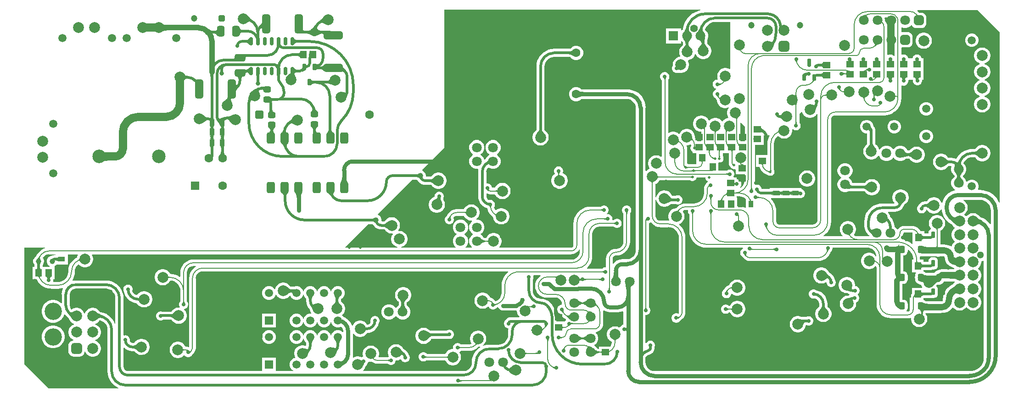
<source format=gbl>
G04*
G04 #@! TF.GenerationSoftware,Altium Limited,Altium Designer,22.11.1 (43)*
G04*
G04 Layer_Physical_Order=4*
G04 Layer_Color=16711680*
%FSLAX44Y44*%
%MOMM*%
G71*
G04*
G04 #@! TF.SameCoordinates,29317E8A-5C5B-4438-BA8D-C417C64156BC*
G04*
G04*
G04 #@! TF.FilePolarity,Positive*
G04*
G01*
G75*
%ADD10C,0.2000*%
%ADD14C,0.1500*%
%ADD15C,0.5000*%
%ADD19R,1.3000X0.9000*%
%ADD21R,1.3500X1.1500*%
%ADD22R,1.1500X1.3500*%
%ADD26R,0.9000X1.3000*%
G04:AMPARAMS|DCode=31|XSize=0.65mm|YSize=1.25mm|CornerRadius=0.1625mm|HoleSize=0mm|Usage=FLASHONLY|Rotation=180.000|XOffset=0mm|YOffset=0mm|HoleType=Round|Shape=RoundedRectangle|*
%AMROUNDEDRECTD31*
21,1,0.6500,0.9250,0,0,180.0*
21,1,0.3250,1.2500,0,0,180.0*
1,1,0.3250,-0.1625,0.4625*
1,1,0.3250,0.1625,0.4625*
1,1,0.3250,0.1625,-0.4625*
1,1,0.3250,-0.1625,-0.4625*
%
%ADD31ROUNDEDRECTD31*%
G04:AMPARAMS|DCode=41|XSize=1.3mm|YSize=1.1mm|CornerRadius=0.275mm|HoleSize=0mm|Usage=FLASHONLY|Rotation=90.000|XOffset=0mm|YOffset=0mm|HoleType=Round|Shape=RoundedRectangle|*
%AMROUNDEDRECTD41*
21,1,1.3000,0.5500,0,0,90.0*
21,1,0.7500,1.1000,0,0,90.0*
1,1,0.5500,0.2750,0.3750*
1,1,0.5500,0.2750,-0.3750*
1,1,0.5500,-0.2750,-0.3750*
1,1,0.5500,-0.2750,0.3750*
%
%ADD41ROUNDEDRECTD41*%
%ADD91C,1.5000*%
%ADD92C,0.8000*%
%ADD93C,1.0000*%
%ADD96C,1.8000*%
%ADD97C,1.5000*%
%ADD98R,1.5000X1.5000*%
%ADD99C,1.6000*%
G04:AMPARAMS|DCode=100|XSize=1.6mm|YSize=1.6mm|CornerRadius=0.4mm|HoleSize=0mm|Usage=FLASHONLY|Rotation=0.000|XOffset=0mm|YOffset=0mm|HoleType=Round|Shape=RoundedRectangle|*
%AMROUNDEDRECTD100*
21,1,1.6000,0.8000,0,0,0.0*
21,1,0.8000,1.6000,0,0,0.0*
1,1,0.8000,0.4000,-0.4000*
1,1,0.8000,-0.4000,-0.4000*
1,1,0.8000,-0.4000,0.4000*
1,1,0.8000,0.4000,0.4000*
%
%ADD100ROUNDEDRECTD100*%
%ADD101C,3.2000*%
%ADD102C,2.0000*%
G04:AMPARAMS|DCode=103|XSize=2mm|YSize=2mm|CornerRadius=0.5mm|HoleSize=0mm|Usage=FLASHONLY|Rotation=180.000|XOffset=0mm|YOffset=0mm|HoleType=Round|Shape=RoundedRectangle|*
%AMROUNDEDRECTD103*
21,1,2.0000,1.0000,0,0,180.0*
21,1,1.0000,2.0000,0,0,180.0*
1,1,1.0000,-0.5000,0.5000*
1,1,1.0000,0.5000,0.5000*
1,1,1.0000,0.5000,-0.5000*
1,1,1.0000,-0.5000,-0.5000*
%
%ADD103ROUNDEDRECTD103*%
%ADD104C,1.4000*%
%ADD105R,1.8000X1.8000*%
%ADD106C,8.0000*%
%ADD107R,1.6000X1.6000*%
%ADD108C,1.0000*%
%ADD109C,1.2000*%
G04:AMPARAMS|DCode=110|XSize=1.2mm|YSize=1.2mm|CornerRadius=0.3mm|HoleSize=0mm|Usage=FLASHONLY|Rotation=270.000|XOffset=0mm|YOffset=0mm|HoleType=Round|Shape=RoundedRectangle|*
%AMROUNDEDRECTD110*
21,1,1.2000,0.6000,0,0,270.0*
21,1,0.6000,1.2000,0,0,270.0*
1,1,0.6000,-0.3000,-0.3000*
1,1,0.6000,-0.3000,0.3000*
1,1,0.6000,0.3000,0.3000*
1,1,0.6000,0.3000,-0.3000*
%
%ADD110ROUNDEDRECTD110*%
%ADD111C,1.3000*%
%ADD112R,2.0000X2.0000*%
G04:AMPARAMS|DCode=113|XSize=2mm|YSize=2mm|CornerRadius=0.5mm|HoleSize=0mm|Usage=FLASHONLY|Rotation=90.000|XOffset=0mm|YOffset=0mm|HoleType=Round|Shape=RoundedRectangle|*
%AMROUNDEDRECTD113*
21,1,2.0000,1.0000,0,0,90.0*
21,1,1.0000,2.0000,0,0,90.0*
1,1,1.0000,0.5000,0.5000*
1,1,1.0000,0.5000,-0.5000*
1,1,1.0000,-0.5000,-0.5000*
1,1,1.0000,-0.5000,0.5000*
%
%ADD113ROUNDEDRECTD113*%
G04:AMPARAMS|DCode=114|XSize=1.8mm|YSize=1.8mm|CornerRadius=0.45mm|HoleSize=0mm|Usage=FLASHONLY|Rotation=270.000|XOffset=0mm|YOffset=0mm|HoleType=Round|Shape=RoundedRectangle|*
%AMROUNDEDRECTD114*
21,1,1.8000,0.9000,0,0,270.0*
21,1,0.9000,1.8000,0,0,270.0*
1,1,0.9000,-0.4500,-0.4500*
1,1,0.9000,-0.4500,0.4500*
1,1,0.9000,0.4500,0.4500*
1,1,0.9000,0.4500,-0.4500*
%
%ADD114ROUNDEDRECTD114*%
%ADD115C,2.5000*%
%ADD116C,0.7000*%
%ADD117C,0.5000*%
%ADD118C,0.8000*%
%ADD119C,1.2000*%
G04:AMPARAMS|DCode=120|XSize=3.5mm|YSize=1.5mm|CornerRadius=0.375mm|HoleSize=0mm|Usage=FLASHONLY|Rotation=0.000|XOffset=0mm|YOffset=0mm|HoleType=Round|Shape=RoundedRectangle|*
%AMROUNDEDRECTD120*
21,1,3.5000,0.7500,0,0,0.0*
21,1,2.7500,1.5000,0,0,0.0*
1,1,0.7500,1.3750,-0.3750*
1,1,0.7500,-1.3750,-0.3750*
1,1,0.7500,-1.3750,0.3750*
1,1,0.7500,1.3750,0.3750*
%
%ADD120ROUNDEDRECTD120*%
G04:AMPARAMS|DCode=121|XSize=3.5mm|YSize=1.5mm|CornerRadius=0.375mm|HoleSize=0mm|Usage=FLASHONLY|Rotation=270.000|XOffset=0mm|YOffset=0mm|HoleType=Round|Shape=RoundedRectangle|*
%AMROUNDEDRECTD121*
21,1,3.5000,0.7500,0,0,270.0*
21,1,2.7500,1.5000,0,0,270.0*
1,1,0.7500,-0.3750,-1.3750*
1,1,0.7500,-0.3750,1.3750*
1,1,0.7500,0.3750,1.3750*
1,1,0.7500,0.3750,-1.3750*
%
%ADD121ROUNDEDRECTD121*%
G04:AMPARAMS|DCode=122|XSize=1.35mm|YSize=1.15mm|CornerRadius=0.2875mm|HoleSize=0mm|Usage=FLASHONLY|Rotation=0.000|XOffset=0mm|YOffset=0mm|HoleType=Round|Shape=RoundedRectangle|*
%AMROUNDEDRECTD122*
21,1,1.3500,0.5750,0,0,0.0*
21,1,0.7750,1.1500,0,0,0.0*
1,1,0.5750,0.3875,-0.2875*
1,1,0.5750,-0.3875,-0.2875*
1,1,0.5750,-0.3875,0.2875*
1,1,0.5750,0.3875,0.2875*
%
%ADD122ROUNDEDRECTD122*%
G04:AMPARAMS|DCode=123|XSize=0.6mm|YSize=1.45mm|CornerRadius=0.15mm|HoleSize=0mm|Usage=FLASHONLY|Rotation=0.000|XOffset=0mm|YOffset=0mm|HoleType=Round|Shape=RoundedRectangle|*
%AMROUNDEDRECTD123*
21,1,0.6000,1.1500,0,0,0.0*
21,1,0.3000,1.4500,0,0,0.0*
1,1,0.3000,0.1500,-0.5750*
1,1,0.3000,-0.1500,-0.5750*
1,1,0.3000,-0.1500,0.5750*
1,1,0.3000,0.1500,0.5750*
%
%ADD123ROUNDEDRECTD123*%
G04:AMPARAMS|DCode=124|XSize=1.95mm|YSize=1.4mm|CornerRadius=0.35mm|HoleSize=0mm|Usage=FLASHONLY|Rotation=270.000|XOffset=0mm|YOffset=0mm|HoleType=Round|Shape=RoundedRectangle|*
%AMROUNDEDRECTD124*
21,1,1.9500,0.7000,0,0,270.0*
21,1,1.2500,1.4000,0,0,270.0*
1,1,0.7000,-0.3500,-0.6250*
1,1,0.7000,-0.3500,0.6250*
1,1,0.7000,0.3500,0.6250*
1,1,0.7000,0.3500,-0.6250*
%
%ADD124ROUNDEDRECTD124*%
G04:AMPARAMS|DCode=125|XSize=1.95mm|YSize=1.4mm|CornerRadius=0.35mm|HoleSize=0mm|Usage=FLASHONLY|Rotation=180.000|XOffset=0mm|YOffset=0mm|HoleType=Round|Shape=RoundedRectangle|*
%AMROUNDEDRECTD125*
21,1,1.9500,0.7000,0,0,180.0*
21,1,1.2500,1.4000,0,0,180.0*
1,1,0.7000,-0.6250,0.3500*
1,1,0.7000,0.6250,0.3500*
1,1,0.7000,0.6250,-0.3500*
1,1,0.7000,-0.6250,-0.3500*
%
%ADD125ROUNDEDRECTD125*%
G04:AMPARAMS|DCode=126|XSize=1.5mm|YSize=2.1mm|CornerRadius=0.375mm|HoleSize=0mm|Usage=FLASHONLY|Rotation=180.000|XOffset=0mm|YOffset=0mm|HoleType=Round|Shape=RoundedRectangle|*
%AMROUNDEDRECTD126*
21,1,1.5000,1.3500,0,0,180.0*
21,1,0.7500,2.1000,0,0,180.0*
1,1,0.7500,-0.3750,0.6750*
1,1,0.7500,0.3750,0.6750*
1,1,0.7500,0.3750,-0.6750*
1,1,0.7500,-0.3750,-0.6750*
%
%ADD126ROUNDEDRECTD126*%
G36*
X1647955Y690070D02*
X1648252Y689768D01*
X1648569Y689504D01*
X1648907Y689278D01*
X1649264Y689091D01*
X1649642Y688942D01*
X1650040Y688831D01*
X1650459Y688758D01*
X1650898Y688724D01*
X1651357Y688728D01*
X1644164Y688377D01*
X1644594Y688417D01*
X1644950Y688491D01*
X1645232Y688599D01*
X1645441Y688740D01*
X1645577Y688916D01*
X1645638Y689126D01*
X1645627Y689370D01*
X1645541Y689648D01*
X1645382Y689960D01*
X1645150Y690306D01*
X1647678Y690410D01*
X1647955Y690070D01*
D02*
G37*
G36*
X1552370Y690226D02*
X1552403Y690003D01*
X1552189Y689648D01*
X1551730Y689159D01*
X1553781Y688301D01*
X1553947Y688361D01*
X1554147Y688297D01*
X1554380Y688109D01*
X1554646Y687798D01*
X1554947Y687365D01*
X1555280Y686807D01*
X1556048Y685323D01*
X1556951Y683346D01*
X1545270Y688071D01*
X1547021Y688777D01*
X1551570Y690274D01*
X1552093Y690317D01*
X1552370Y690226D01*
D02*
G37*
G36*
X412680Y688204D02*
X417146Y683403D01*
X417673Y682957D01*
X418138Y682613D01*
X418541Y682369D01*
X417760Y677067D01*
X417248Y677309D01*
X416667Y677445D01*
X416016Y677473D01*
X415297Y677393D01*
X414509Y677207D01*
X413651Y676914D01*
X412725Y676513D01*
X411729Y676006D01*
X409531Y674669D01*
X411718Y689359D01*
X412680Y688204D01*
D02*
G37*
G36*
X555424Y672699D02*
X554300Y673422D01*
X552258Y674541D01*
X551340Y674936D01*
X550491Y675221D01*
X549711Y675398D01*
X548999Y675465D01*
X548356Y675422D01*
X547781Y675270D01*
X547276Y675008D01*
X546493Y680375D01*
X546908Y680634D01*
X547382Y680991D01*
X547913Y681444D01*
X549151Y682642D01*
X550621Y684229D01*
X553265Y687337D01*
X555424Y672699D01*
D02*
G37*
G36*
X256360Y672870D02*
X256980Y672530D01*
X257752Y672230D01*
X258675Y671970D01*
X259751Y671750D01*
X260979Y671570D01*
X263891Y671330D01*
X266215Y671277D01*
X269340Y671250D01*
Y661250D01*
X264347Y661150D01*
X260979Y660930D01*
X259751Y660750D01*
X258675Y660530D01*
X257752Y660270D01*
X256980Y659970D01*
X256360Y659630D01*
X255891Y659250D01*
Y660980D01*
X254050Y660943D01*
Y671557D01*
X254258Y671498D01*
X254760Y671446D01*
X255891Y671395D01*
Y673250D01*
X256360Y672870D01*
D02*
G37*
G36*
X1799750Y657750D02*
Y343079D01*
X1798480Y342826D01*
X1797224Y345859D01*
X1794106Y350946D01*
X1790232Y355482D01*
X1785696Y359356D01*
X1780609Y362473D01*
X1775098Y364757D01*
X1769297Y366149D01*
X1763350Y366617D01*
Y366578D01*
X1760101D01*
X1759466Y367677D01*
X1759898Y368425D01*
X1760750Y371604D01*
Y374896D01*
X1759898Y378075D01*
X1758252Y380925D01*
X1755925Y383252D01*
X1753075Y384898D01*
X1749896Y385750D01*
X1746604D01*
X1743425Y384898D01*
X1740575Y383252D01*
X1739199Y381876D01*
X1737782Y382256D01*
X1737046Y385004D01*
X1735203Y388196D01*
X1732596Y390803D01*
X1731565Y391398D01*
Y393202D01*
X1732596Y393797D01*
X1735203Y396404D01*
X1737046Y399596D01*
X1738000Y403157D01*
Y406843D01*
X1737046Y410404D01*
X1735203Y413596D01*
X1732834Y415965D01*
X1732900Y416184D01*
X1734551Y419272D01*
X1736772Y421978D01*
X1739478Y424199D01*
X1742566Y425850D01*
X1745916Y426866D01*
X1749297Y427199D01*
X1749400Y427185D01*
X1754264D01*
X1755599Y425188D01*
X1757688Y423099D01*
X1760145Y421457D01*
X1762875Y420326D01*
X1765773Y419750D01*
X1768727D01*
X1771625Y420326D01*
X1774355Y421457D01*
X1776812Y423099D01*
X1778901Y425188D01*
X1780543Y427645D01*
X1781674Y430375D01*
X1782250Y433273D01*
Y436227D01*
X1781674Y439125D01*
X1780543Y441855D01*
X1778901Y444312D01*
X1776812Y446401D01*
X1774355Y448043D01*
X1771625Y449174D01*
X1768727Y449750D01*
X1765773D01*
X1762875Y449174D01*
X1760145Y448043D01*
X1757688Y446401D01*
X1755599Y444312D01*
X1754264Y442315D01*
X1749400D01*
Y442352D01*
X1744237Y441945D01*
X1739202Y440737D01*
X1734418Y438755D01*
X1730002Y436049D01*
X1726064Y432686D01*
X1722701Y428748D01*
X1719995Y424333D01*
X1719327Y424093D01*
X1718575Y424495D01*
X1714617Y425696D01*
X1710500Y426102D01*
Y426065D01*
X1704486D01*
X1703151Y428062D01*
X1701062Y430151D01*
X1698605Y431793D01*
X1695875Y432924D01*
X1692977Y433500D01*
X1690023D01*
X1687125Y432924D01*
X1684395Y431793D01*
X1681938Y430151D01*
X1679849Y428062D01*
X1678207Y425605D01*
X1677077Y422875D01*
X1676500Y419977D01*
Y417023D01*
X1677077Y414125D01*
X1678207Y411395D01*
X1679849Y408938D01*
X1681938Y406849D01*
X1684395Y405207D01*
X1687125Y404076D01*
X1690023Y403500D01*
X1692977D01*
X1695875Y404076D01*
X1698605Y405207D01*
X1701062Y406849D01*
X1703151Y408938D01*
X1704486Y410935D01*
X1709841D01*
X1709908Y410903D01*
X1710726Y409864D01*
X1710740Y409797D01*
X1710750Y409643D01*
X1710000Y406843D01*
Y403157D01*
X1710954Y399596D01*
X1712797Y396404D01*
X1715404Y393797D01*
X1716435Y393202D01*
Y391398D01*
X1715404Y390803D01*
X1712797Y388196D01*
X1710954Y385004D01*
X1710000Y381443D01*
Y377757D01*
X1710954Y374196D01*
X1712797Y371004D01*
X1715404Y368397D01*
X1717436Y367224D01*
X1717240Y365871D01*
X1713968Y365085D01*
X1709497Y363233D01*
X1705370Y360704D01*
X1701689Y357561D01*
X1698546Y353880D01*
X1696017Y349753D01*
X1694165Y345282D01*
X1693680Y343264D01*
X1692349Y343159D01*
X1691543Y345105D01*
X1689901Y347562D01*
X1687812Y349651D01*
X1685355Y351293D01*
X1682625Y352424D01*
X1679727Y353000D01*
X1676773D01*
X1673875Y352424D01*
X1671145Y351293D01*
X1668688Y349651D01*
X1666599Y347562D01*
X1665264Y345565D01*
X1661750D01*
Y345616D01*
X1658226Y345153D01*
X1654942Y343792D01*
X1652122Y341628D01*
X1649958Y338808D01*
X1649548Y337819D01*
X1648948Y337219D01*
X1647829Y335281D01*
X1647250Y333119D01*
Y330881D01*
X1647829Y328719D01*
X1648948Y326781D01*
X1650531Y325198D01*
X1652469Y324079D01*
X1654631Y323500D01*
X1656869D01*
X1659031Y324079D01*
X1660969Y325198D01*
X1662552Y326781D01*
X1663671Y328719D01*
X1664095Y330301D01*
X1665326Y330342D01*
X1666599Y328438D01*
X1668688Y326349D01*
X1671145Y324707D01*
X1673875Y323577D01*
X1676773Y323000D01*
X1679727D01*
X1682625Y323577D01*
X1685355Y324707D01*
X1687812Y326349D01*
X1689901Y328438D01*
X1691523Y330865D01*
X1691611Y330882D01*
X1692814Y330646D01*
X1693053Y327611D01*
X1694257Y322598D01*
X1696229Y317836D01*
X1698923Y313440D01*
X1702271Y309521D01*
X1706190Y306173D01*
X1710586Y303479D01*
X1711751Y302997D01*
X1712207Y301895D01*
X1713849Y299438D01*
X1715938Y297349D01*
X1716258Y297135D01*
Y295865D01*
X1715938Y295651D01*
X1713849Y293562D01*
X1712207Y291105D01*
X1711077Y288375D01*
X1710500Y285477D01*
Y282523D01*
X1711077Y279625D01*
X1712207Y276895D01*
X1713849Y274438D01*
X1715938Y272349D01*
X1716258Y272135D01*
Y270865D01*
X1715938Y270651D01*
X1713849Y268562D01*
X1712207Y266105D01*
X1711077Y263375D01*
X1710966Y262820D01*
X1709584Y262381D01*
X1705946Y264325D01*
X1701566Y265654D01*
X1697010Y266103D01*
Y266085D01*
X1690117D01*
Y291548D01*
X1691105Y291957D01*
X1693562Y293599D01*
X1695651Y295688D01*
X1697293Y298145D01*
X1698424Y300875D01*
X1699000Y303773D01*
Y306727D01*
X1698424Y309625D01*
X1697293Y312355D01*
X1695651Y314812D01*
X1693562Y316901D01*
X1691105Y318543D01*
X1688375Y319674D01*
X1685477Y320250D01*
X1682523D01*
X1679625Y319674D01*
X1676895Y318543D01*
X1674438Y316901D01*
X1672349Y314812D01*
X1670707Y312355D01*
X1669577Y309625D01*
X1669000Y306727D01*
Y303773D01*
X1669577Y300875D01*
X1670707Y298145D01*
X1672349Y295688D01*
X1672492Y295545D01*
X1672194Y294047D01*
X1671844Y293902D01*
X1670460Y292840D01*
X1669398Y291456D01*
X1668730Y289845D01*
X1668503Y288115D01*
Y286605D01*
X1660560D01*
Y290790D01*
X1653231D01*
X1652675Y291830D01*
X1650293Y294733D01*
X1647391Y297114D01*
X1644079Y298884D01*
X1640486Y299974D01*
X1637002Y300317D01*
X1636750Y300368D01*
X1623750D01*
Y300373D01*
X1620030Y299883D01*
X1616564Y298447D01*
X1613587Y296163D01*
X1611700Y293704D01*
X1610281Y293712D01*
X1610207Y293750D01*
X1608853Y296096D01*
X1606246Y298703D01*
X1605706Y299015D01*
X1605260Y300100D01*
X1605260D01*
X1604822Y304540D01*
X1603527Y308810D01*
X1601424Y312745D01*
X1598593Y316193D01*
X1597414Y317162D01*
X1596924Y319625D01*
X1595793Y322355D01*
X1594151Y324812D01*
X1593701Y325262D01*
X1594187Y326435D01*
X1606250D01*
Y326413D01*
X1609779Y326760D01*
X1613172Y327790D01*
X1616299Y329461D01*
X1619039Y331711D01*
X1621289Y334451D01*
X1622960Y337578D01*
X1623483Y339303D01*
X1623855Y339457D01*
X1626312Y341099D01*
X1628401Y343188D01*
X1630043Y345645D01*
X1631174Y348375D01*
X1631750Y351273D01*
Y354227D01*
X1631174Y357125D01*
X1630043Y359855D01*
X1628401Y362312D01*
X1626312Y364401D01*
X1623855Y366043D01*
X1621125Y367174D01*
X1618227Y367750D01*
X1615273D01*
X1612375Y367174D01*
X1609645Y366043D01*
X1607188Y364401D01*
X1605099Y362312D01*
X1603457Y359855D01*
X1602327Y357125D01*
X1601750Y354227D01*
Y351273D01*
X1602327Y348375D01*
X1603457Y345645D01*
X1605099Y343188D01*
X1605452Y342835D01*
X1604926Y341565D01*
X1582900D01*
Y341602D01*
X1577737Y341195D01*
X1572702Y339986D01*
X1567917Y338005D01*
X1563502Y335299D01*
X1559564Y331936D01*
X1556201Y327998D01*
X1553495Y323582D01*
X1551514Y318798D01*
X1550305Y313763D01*
X1549898Y308600D01*
X1549935D01*
Y299500D01*
X1549906D01*
X1550282Y295677D01*
X1551397Y292002D01*
X1553208Y288614D01*
X1555645Y285645D01*
X1558614Y283208D01*
X1558955Y283026D01*
X1559126Y282388D01*
X1558476Y281117D01*
X1536794D01*
X1534400Y281433D01*
X1531512Y282629D01*
X1531048Y282985D01*
X1530965Y284252D01*
X1531151Y284438D01*
X1532793Y286895D01*
X1533924Y289625D01*
X1534500Y292523D01*
Y295477D01*
X1533924Y298375D01*
X1532793Y301105D01*
X1531151Y303562D01*
X1529062Y305651D01*
X1526605Y307293D01*
X1523875Y308424D01*
X1520977Y309000D01*
X1518023D01*
X1515125Y308424D01*
X1512395Y307293D01*
X1509938Y305651D01*
X1507849Y303562D01*
X1506207Y301105D01*
X1505076Y298375D01*
X1504500Y295477D01*
Y292523D01*
X1505076Y289625D01*
X1506207Y286895D01*
X1507849Y284438D01*
X1509899Y282388D01*
X1509886Y282083D01*
X1509593Y281117D01*
X1474939D01*
X1474594Y282340D01*
X1475538Y282918D01*
X1479296Y286128D01*
X1482506Y289886D01*
X1485088Y294101D01*
X1486980Y298667D01*
X1488134Y303473D01*
X1488508Y308230D01*
X1488542Y308400D01*
Y496927D01*
X1488509Y497093D01*
X1488743Y498871D01*
X1489493Y500682D01*
X1490687Y502238D01*
X1492242Y503431D01*
X1494053Y504181D01*
X1495831Y504415D01*
X1495997Y504383D01*
X1586600D01*
X1586770Y504416D01*
X1591527Y504791D01*
X1596333Y505945D01*
X1600899Y507836D01*
X1605114Y510418D01*
X1608872Y513628D01*
X1612082Y517387D01*
X1614664Y521601D01*
X1616555Y526167D01*
X1617709Y530973D01*
X1618084Y535730D01*
X1618118Y535900D01*
Y559445D01*
X1618217Y559503D01*
X1619388Y560034D01*
X1621381Y559500D01*
X1623619D01*
X1625781Y560079D01*
X1627719Y561198D01*
X1629302Y562781D01*
X1630421Y564719D01*
X1631000Y566881D01*
Y568614D01*
X1632030Y569700D01*
X1634200D01*
X1634218Y569700D01*
X1635470D01*
X1635488Y569700D01*
X1639371D01*
Y567673D01*
X1639950Y565511D01*
X1641069Y563573D01*
X1642652Y561991D01*
X1644590Y560871D01*
X1646752Y560292D01*
X1648990D01*
X1651152Y560871D01*
X1653090Y561991D01*
X1654672Y563573D01*
X1655791Y565511D01*
X1656371Y567673D01*
Y569700D01*
X1658970D01*
Y588200D01*
Y609700D01*
X1655728D01*
X1655171Y611781D01*
X1654052Y613719D01*
X1652469Y615302D01*
X1650531Y616421D01*
X1648369Y617000D01*
X1646131D01*
X1643969Y616421D01*
X1642031Y615302D01*
X1640448Y613719D01*
X1639329Y611781D01*
X1638772Y609700D01*
X1635488D01*
X1635470Y609700D01*
X1634218D01*
X1634200Y609700D01*
X1630978D01*
X1630421Y611781D01*
X1629302Y613719D01*
X1627719Y615302D01*
X1625781Y616421D01*
X1623619Y617000D01*
X1621381D01*
X1619388Y616466D01*
X1618217Y616997D01*
X1618118Y617055D01*
Y629255D01*
X1619072Y630093D01*
X1620400Y629918D01*
X1629400D01*
X1631880Y630245D01*
X1634191Y631202D01*
X1636175Y632725D01*
X1637698Y634709D01*
X1638655Y637020D01*
X1638982Y639500D01*
Y648500D01*
X1638655Y650980D01*
X1637698Y653291D01*
X1636175Y655275D01*
X1634191Y656798D01*
X1631880Y657756D01*
X1629400Y658082D01*
X1620400D01*
X1619072Y657907D01*
X1618118Y658745D01*
Y666230D01*
X1619217Y666865D01*
X1619496Y666704D01*
X1623057Y665750D01*
X1626743D01*
X1630304Y666704D01*
X1633496Y668547D01*
X1635916Y670968D01*
X1637293Y670962D01*
X1637502Y670459D01*
X1639025Y668475D01*
X1641009Y666952D01*
X1643320Y665995D01*
X1645800Y665668D01*
X1654800D01*
X1657280Y665995D01*
X1659591Y666952D01*
X1661575Y668475D01*
X1663098Y670459D01*
X1664055Y672770D01*
X1664382Y675250D01*
Y684250D01*
X1664055Y686730D01*
X1663098Y689041D01*
X1661575Y691025D01*
X1659591Y692548D01*
X1657280Y693505D01*
X1654800Y693832D01*
X1651350D01*
X1649787Y695737D01*
X1647877Y697304D01*
X1648305Y698500D01*
X1759000D01*
X1799750Y657750D01*
D02*
G37*
G36*
X439529Y661747D02*
X439493Y662795D01*
X439386Y663676D01*
X439208Y664389D01*
X438959Y664936D01*
X438638Y665315D01*
X438247Y665527D01*
X437784Y665573D01*
X437249Y665450D01*
X436644Y665161D01*
X435967Y664705D01*
X435264Y671271D01*
X436074Y671945D01*
X436799Y672674D01*
X437439Y673459D01*
X437994Y674298D01*
X438463Y675193D01*
X438847Y676142D01*
X439145Y677147D01*
X439358Y678206D01*
X439486Y679321D01*
X439529Y680491D01*
Y661747D01*
D02*
G37*
G36*
X1226893Y668709D02*
X1226504Y667401D01*
X1226250Y666138D01*
X1226131Y664920D01*
X1226147Y663747D01*
X1226297Y662619D01*
X1226582Y661537D01*
X1227002Y660499D01*
X1227557Y659507D01*
X1228247Y658559D01*
X1229071Y657656D01*
X1216471Y657698D01*
X1217018Y658290D01*
X1217558Y658997D01*
X1218093Y659818D01*
X1218621Y660753D01*
X1219144Y661802D01*
X1220171Y664245D01*
X1221174Y667144D01*
X1221667Y668766D01*
X1226893Y668709D01*
D02*
G37*
G36*
X1252857Y668456D02*
X1252293Y667207D01*
X1251884Y665994D01*
X1251628Y664817D01*
X1251526Y663676D01*
X1251579Y662570D01*
X1251785Y661500D01*
X1252145Y660466D01*
X1252659Y659468D01*
X1253327Y658506D01*
X1254149Y657579D01*
X1241550Y657774D01*
X1242031Y658284D01*
X1242536Y658921D01*
X1243065Y659687D01*
X1244196Y661604D01*
X1245424Y664034D01*
X1247446Y668639D01*
X1252857Y668456D01*
D02*
G37*
G36*
X514268Y664450D02*
X514222Y663600D01*
X514333Y662850D01*
X514601Y662200D01*
X515025Y661650D01*
X515607Y661200D01*
X516345Y660850D01*
X517240Y660600D01*
X518293Y660450D01*
X519502Y660400D01*
X519217Y655400D01*
X511721Y655626D01*
X514471Y665400D01*
X514268Y664450D01*
D02*
G37*
G36*
X343657Y661877D02*
X344105Y661588D01*
X344630Y661333D01*
X345232Y661112D01*
X345910Y660925D01*
X346666Y660772D01*
X347498Y660653D01*
X349392Y660517D01*
X350454Y660500D01*
Y655500D01*
X349392Y655483D01*
X347498Y655347D01*
X346666Y655228D01*
X345910Y655075D01*
X345232Y654888D01*
X344630Y654667D01*
X344105Y654412D01*
X343657Y654123D01*
X343285Y653800D01*
Y662200D01*
X343657Y661877D01*
D02*
G37*
G36*
X397762Y666541D02*
X397921Y665693D01*
X398186Y664944D01*
X398556Y664296D01*
X399032Y663747D01*
X399614Y663298D01*
X400302Y662949D01*
X401095Y662700D01*
X401994Y662550D01*
X402999Y662500D01*
Y657500D01*
X401994Y657450D01*
X401095Y657300D01*
X400302Y657051D01*
X399614Y656702D01*
X399032Y656253D01*
X398556Y655704D01*
X398186Y655056D01*
X397921Y654307D01*
X397762Y653459D01*
X397710Y652512D01*
Y667488D01*
X397762Y666541D01*
D02*
G37*
G36*
X529937Y652300D02*
X529291Y652889D01*
X528569Y653416D01*
X527771Y653881D01*
X526897Y654284D01*
X525946Y654625D01*
X524919Y654904D01*
X523816Y655121D01*
X522637Y655276D01*
X521382Y655369D01*
X520051Y655400D01*
Y660400D01*
X521382Y660431D01*
X523816Y660679D01*
X524919Y660896D01*
X525946Y661175D01*
X526897Y661516D01*
X527771Y661919D01*
X528569Y662384D01*
X529291Y662911D01*
X529937Y663500D01*
Y652300D01*
D02*
G37*
G36*
X357025Y651275D02*
X356382Y652078D01*
X355122Y653430D01*
X354506Y653979D01*
X353899Y654444D01*
X353301Y654824D01*
X352712Y655120D01*
X352132Y655331D01*
X351562Y655458D01*
X351001Y655500D01*
Y660500D01*
X352019Y660550D01*
X352923Y660700D01*
X353713Y660950D01*
X354388Y661300D01*
X354948Y661750D01*
X355394Y662300D01*
X355725Y662950D01*
X355942Y663700D01*
X356044Y664550D01*
X356031Y665500D01*
X357025Y651275D01*
D02*
G37*
G36*
X543517Y671768D02*
X542701Y670795D01*
X542037Y669834D01*
X541524Y668884D01*
X541161Y667946D01*
X540949Y667019D01*
X540889Y666104D01*
X540979Y665200D01*
X541220Y664307D01*
X541612Y663427D01*
X541834Y663070D01*
X542009Y662911D01*
X542731Y662384D01*
X543529Y661919D01*
X544403Y661516D01*
X545354Y661175D01*
X546381Y660896D01*
X547484Y660679D01*
X548663Y660524D01*
X549918Y660431D01*
X551249Y660400D01*
Y660306D01*
X555337Y660031D01*
X555684Y659897D01*
X555789Y659743D01*
X555654Y659569D01*
X555279Y659374D01*
X552529Y650400D01*
X552754Y651350D01*
X552818Y652200D01*
X552720Y652950D01*
X552459Y653600D01*
X552037Y654150D01*
X551453Y654600D01*
X550708Y654950D01*
X549800Y655200D01*
X549151Y655291D01*
X547484Y655121D01*
X546381Y654904D01*
X545354Y654625D01*
X544403Y654284D01*
X543529Y653881D01*
X542731Y653416D01*
X542009Y652889D01*
X541363Y652300D01*
Y662709D01*
X531334Y664636D01*
X531633Y664867D01*
X532014Y665231D01*
X532477Y665727D01*
X534356Y668010D01*
X538009Y672905D01*
X543517Y671768D01*
D02*
G37*
G36*
X433604Y651903D02*
X433846Y647728D01*
X433911Y647482D01*
X433984Y647323D01*
X433432D01*
X428132Y635984D01*
X428588Y637137D01*
X428899Y638337D01*
X429065Y639584D01*
X429086Y640877D01*
X428963Y642217D01*
X428694Y643604D01*
X428281Y645037D01*
X427723Y646517D01*
X427020Y648043D01*
X426172Y649616D01*
X428582Y651507D01*
X428600Y652849D01*
X433600D01*
X433604Y651903D01*
D02*
G37*
G36*
X471734Y641624D02*
X471469Y640707D01*
X471372Y639771D01*
X471444Y638817D01*
X471684Y637843D01*
X472093Y636851D01*
X472669Y635840D01*
X473414Y634810D01*
X474328Y633761D01*
X475409Y632694D01*
X470915Y629805D01*
X470788Y629157D01*
X465612Y629369D01*
X465797Y630301D01*
X466360Y634547D01*
X466316Y634677D01*
X467535Y634568D01*
X472168Y642522D01*
X471734Y641624D01*
D02*
G37*
G36*
X497732Y646991D02*
X498858Y645612D01*
X499412Y645051D01*
X499959Y644577D01*
X500500Y644190D01*
X501034Y643888D01*
X501562Y643672D01*
X502083Y643543D01*
X502598Y643500D01*
Y638500D01*
X502083Y638457D01*
X501562Y638328D01*
X501034Y638112D01*
X500500Y637811D01*
X499959Y637423D01*
X499412Y636949D01*
X498858Y636388D01*
X498298Y635742D01*
X497732Y635009D01*
X497160Y634190D01*
Y647809D01*
X497732Y646991D01*
D02*
G37*
G36*
X415840Y634190D02*
X415268Y635009D01*
X414142Y636388D01*
X413588Y636949D01*
X413041Y637423D01*
X412500Y637811D01*
X411966Y638112D01*
X411438Y638328D01*
X410917Y638457D01*
X410402Y638500D01*
Y643500D01*
X410917Y643543D01*
X411438Y643672D01*
X411966Y643888D01*
X412500Y644190D01*
X413041Y644577D01*
X413588Y645051D01*
X414142Y645612D01*
X414702Y646258D01*
X415268Y646991D01*
X415840Y647809D01*
Y634190D01*
D02*
G37*
G36*
X1574897Y635035D02*
X1574555Y634975D01*
X1574169Y634849D01*
X1573740Y634658D01*
X1573267Y634403D01*
X1572750Y634083D01*
X1571586Y633249D01*
X1570247Y632155D01*
X1569512Y631511D01*
X1567314Y632286D01*
X1567975Y632829D01*
X1568516Y633355D01*
X1568937Y633863D01*
X1569238Y634354D01*
X1569419Y634828D01*
X1569480Y635284D01*
X1569421Y635723D01*
X1569242Y636144D01*
X1568943Y636549D01*
X1568524Y636935D01*
X1574897Y635035D01*
D02*
G37*
G36*
X1256007Y647526D02*
X1255848Y646774D01*
X1255708Y645855D01*
X1255484Y643519D01*
X1255287Y638767D01*
X1255279Y637884D01*
X1255300Y637670D01*
X1255450Y637092D01*
X1255700Y636449D01*
X1256050Y635740D01*
X1256500Y634966D01*
X1257050Y634127D01*
X1258450Y632251D01*
X1260250Y630114D01*
X1245250D01*
X1246200Y631216D01*
X1248450Y634127D01*
X1249000Y634966D01*
X1249450Y635740D01*
X1249800Y636449D01*
X1250006Y636980D01*
X1249875Y637763D01*
X1249583Y638860D01*
X1249208Y639813D01*
X1248750Y640620D01*
X1248208Y641284D01*
X1247583Y641802D01*
X1246874Y642176D01*
X1246082Y642406D01*
X1256185Y648112D01*
X1256007Y647526D01*
D02*
G37*
G36*
X1380168Y639561D02*
X1383494Y635743D01*
X1383425Y635622D01*
X1383316Y635371D01*
X1382745Y633839D01*
X1380985Y628682D01*
X1374857Y641270D01*
X1380168Y639561D01*
D02*
G37*
G36*
X1228328Y644040D02*
X1227682Y643182D01*
X1227112Y642249D01*
X1226618Y641240D01*
X1226200Y640156D01*
X1225858Y638996D01*
X1225592Y637761D01*
X1225402Y636451D01*
X1225335Y635638D01*
X1225456Y635177D01*
X1225714Y634534D01*
X1226076Y633835D01*
X1226540Y633081D01*
X1227108Y632272D01*
X1228552Y630487D01*
X1230410Y628481D01*
X1215429Y627731D01*
X1216345Y628903D01*
X1219045Y632834D01*
X1219479Y633627D01*
X1219816Y634344D01*
X1220057Y634985D01*
X1220179Y635462D01*
X1220098Y636451D01*
X1219908Y637761D01*
X1219642Y638996D01*
X1219300Y640156D01*
X1218882Y641240D01*
X1218388Y642249D01*
X1217818Y643182D01*
X1217172Y644040D01*
X1216450Y644823D01*
X1229050D01*
X1228328Y644040D01*
D02*
G37*
G36*
X1601792Y685282D02*
X1603734Y683984D01*
X1604879Y682271D01*
X1604931Y682009D01*
X1605883Y679723D01*
Y614176D01*
X1604612Y613908D01*
X1603219Y615302D01*
X1601281Y616421D01*
X1599119Y617000D01*
X1596881D01*
X1594719Y616421D01*
X1593488Y615710D01*
X1592218Y616443D01*
Y667750D01*
X1592157Y668053D01*
X1591839Y671279D01*
X1590810Y674672D01*
X1589139Y677799D01*
X1588100Y679064D01*
Y681593D01*
X1587358Y684362D01*
X1588258Y685632D01*
X1599500D01*
X1599765Y685685D01*
X1601792Y685282D01*
D02*
G37*
G36*
X527505Y624134D02*
X527531Y623219D01*
Y611462D01*
X529750Y610500D01*
X529708Y610363D01*
X529626Y610241D01*
X529504Y610133D01*
X529342Y610039D01*
X529140Y609960D01*
X528898Y609896D01*
X528616Y609845D01*
X527932Y609788D01*
X527531Y609781D01*
Y611462D01*
X525003Y612557D01*
X525483Y615604D01*
X527430Y624608D01*
X527505Y624134D01*
D02*
G37*
G36*
X509030Y609781D02*
X508980Y610582D01*
X508830Y611300D01*
X508580Y611932D01*
X508230Y612481D01*
X507780Y612945D01*
X507230Y613325D01*
X506580Y613620D01*
X505830Y613831D01*
X504980Y613958D01*
X504030Y614000D01*
Y619000D01*
X504980Y619042D01*
X505830Y619169D01*
X506580Y619380D01*
X507230Y619675D01*
X507780Y620055D01*
X508230Y620519D01*
X508580Y621068D01*
X508830Y621701D01*
X508980Y622418D01*
X509030Y623219D01*
Y609781D01*
D02*
G37*
G36*
X405266Y617855D02*
X405469Y617833D01*
X406157Y617797D01*
X410470Y617750D01*
X412749Y612750D01*
X411566Y612700D01*
X410534Y612550D01*
X409652Y612300D01*
X408923Y611950D01*
X408344Y611500D01*
X407917Y610950D01*
X407640Y610300D01*
X407515Y609550D01*
X407542Y608700D01*
X407719Y607750D01*
X405156Y617880D01*
X405266Y617855D01*
D02*
G37*
G36*
X1649767Y607760D02*
X1649864Y607112D01*
X1650025Y606539D01*
X1650251Y606043D01*
X1650541Y605624D01*
X1650895Y605280D01*
X1651314Y605013D01*
X1651798Y604822D01*
X1652346Y604708D01*
X1652958Y604670D01*
X1641512D01*
X1642124Y604708D01*
X1642672Y604822D01*
X1643156Y605013D01*
X1643575Y605280D01*
X1643929Y605624D01*
X1644219Y606043D01*
X1644445Y606539D01*
X1644606Y607112D01*
X1644703Y607760D01*
X1644735Y608485D01*
X1649735D01*
X1649767Y607760D01*
D02*
G37*
G36*
X1625016Y607759D02*
X1625113Y607111D01*
X1625274Y606539D01*
X1625499Y606043D01*
X1625789Y605623D01*
X1626144Y605280D01*
X1626562Y605013D01*
X1627046Y604822D01*
X1627593Y604708D01*
X1628206Y604670D01*
X1616763D01*
X1617375Y604708D01*
X1617922Y604822D01*
X1618405Y605013D01*
X1618824Y605280D01*
X1619179Y605623D01*
X1619469Y606043D01*
X1619694Y606539D01*
X1619855Y607111D01*
X1619952Y607759D01*
X1619984Y608484D01*
X1624984D01*
X1625016Y607759D01*
D02*
G37*
G36*
X1600388Y607657D02*
X1600479Y607030D01*
X1600631Y606477D01*
X1600843Y605998D01*
X1601116Y605592D01*
X1601450Y605260D01*
X1601844Y605002D01*
X1602299Y604817D01*
X1602814Y604706D01*
X1603391Y604670D01*
X1592325D01*
X1592902Y604706D01*
X1593417Y604817D01*
X1593872Y605002D01*
X1594266Y605260D01*
X1594600Y605592D01*
X1594873Y605998D01*
X1595085Y606477D01*
X1595237Y607030D01*
X1595328Y607657D01*
X1595358Y608358D01*
X1600358D01*
X1600388Y607657D01*
D02*
G37*
G36*
X1575514Y607752D02*
X1575611Y607099D01*
X1575772Y606522D01*
X1575997Y606023D01*
X1576287Y605600D01*
X1576641Y605254D01*
X1577059Y604985D01*
X1577542Y604793D01*
X1578089Y604678D01*
X1578701Y604639D01*
X1567263D01*
X1567875Y604678D01*
X1568422Y604793D01*
X1568905Y604985D01*
X1569323Y605254D01*
X1569677Y605600D01*
X1569967Y606023D01*
X1570192Y606522D01*
X1570353Y607099D01*
X1570450Y607752D01*
X1570482Y608482D01*
X1575482D01*
X1575514Y607752D01*
D02*
G37*
G36*
X1550646Y607690D02*
X1550739Y607050D01*
X1550894Y606485D01*
X1551111Y605995D01*
X1551391Y605581D01*
X1551732Y605242D01*
X1552136Y604978D01*
X1552601Y604790D01*
X1553129Y604677D01*
X1553719Y604639D01*
X1542511D01*
X1543100Y604677D01*
X1543628Y604790D01*
X1544094Y604978D01*
X1544497Y605242D01*
X1544839Y605581D01*
X1545118Y605995D01*
X1545335Y606485D01*
X1545491Y607050D01*
X1545584Y607690D01*
X1545615Y608406D01*
X1550615D01*
X1550646Y607690D01*
D02*
G37*
G36*
X1525755Y607378D02*
X1525831Y606803D01*
X1525957Y606296D01*
X1526134Y605856D01*
X1526361Y605484D01*
X1526639Y605180D01*
X1526967Y604943D01*
X1527346Y604774D01*
X1527776Y604673D01*
X1528255Y604639D01*
X1518204D01*
X1518684Y604673D01*
X1519114Y604774D01*
X1519492Y604943D01*
X1519821Y605180D01*
X1520099Y605484D01*
X1520326Y605856D01*
X1520503Y606296D01*
X1520629Y606803D01*
X1520705Y607378D01*
X1520730Y608020D01*
X1525730D01*
X1525755Y607378D01*
D02*
G37*
G36*
X390844Y604120D02*
X390855Y604097D01*
X390773Y604077D01*
X390597Y604059D01*
X389965Y604030D01*
X386750Y604001D01*
X383251Y609000D01*
X384440Y609050D01*
X385477Y609200D01*
X386361Y609450D01*
X387093Y609800D01*
X387672Y610250D01*
X388099Y610800D01*
X388373Y611450D01*
X388495Y612200D01*
X388464Y613050D01*
X388281Y614000D01*
X390844Y604120D01*
D02*
G37*
G36*
X1426638Y605620D02*
X1426419Y605253D01*
X1426250Y604866D01*
X1426128Y604459D01*
X1426055Y604033D01*
X1426030Y603587D01*
X1426054Y603122D01*
X1426126Y602638D01*
X1426246Y602134D01*
X1426415Y601610D01*
X1424360Y601431D01*
X1424155Y602017D01*
X1423500Y603542D01*
X1423270Y603974D01*
X1422790Y604720D01*
X1422540Y605036D01*
X1422284Y605312D01*
X1422022Y605550D01*
X1426904Y605969D01*
X1426638Y605620D01*
D02*
G37*
G36*
X472807Y598135D02*
X472619Y597202D01*
X472041Y592953D01*
X472084Y592823D01*
X470841Y592934D01*
X466232Y585467D01*
X466605Y586234D01*
X466813Y587058D01*
X466856Y587938D01*
X466732Y588875D01*
X466444Y589869D01*
X465990Y590920D01*
X465371Y592027D01*
X464586Y593191D01*
X463636Y594412D01*
X462520Y595690D01*
X467468Y597420D01*
X467654Y598332D01*
X472807Y598135D01*
D02*
G37*
G36*
X1473530Y591531D02*
X1473481Y592142D01*
X1473331Y592690D01*
X1473080Y593173D01*
X1472731Y593591D01*
X1472280Y593945D01*
X1471730Y594235D01*
X1471080Y594460D01*
X1470331Y594621D01*
X1469480Y594718D01*
X1468530Y594750D01*
Y599750D01*
X1469480Y599782D01*
X1470331Y599879D01*
X1471080Y600040D01*
X1471730Y600265D01*
X1472280Y600555D01*
X1472731Y600909D01*
X1473080Y601328D01*
X1473331Y601811D01*
X1473481Y602358D01*
X1473530Y602970D01*
Y591531D01*
D02*
G37*
G36*
X1247661Y698480D02*
X1243127Y697391D01*
X1237252Y694958D01*
X1231830Y691635D01*
X1226995Y687505D01*
X1222865Y682670D01*
X1219542Y677248D01*
X1217109Y671373D01*
X1215624Y665190D01*
X1215468Y663212D01*
X1214154Y662453D01*
X1212923Y661222D01*
X1211750Y661708D01*
Y665250D01*
X1183750D01*
Y637250D01*
X1211750D01*
Y640792D01*
X1212923Y641278D01*
X1214154Y640047D01*
X1215185Y639452D01*
Y634151D01*
X1213688Y633151D01*
X1211599Y631062D01*
X1209957Y628605D01*
X1208826Y625875D01*
X1208250Y622977D01*
Y620023D01*
X1208826Y617124D01*
X1209957Y614395D01*
X1210293Y613893D01*
X1209587Y612663D01*
X1207125Y612174D01*
X1204395Y611043D01*
X1201938Y609401D01*
X1199849Y607312D01*
X1198207Y604855D01*
X1197076Y602125D01*
X1196500Y599227D01*
Y596273D01*
X1196548Y596030D01*
X1195829Y594785D01*
X1195250Y592623D01*
Y590385D01*
X1195829Y588223D01*
X1196948Y586285D01*
X1198531Y584702D01*
X1199051Y584402D01*
X1199968Y583699D01*
X1201792Y582943D01*
X1203750Y582685D01*
X1204000D01*
Y582677D01*
X1206941Y582967D01*
X1207729Y583206D01*
X1210023Y582750D01*
X1212977D01*
X1215875Y583326D01*
X1218605Y584457D01*
X1221062Y586099D01*
X1223151Y588188D01*
X1224793Y590645D01*
X1225923Y593375D01*
X1226500Y596273D01*
Y599227D01*
X1225923Y602125D01*
X1224793Y604855D01*
X1224457Y605357D01*
X1225163Y606587D01*
X1227625Y607076D01*
X1230355Y608207D01*
X1232812Y609849D01*
X1234901Y611938D01*
X1236543Y614395D01*
X1237673Y617124D01*
X1237708Y617299D01*
X1239029Y617429D01*
X1239457Y616395D01*
X1241099Y613938D01*
X1243188Y611849D01*
X1245645Y610207D01*
X1248375Y609076D01*
X1251273Y608500D01*
X1254227D01*
X1257125Y609076D01*
X1259855Y610207D01*
X1262312Y611849D01*
X1264401Y613938D01*
X1266043Y616395D01*
X1267174Y619125D01*
X1267750Y622023D01*
Y624977D01*
X1267174Y627875D01*
X1266043Y630605D01*
X1264401Y633062D01*
X1262312Y635151D01*
X1260315Y636486D01*
Y645013D01*
X1260796Y645846D01*
X1261750Y649407D01*
Y653093D01*
X1260796Y656654D01*
X1258953Y659846D01*
X1256346Y662453D01*
X1256063Y662617D01*
X1256746Y664868D01*
X1258519Y668186D01*
X1260906Y671094D01*
X1263814Y673481D01*
X1267132Y675255D01*
X1270732Y676347D01*
X1274346Y676702D01*
X1274477Y676685D01*
X1302250D01*
X1302250Y590291D01*
X1301130Y589692D01*
X1300605Y590043D01*
X1297875Y591174D01*
X1294977Y591750D01*
X1292023D01*
X1289125Y591174D01*
X1286395Y590043D01*
X1283938Y588401D01*
X1281849Y586312D01*
X1280207Y583855D01*
X1279077Y581125D01*
X1278500Y578227D01*
Y575273D01*
X1279077Y572375D01*
X1279327Y571770D01*
X1278478Y570500D01*
X1277381D01*
X1275219Y569921D01*
X1273281Y568802D01*
X1271698Y567219D01*
X1270579Y565281D01*
X1270000Y563119D01*
Y560881D01*
X1270579Y558719D01*
X1271698Y556781D01*
X1273281Y555198D01*
X1275219Y554079D01*
X1275982Y553875D01*
X1276679Y552373D01*
X1276537Y552073D01*
X1275969Y551921D01*
X1274031Y550802D01*
X1272448Y549219D01*
X1271329Y547281D01*
X1270750Y545119D01*
Y542881D01*
X1271329Y540719D01*
X1272448Y538781D01*
X1274031Y537198D01*
X1274819Y536743D01*
X1276088Y534370D01*
X1278000Y532040D01*
Y531273D01*
X1278577Y528375D01*
X1279707Y525645D01*
X1281349Y523188D01*
X1283438Y521099D01*
X1285895Y519457D01*
X1288625Y518326D01*
X1291523Y517750D01*
X1294477D01*
X1297375Y518326D01*
X1299157Y519064D01*
X1299999Y518039D01*
X1298707Y516105D01*
X1297576Y513375D01*
X1297000Y510477D01*
Y507523D01*
X1297576Y504625D01*
X1298707Y501895D01*
X1299352Y500930D01*
X1298690Y499634D01*
X1296375Y499173D01*
X1293645Y498043D01*
X1291188Y496401D01*
X1289099Y494312D01*
X1288510Y493431D01*
X1287240D01*
X1286651Y494312D01*
X1284562Y496401D01*
X1282105Y498043D01*
X1279375Y499174D01*
X1276477Y499750D01*
X1273523D01*
X1270625Y499174D01*
X1267895Y498043D01*
X1265438Y496401D01*
X1264099Y495062D01*
X1262601Y495360D01*
X1262293Y496105D01*
X1260651Y498562D01*
X1258562Y500651D01*
X1256105Y502293D01*
X1253375Y503424D01*
X1250477Y504000D01*
X1247523D01*
X1244625Y503424D01*
X1241895Y502293D01*
X1239438Y500651D01*
X1237349Y498562D01*
X1235707Y496105D01*
X1234576Y493375D01*
X1234000Y490477D01*
Y487523D01*
X1234576Y484625D01*
X1235707Y481895D01*
X1237349Y479438D01*
X1239438Y477349D01*
X1241895Y475707D01*
X1244625Y474576D01*
X1247523Y474000D01*
X1248883D01*
Y456250D01*
X1241580D01*
X1241067Y457941D01*
X1239210Y461415D01*
X1237500Y463499D01*
Y465727D01*
X1236924Y468625D01*
X1235793Y471355D01*
X1234151Y473812D01*
X1232062Y475901D01*
X1229605Y477543D01*
X1226875Y478674D01*
X1223977Y479250D01*
X1221023D01*
X1218125Y478674D01*
X1215395Y477543D01*
X1212938Y475901D01*
X1210849Y473812D01*
X1209207Y471355D01*
X1208810Y470396D01*
X1207564Y470149D01*
X1206812Y470901D01*
X1204355Y472543D01*
X1201625Y473674D01*
X1198727Y474250D01*
X1195773D01*
X1192875Y473674D01*
X1190145Y472543D01*
X1189488Y472104D01*
X1188367Y472702D01*
Y570597D01*
X1188552Y570781D01*
X1189671Y572719D01*
X1190250Y574881D01*
Y577119D01*
X1189671Y579281D01*
X1188552Y581219D01*
X1186969Y582802D01*
X1185031Y583921D01*
X1182869Y584500D01*
X1180631D01*
X1178469Y583921D01*
X1176531Y582802D01*
X1174948Y581219D01*
X1173829Y579281D01*
X1173250Y577119D01*
Y574881D01*
X1173829Y572719D01*
X1174948Y570781D01*
X1176132Y569597D01*
Y428548D01*
X1174862Y427869D01*
X1173105Y429043D01*
X1170375Y430173D01*
X1167477Y430750D01*
X1164523D01*
X1161625Y430173D01*
X1158895Y429043D01*
X1156438Y427401D01*
X1154349Y425312D01*
X1152707Y422855D01*
X1151577Y420125D01*
X1151000Y417227D01*
Y414273D01*
X1151577Y411375D01*
X1152707Y408645D01*
X1153773Y407049D01*
X1153299Y405478D01*
X1151645Y404793D01*
X1149188Y403151D01*
X1147598Y401561D01*
X1146328Y402087D01*
Y518200D01*
X1146356D01*
X1145931Y523598D01*
X1144668Y528863D01*
X1142595Y533866D01*
X1139766Y538482D01*
X1136250Y542600D01*
X1132132Y546116D01*
X1127516Y548945D01*
X1122513Y551017D01*
X1117248Y552281D01*
X1111850Y552706D01*
Y552678D01*
X1027557D01*
X1026232Y554003D01*
X1023268Y555714D01*
X1019961Y556600D01*
X1016538D01*
X1013232Y555714D01*
X1010268Y554003D01*
X1007847Y551582D01*
X1006136Y548618D01*
X1005250Y545312D01*
Y541889D01*
X1006136Y538582D01*
X1007847Y535618D01*
X1010268Y533197D01*
X1013232Y531486D01*
X1016538Y530600D01*
X1019961D01*
X1023268Y531486D01*
X1026232Y533197D01*
X1027557Y534522D01*
X1111850D01*
X1111978Y534539D01*
X1115040Y534238D01*
X1118108Y533307D01*
X1120935Y531796D01*
X1123412Y529762D01*
X1125446Y527285D01*
X1126957Y524458D01*
X1127888Y521390D01*
X1128189Y518328D01*
X1128172Y518200D01*
Y254852D01*
X1127888Y251960D01*
X1126957Y248892D01*
X1125446Y246066D01*
X1123412Y243588D01*
X1120935Y241554D01*
X1118108Y240043D01*
X1115040Y239112D01*
X1111978Y238811D01*
X1111850Y238828D01*
X1103750D01*
Y238853D01*
X1099594Y238443D01*
X1095598Y237231D01*
X1091915Y235262D01*
X1088687Y232613D01*
X1086888Y230421D01*
X1085618Y230875D01*
Y239250D01*
X1085560Y239540D01*
X1085997Y241737D01*
X1087405Y243845D01*
X1089513Y245253D01*
X1090780Y245505D01*
X1092000Y245627D01*
Y245627D01*
X1096999Y246119D01*
X1101806Y247577D01*
X1106236Y249945D01*
X1110118Y253132D01*
X1113305Y257014D01*
X1115673Y261444D01*
X1117131Y266251D01*
X1117623Y271250D01*
X1117618D01*
Y323347D01*
X1118302Y324031D01*
X1119421Y325969D01*
X1120000Y328131D01*
Y330369D01*
X1119421Y332531D01*
X1118302Y334469D01*
X1116719Y336052D01*
X1114781Y337171D01*
X1112619Y337750D01*
X1110381D01*
X1108219Y337171D01*
X1106281Y336052D01*
X1104698Y334469D01*
X1103579Y332531D01*
X1103000Y330369D01*
Y328131D01*
X1103579Y325969D01*
X1104698Y324031D01*
X1105383Y323347D01*
Y271250D01*
X1105446Y270930D01*
X1105029Y267759D01*
X1103681Y264506D01*
X1101538Y261712D01*
X1098744Y259569D01*
X1095491Y258221D01*
X1092320Y257804D01*
X1092000Y257868D01*
X1091721Y257812D01*
X1088373Y257482D01*
X1084886Y256425D01*
X1081672Y254707D01*
X1078855Y252395D01*
X1076543Y249578D01*
X1074826Y246364D01*
X1073768Y242877D01*
X1073438Y239529D01*
X1073382Y239250D01*
Y224010D01*
X1073369Y224000D01*
X1071131D01*
X1068969Y223421D01*
X1067031Y222302D01*
X1066347Y221618D01*
X1038579D01*
X1038111Y222887D01*
X1039999Y224501D01*
X1042813Y227795D01*
X1045076Y231488D01*
X1046734Y235490D01*
X1047745Y239703D01*
X1048064Y243751D01*
X1048118Y244021D01*
Y285345D01*
X1048053Y285669D01*
X1048475Y288876D01*
X1049838Y292167D01*
X1052007Y294993D01*
X1054833Y297162D01*
X1058124Y298525D01*
X1061331Y298947D01*
X1061656Y298883D01*
X1087847D01*
X1088531Y298198D01*
X1090469Y297079D01*
X1092631Y296500D01*
X1094869D01*
X1097031Y297079D01*
X1098969Y298198D01*
X1100552Y299781D01*
X1101671Y301719D01*
X1102250Y303881D01*
Y306119D01*
X1101671Y308281D01*
X1100552Y310219D01*
X1098969Y311802D01*
X1097031Y312921D01*
X1094869Y313500D01*
X1092631D01*
X1090469Y312921D01*
X1088531Y311802D01*
X1087847Y311117D01*
X1086022D01*
X1085248Y312125D01*
X1085250Y312131D01*
Y314369D01*
X1084671Y316531D01*
X1083552Y318469D01*
X1081969Y320052D01*
X1080031Y321171D01*
X1077869Y321750D01*
X1075631D01*
X1075263Y321651D01*
X1074772Y322835D01*
X1074969Y322948D01*
X1076552Y324531D01*
X1077671Y326469D01*
X1078250Y328631D01*
Y330869D01*
X1077671Y333031D01*
X1076552Y334969D01*
X1074969Y336552D01*
X1073031Y337671D01*
X1070869Y338250D01*
X1068631D01*
X1066469Y337671D01*
X1064531Y336552D01*
X1063847Y335868D01*
X1044900D01*
X1044730Y335834D01*
X1039973Y335459D01*
X1035167Y334305D01*
X1030601Y332414D01*
X1026386Y329832D01*
X1022628Y326622D01*
X1019418Y322864D01*
X1016836Y318649D01*
X1014945Y314083D01*
X1013791Y309277D01*
X1013416Y304520D01*
X1013382Y304350D01*
Y264650D01*
X1013422Y264451D01*
X1013111Y262885D01*
X1012111Y261389D01*
X1010615Y260389D01*
X1009049Y260078D01*
X1008850Y260117D01*
X877127D01*
X876601Y261388D01*
X877651Y262438D01*
X879293Y264895D01*
X880424Y267625D01*
X881000Y270523D01*
Y273477D01*
X880424Y276375D01*
X879293Y279105D01*
X877651Y281562D01*
X875562Y283651D01*
X873105Y285293D01*
X870375Y286423D01*
X867477Y287000D01*
X864523D01*
X861625Y286423D01*
X858895Y285293D01*
X856438Y283651D01*
X854349Y281562D01*
X852707Y279105D01*
X852298Y278118D01*
X847807D01*
X846203Y280896D01*
X843596Y283503D01*
X842103Y284365D01*
Y285635D01*
X843596Y286497D01*
X846203Y289104D01*
X848046Y292296D01*
X849000Y295857D01*
Y299543D01*
X848046Y303104D01*
X846203Y306296D01*
X843596Y308903D01*
X840404Y310746D01*
X836843Y311700D01*
X834380D01*
X833995Y312970D01*
X834562Y313349D01*
X836651Y315438D01*
X838293Y317895D01*
X839424Y320625D01*
X840000Y323523D01*
Y326477D01*
X839424Y329375D01*
X838293Y332105D01*
X836651Y334562D01*
X834562Y336651D01*
X832105Y338293D01*
X829375Y339424D01*
X826477Y340000D01*
X823523D01*
X820625Y339424D01*
X817895Y338293D01*
X815438Y336651D01*
X813349Y334562D01*
X811707Y332105D01*
X811298Y331118D01*
X797750D01*
X797507Y331069D01*
X793976Y330722D01*
X790348Y329621D01*
X787003Y327833D01*
X784072Y325428D01*
X781667Y322496D01*
X779879Y319152D01*
X779786Y318843D01*
X779281Y318552D01*
X777698Y316969D01*
X776579Y315031D01*
X776000Y312869D01*
Y310631D01*
X776579Y308469D01*
X777698Y306531D01*
X779281Y304948D01*
X781219Y303829D01*
X783381Y303250D01*
X785619D01*
X787781Y303829D01*
X789719Y304948D01*
X791302Y306531D01*
X792421Y308469D01*
X793000Y310631D01*
Y312869D01*
X792421Y315031D01*
X791935Y315872D01*
X792670Y316830D01*
X794158Y317972D01*
X795891Y318690D01*
X797593Y318914D01*
X797750Y318883D01*
X811298D01*
X811707Y317895D01*
X813349Y315438D01*
X815438Y313349D01*
X817895Y311707D01*
X820625Y310576D01*
X823523Y310000D01*
X825767D01*
X826096Y309433D01*
X826231Y308730D01*
X823797Y306296D01*
X821954Y303104D01*
X821000Y299543D01*
Y295857D01*
X821954Y292296D01*
X823797Y289104D01*
X826404Y286497D01*
X827897Y285635D01*
Y284365D01*
X826404Y283503D01*
X823797Y280896D01*
X821954Y277704D01*
X821000Y274143D01*
Y270457D01*
X821954Y266896D01*
X823797Y263704D01*
X826114Y261388D01*
X825703Y260117D01*
X814297D01*
X813886Y261388D01*
X816203Y263704D01*
X818046Y266896D01*
X819000Y270457D01*
Y274143D01*
X818046Y277704D01*
X816203Y280896D01*
X813596Y283503D01*
X812103Y284365D01*
Y285635D01*
X813596Y286497D01*
X816203Y289104D01*
X818046Y292296D01*
X819000Y295857D01*
Y299543D01*
X818046Y303104D01*
X816203Y306296D01*
X813596Y308903D01*
X810404Y310746D01*
X806843Y311700D01*
X803157D01*
X799596Y310746D01*
X796404Y308903D01*
X793797Y306296D01*
X791954Y303104D01*
X791000Y299543D01*
Y295857D01*
X791954Y292296D01*
X793797Y289104D01*
X796404Y286497D01*
X797897Y285635D01*
Y284365D01*
X796404Y283503D01*
X793797Y280896D01*
X791954Y277704D01*
X791000Y274143D01*
Y270457D01*
X791954Y266896D01*
X793797Y263704D01*
X796114Y261388D01*
X795703Y260117D01*
X695801D01*
X695676Y261388D01*
X696625Y261576D01*
X699355Y262707D01*
X701812Y264349D01*
X703901Y266438D01*
X705543Y268895D01*
X706674Y271625D01*
X707250Y274523D01*
Y277477D01*
X706674Y280375D01*
X705543Y283105D01*
X703901Y285562D01*
X701812Y287651D01*
X699355Y289293D01*
X696625Y290424D01*
X693727Y291000D01*
X690969D01*
X690560Y291471D01*
X690235Y292188D01*
X691543Y294145D01*
X692673Y296875D01*
X693250Y299773D01*
Y302727D01*
X692673Y305625D01*
X691543Y308355D01*
X689901Y310812D01*
X687812Y312901D01*
X685355Y314543D01*
X682625Y315674D01*
X679727Y316250D01*
X676773D01*
X673875Y315674D01*
X671145Y314543D01*
X668688Y312901D01*
X666599Y310812D01*
X665264Y308815D01*
X660015D01*
X659000Y309933D01*
Y312567D01*
X658318Y315110D01*
X657002Y317390D01*
X655140Y319252D01*
X653021Y320475D01*
X652544Y321794D01*
X716185Y385435D01*
X724423D01*
X724860Y384998D01*
X725836Y384435D01*
X726255Y383649D01*
X728349Y381099D01*
X730899Y379006D01*
X733809Y377450D01*
X736966Y376492D01*
X740250Y376169D01*
Y376185D01*
X751264D01*
X752599Y374188D01*
X754688Y372099D01*
X757145Y370457D01*
X759875Y369327D01*
X762773Y368750D01*
X765727D01*
X768625Y369327D01*
X771355Y370457D01*
X773812Y372099D01*
X775901Y374188D01*
X777543Y376645D01*
X778674Y379375D01*
X779250Y382273D01*
Y385227D01*
X778674Y388125D01*
X777543Y390855D01*
X775901Y393312D01*
X773812Y395401D01*
X771355Y397043D01*
X768625Y398173D01*
X765727Y398750D01*
X762773D01*
X759875Y398173D01*
X757145Y397043D01*
X754688Y395401D01*
X752599Y393312D01*
X751264Y391315D01*
X741283D01*
X741000Y391684D01*
Y394316D01*
X740319Y396860D01*
X739002Y399140D01*
X737140Y401002D01*
X734860Y402318D01*
X734674Y402368D01*
X734345Y403595D01*
X775250Y444500D01*
Y699750D01*
X1247511D01*
X1247661Y698480D01*
D02*
G37*
G36*
X415840Y579691D02*
X415268Y580509D01*
X414142Y581888D01*
X413588Y582449D01*
X413041Y582923D01*
X412500Y583311D01*
X411966Y583612D01*
X411438Y583828D01*
X411210Y583884D01*
X410664Y583800D01*
X409821Y583550D01*
X409111Y583201D01*
X408535Y582751D01*
X408092Y582201D01*
X407782Y581552D01*
X407606Y580802D01*
X407563Y579953D01*
X407653Y579004D01*
X406000Y589531D01*
X406181Y589430D01*
X406449Y589340D01*
X406802Y589260D01*
X407242Y589191D01*
X408381Y589085D01*
X410543Y589012D01*
X410917Y589043D01*
X411438Y589172D01*
X411966Y589388D01*
X412500Y589689D01*
X413041Y590077D01*
X413588Y590551D01*
X414142Y591112D01*
X414702Y591758D01*
X415268Y592491D01*
X415840Y593310D01*
Y579691D01*
D02*
G37*
G36*
X538581Y599383D02*
X538930Y599061D01*
X539322Y598809D01*
X539756Y598628D01*
X540233Y598516D01*
X540752Y598474D01*
X541314Y598502D01*
X541918Y598600D01*
X542565Y598768D01*
X543255Y599006D01*
X543440Y594515D01*
X543751Y594500D01*
Y589500D01*
X542864Y589487D01*
X540655Y589296D01*
X540070Y589181D01*
X539560Y589041D01*
X539125Y588875D01*
X538766Y588684D01*
X538483Y588467D01*
X538275Y588225D01*
X538387Y596251D01*
X538275Y599774D01*
X538581Y599383D01*
D02*
G37*
G36*
X1556607Y586455D02*
X1556310Y586757D01*
X1555995Y586998D01*
X1555663Y587179D01*
X1555313Y587300D01*
X1554945Y587360D01*
X1554559Y587361D01*
X1554156Y587301D01*
X1553734Y587180D01*
X1553652Y587146D01*
X1553484Y586991D01*
X1553349Y586818D01*
X1553288Y586666D01*
X1553301Y586534D01*
X1553388Y586423D01*
X1553549Y586332D01*
X1553784Y586261D01*
X1554092Y586210D01*
X1554475Y586179D01*
X1554931Y586169D01*
X1545796Y586139D01*
X1546386Y586155D01*
X1547490Y586275D01*
X1548005Y586378D01*
X1548495Y586510D01*
X1548959Y586671D01*
X1549399Y586860D01*
X1549814Y587079D01*
X1550203Y587326D01*
X1550568Y587603D01*
X1552819Y587300D01*
X1552759Y588959D01*
X1553398Y589244D01*
X1556260Y590730D01*
X1556439Y590870D01*
X1556562Y590991D01*
X1556607Y586455D01*
D02*
G37*
G36*
X353947Y597695D02*
X352984Y596554D01*
X352170Y595427D01*
X351505Y594315D01*
X350991Y593216D01*
X350626Y592132D01*
X350411Y591062D01*
X350346Y590007D01*
X350430Y588965D01*
X350665Y587938D01*
X351049Y586926D01*
X344328Y589354D01*
X348269Y598560D01*
X353947Y597695D01*
D02*
G37*
G36*
X1521088Y587194D02*
X1521572Y586975D01*
X1522087Y586781D01*
X1522634Y586613D01*
X1523212Y586470D01*
X1524463Y586261D01*
X1525136Y586195D01*
X1526576Y586139D01*
X1516741Y586169D01*
X1516932Y586175D01*
X1517084Y586191D01*
X1517197Y586218D01*
X1517270Y586255D01*
X1517305Y586304D01*
X1517299Y586363D01*
X1517255Y586433D01*
X1517171Y586514D01*
X1517047Y586606D01*
X1516884Y586708D01*
X1520636Y587439D01*
X1521088Y587194D01*
D02*
G37*
G36*
X553597Y585597D02*
X552997Y586339D01*
X552395Y587002D01*
X551791Y587588D01*
X551184Y588095D01*
X550575Y588524D01*
X549964Y588876D01*
X549351Y589149D01*
X548736Y589344D01*
X548118Y589461D01*
X547498Y589500D01*
Y594500D01*
X548118Y594539D01*
X548736Y594656D01*
X549351Y594851D01*
X549964Y595124D01*
X550575Y595476D01*
X551184Y595905D01*
X551791Y596412D01*
X552395Y596998D01*
X552997Y597661D01*
X553597Y598403D01*
Y585597D01*
D02*
G37*
G36*
X366753Y588365D02*
X366942Y585121D01*
X366993Y584952D01*
X367050Y584857D01*
X361450D01*
X361507Y584952D01*
X361558Y585121D01*
X361603Y585364D01*
X361642Y585680D01*
X361702Y586534D01*
X361750Y589123D01*
X366750D01*
X366753Y588365D01*
D02*
G37*
G36*
X518125Y587749D02*
X518573Y587719D01*
X518805Y587630D01*
X518819Y587481D01*
X518617Y587273D01*
X518199Y587005D01*
X517563Y586677D01*
X515642Y585844D01*
X512853Y584772D01*
X509078Y589001D01*
X510344Y589521D01*
X511422Y590079D01*
X512312Y590674D01*
X513014Y591305D01*
X513528Y591973D01*
X513854Y592677D01*
X513992Y593419D01*
X513943Y594197D01*
X513705Y595012D01*
X513280Y595863D01*
X518125Y587749D01*
D02*
G37*
G36*
X587509Y595951D02*
X587710Y595198D01*
X587976Y594463D01*
X588308Y593746D01*
X588705Y593047D01*
X589168Y592366D01*
X589697Y591703D01*
X590290Y591057D01*
X590950Y590429D01*
X591674Y589819D01*
X590782Y583451D01*
X590173Y583899D01*
X589563Y584273D01*
X588955Y584574D01*
X588348Y584802D01*
X587741Y584956D01*
X587136Y585037D01*
X586531Y585044D01*
X585927Y584978D01*
X585323Y584839D01*
X584721Y584626D01*
X587374Y596721D01*
X587509Y595951D01*
D02*
G37*
G36*
X497732Y592491D02*
X498858Y591112D01*
X499412Y590551D01*
X499959Y590077D01*
X500500Y589689D01*
X501034Y589388D01*
X501562Y589172D01*
X502083Y589043D01*
X502598Y589000D01*
Y584000D01*
X502083Y583957D01*
X501562Y583828D01*
X501034Y583612D01*
X500500Y583311D01*
X499959Y582923D01*
X499412Y582449D01*
X498858Y581888D01*
X498298Y581242D01*
X498015Y580876D01*
X498051Y580784D01*
X499534Y577545D01*
X500903Y574803D01*
X497115Y575797D01*
X497100Y574651D01*
X492100D01*
X492096Y575597D01*
X492007Y577137D01*
X486478Y578587D01*
X487546Y579324D01*
X489345Y580751D01*
X490076Y581441D01*
X490694Y582115D01*
X491200Y582773D01*
X491594Y583416D01*
X491875Y584043D01*
X492044Y584654D01*
X492100Y585249D01*
X497100Y583852D01*
X497138Y583471D01*
X497160Y583378D01*
Y593310D01*
X497732Y592491D01*
D02*
G37*
G36*
X1510549Y583424D02*
X1510878Y583178D01*
X1511238Y582961D01*
X1511628Y582772D01*
X1512049Y582612D01*
X1512499Y582482D01*
X1512980Y582380D01*
X1513491Y582308D01*
X1514033Y582265D01*
X1514604Y582250D01*
Y580250D01*
X1514033Y580235D01*
X1513491Y580192D01*
X1512980Y580120D01*
X1512499Y580018D01*
X1512049Y579888D01*
X1511628Y579728D01*
X1511238Y579539D01*
X1510878Y579322D01*
X1510549Y579076D01*
X1510249Y578800D01*
Y583700D01*
X1510549Y583424D01*
D02*
G37*
G36*
X1516771Y578250D02*
X1516751Y578630D01*
X1516690Y578970D01*
X1516588Y579270D01*
X1516446Y579530D01*
X1516263Y579750D01*
X1516040Y579930D01*
X1515776Y580070D01*
X1515471Y580170D01*
X1515126Y580230D01*
X1514740Y580250D01*
Y582250D01*
X1515126Y582270D01*
X1515471Y582330D01*
X1515776Y582430D01*
X1516040Y582570D01*
X1516263Y582750D01*
X1516446Y582970D01*
X1516588Y583230D01*
X1516690Y583530D01*
X1516751Y583870D01*
X1516771Y584250D01*
Y578250D01*
D02*
G37*
G36*
X472011Y580018D02*
X471946Y579772D01*
X471888Y579438D01*
X471838Y579016D01*
X471735Y577227D01*
X471700Y574651D01*
X466700D01*
X466696Y575597D01*
X466454Y579772D01*
X466389Y580018D01*
X466316Y580177D01*
X472084D01*
X472011Y580018D01*
D02*
G37*
G36*
X433911D02*
X433846Y579772D01*
X433788Y579438D01*
X433738Y579016D01*
X433635Y577227D01*
X433600Y574651D01*
X428600D01*
X428596Y575597D01*
X428354Y579772D01*
X428289Y580018D01*
X428216Y580177D01*
X433984D01*
X433911Y580018D01*
D02*
G37*
G36*
X1445500Y578750D02*
X1444435Y578381D01*
X1443529Y577985D01*
X1442781Y577562D01*
X1442191Y577113D01*
X1441759Y576637D01*
X1441485Y576135D01*
X1441369Y575606D01*
X1441411Y575050D01*
X1441612Y574468D01*
X1441970Y573859D01*
X1437125Y580751D01*
X1436703Y580777D01*
X1436502Y580856D01*
X1436523Y580986D01*
X1436765Y581170D01*
X1437229Y581405D01*
X1437914Y581693D01*
X1441299Y582871D01*
X1442870Y583368D01*
X1445500Y578750D01*
D02*
G37*
G36*
X1473530Y573030D02*
X1473481Y573642D01*
X1473331Y574189D01*
X1473080Y574672D01*
X1472731Y575091D01*
X1472280Y575445D01*
X1471730Y575735D01*
X1471080Y575960D01*
X1470331Y576121D01*
X1469480Y576218D01*
X1468530Y576250D01*
Y581250D01*
X1469480Y581282D01*
X1470331Y581379D01*
X1471080Y581540D01*
X1471730Y581765D01*
X1472280Y582055D01*
X1472731Y582409D01*
X1473080Y582827D01*
X1473331Y583310D01*
X1473481Y583858D01*
X1473530Y584469D01*
Y573030D01*
D02*
G37*
G36*
X1574630Y574713D02*
X1574193Y574662D01*
X1573780Y574577D01*
X1573391Y574457D01*
X1573027Y574303D01*
X1572686Y574116D01*
X1572370Y573894D01*
X1572078Y573637D01*
X1571810Y573347D01*
X1571566Y573023D01*
X1569087Y573149D01*
X1569267Y573450D01*
X1569380Y573718D01*
X1569426Y573956D01*
X1569404Y574161D01*
X1569314Y574335D01*
X1569156Y574477D01*
X1568931Y574588D01*
X1568638Y574667D01*
X1568278Y574715D01*
X1567849Y574730D01*
X1575092D01*
X1574630Y574713D01*
D02*
G37*
G36*
X404540Y576238D02*
X403693Y576079D01*
X402944Y575814D01*
X402296Y575444D01*
X401747Y574968D01*
X401298Y574386D01*
X400949Y573698D01*
X400700Y572905D01*
X400550Y572006D01*
X400500Y571001D01*
X395500D01*
X395450Y572006D01*
X395300Y572905D01*
X395051Y573698D01*
X394702Y574386D01*
X394253Y574968D01*
X393704Y575444D01*
X393056Y575814D01*
X392308Y576079D01*
X391459Y576238D01*
X390512Y576291D01*
X405488D01*
X404540Y576238D01*
D02*
G37*
G36*
X349841Y581022D02*
X349664Y580552D01*
X349509Y579908D01*
X349374Y579090D01*
X349166Y576931D01*
X349010Y572384D01*
X349000Y570520D01*
X344000D01*
X343990Y572384D01*
X343492Y579908D01*
X343336Y580552D01*
X343159Y581022D01*
X342962Y581317D01*
X350038D01*
X349841Y581022D01*
D02*
G37*
G36*
X292931Y580080D02*
X294746Y578962D01*
X295637Y578508D01*
X296231Y578248D01*
Y579625D01*
X296515Y579174D01*
X296836Y578770D01*
X297195Y578414D01*
X297591Y578105D01*
X298024Y577844D01*
X298494Y577630D01*
X299002Y577464D01*
X299548Y577345D01*
X300099Y577278D01*
X300750Y577250D01*
Y572250D01*
X300099Y572222D01*
X299548Y572155D01*
X299002Y572036D01*
X298494Y571870D01*
X298024Y571656D01*
X297591Y571395D01*
X297195Y571086D01*
X296836Y570730D01*
X296515Y570326D01*
X296231Y569875D01*
Y571252D01*
X295637Y570992D01*
X294746Y570538D01*
X293844Y570014D01*
X292008Y568756D01*
Y580744D01*
X292931Y580080D01*
D02*
G37*
G36*
X1653138Y574680D02*
X1652421Y574530D01*
X1651788Y574280D01*
X1651239Y573930D01*
X1650775Y573480D01*
X1650395Y572930D01*
X1650100Y572280D01*
X1649889Y571530D01*
X1649762Y570680D01*
X1649720Y569730D01*
X1644720D01*
X1644678Y570680D01*
X1644551Y571530D01*
X1644340Y572280D01*
X1644045Y572930D01*
X1643665Y573480D01*
X1643201Y573930D01*
X1642652Y574280D01*
X1642020Y574530D01*
X1641302Y574680D01*
X1640500Y574730D01*
X1653940D01*
X1653138Y574680D01*
D02*
G37*
G36*
X1628386D02*
X1627668Y574530D01*
X1627036Y574280D01*
X1626487Y573930D01*
X1626023Y573480D01*
X1625643Y572930D01*
X1625348Y572280D01*
X1625137Y571530D01*
X1625010Y570680D01*
X1624968Y569730D01*
X1619968D01*
X1619926Y570680D01*
X1619799Y571530D01*
X1619588Y572280D01*
X1619293Y572930D01*
X1618913Y573480D01*
X1618449Y573930D01*
X1617900Y574280D01*
X1617267Y574530D01*
X1616550Y574680D01*
X1615748Y574730D01*
X1629187D01*
X1628386Y574680D01*
D02*
G37*
G36*
X1603634D02*
X1602917Y574530D01*
X1602283Y574280D01*
X1601735Y573930D01*
X1601271Y573480D01*
X1600891Y572930D01*
X1600596Y572280D01*
X1600385Y571530D01*
X1600258Y570680D01*
X1600216Y569730D01*
X1595216D01*
X1595174Y570680D01*
X1595047Y571530D01*
X1594836Y572280D01*
X1594541Y572930D01*
X1594161Y573480D01*
X1593697Y573930D01*
X1593148Y574280D01*
X1592516Y574530D01*
X1591798Y574680D01*
X1590997Y574730D01*
X1604435D01*
X1603634Y574680D01*
D02*
G37*
G36*
X1184288Y573529D02*
X1184070Y573157D01*
X1183878Y572762D01*
X1183711Y572344D01*
X1183570Y571902D01*
X1183455Y571436D01*
X1183365Y570947D01*
X1183301Y570434D01*
X1183263Y569898D01*
X1183250Y569338D01*
X1181250Y569036D01*
X1181234Y569616D01*
X1181187Y570159D01*
X1181109Y570665D01*
X1180999Y571135D01*
X1180858Y571567D01*
X1180686Y571963D01*
X1180482Y572321D01*
X1180247Y572643D01*
X1179980Y572928D01*
X1179682Y573176D01*
X1184532Y573876D01*
X1184288Y573529D01*
D02*
G37*
G36*
X1459766Y568358D02*
X1459374Y568443D01*
X1458989Y568469D01*
X1458611Y568436D01*
X1458239Y568345D01*
X1457874Y568195D01*
X1457516Y567986D01*
X1457165Y567719D01*
X1456821Y567393D01*
X1456483Y567009D01*
X1456152Y566566D01*
X1453964Y566999D01*
X1454124Y567251D01*
X1454261Y567511D01*
X1454373Y567780D01*
X1454463Y568055D01*
X1454528Y568339D01*
X1454570Y568630D01*
X1454588Y568930D01*
X1454582Y569237D01*
X1454552Y569552D01*
X1454499Y569875D01*
X1459766Y568358D01*
D02*
G37*
G36*
X433600Y570290D02*
X433603Y569532D01*
X433819Y566128D01*
X433871Y566036D01*
X428272Y566176D01*
X428335Y566273D01*
X428390Y566444D01*
X428439Y566689D01*
X428482Y567006D01*
X428548Y567861D01*
X428600Y570450D01*
X433600Y570290D01*
D02*
G37*
G36*
X570346Y560192D02*
X568969Y560725D01*
X562332Y562888D01*
X561813Y562972D01*
X561401Y563000D01*
X559113Y568000D01*
X559739Y568057D01*
X560355Y568229D01*
X560961Y568516D01*
X561558Y568917D01*
X562145Y569432D01*
X562723Y570062D01*
X563291Y570807D01*
X563850Y571666D01*
X564398Y572640D01*
X564938Y573728D01*
X570346Y560192D01*
D02*
G37*
G36*
X315796Y572071D02*
X317348Y571076D01*
X318801Y570279D01*
X320155Y569679D01*
X321412Y569276D01*
X322569Y569071D01*
X323629Y569062D01*
X324590Y569251D01*
X325453Y569637D01*
X326217Y570221D01*
X315279Y559788D01*
X315909Y560517D01*
X316314Y561290D01*
X316494Y562107D01*
X316450Y562967D01*
X316181Y563870D01*
X315688Y564818D01*
X314970Y565808D01*
X314027Y566842D01*
X312859Y567920D01*
X311467Y569041D01*
X314146Y573263D01*
X315796Y572071D01*
D02*
G37*
G36*
X529223Y570652D02*
X529694Y570096D01*
X530186Y569605D01*
X530701Y569179D01*
X531238Y568819D01*
X531796Y568524D01*
X532377Y568295D01*
X532980Y568131D01*
X533604Y568033D01*
X534251Y568000D01*
Y563000D01*
X533604Y562967D01*
X532980Y562869D01*
X532377Y562705D01*
X531796Y562476D01*
X531238Y562181D01*
X530701Y561821D01*
X530186Y561395D01*
X529694Y560904D01*
X529223Y560348D01*
X528775Y559725D01*
Y571275D01*
X529223Y570652D01*
D02*
G37*
G36*
X1281482Y563939D02*
X1281823Y563660D01*
X1282186Y563438D01*
X1282571Y563271D01*
X1282978Y563160D01*
X1283406Y563104D01*
X1283856Y563105D01*
X1284327Y563161D01*
X1284820Y563273D01*
X1285335Y563440D01*
X1285218Y561293D01*
X1284565Y561092D01*
X1282014Y560122D01*
X1281646Y559934D01*
X1281325Y559749D01*
X1281052Y559566D01*
X1280826Y559384D01*
X1281162Y564273D01*
X1281482Y563939D01*
D02*
G37*
G36*
X295081Y568078D02*
X295064Y567608D01*
X295000Y553136D01*
X280000D01*
X279901Y568250D01*
X295099D01*
X295081Y568078D01*
D02*
G37*
G36*
X1505816Y553577D02*
X1505690Y553339D01*
X1505622Y553088D01*
X1505613Y552823D01*
X1505662Y552547D01*
X1505770Y552257D01*
X1505936Y551954D01*
X1506161Y551637D01*
X1506444Y551309D01*
X1506785Y550967D01*
X1504579Y550407D01*
X1502239Y552985D01*
X1506001Y553802D01*
X1505816Y553577D01*
D02*
G37*
G36*
X443030Y557478D02*
X442940Y557360D01*
X441909Y547725D01*
X441953Y548676D01*
X441868Y549510D01*
X441655Y550229D01*
X441314Y550830D01*
X440844Y551316D01*
X440245Y551685D01*
X439518Y551937D01*
X438663Y552074D01*
X437679Y552093D01*
X436567Y551996D01*
X436057Y557013D01*
X437523Y557200D01*
X442947Y557562D01*
X443030Y557478D01*
D02*
G37*
G36*
X435000Y551556D02*
X434348Y551299D01*
X433823Y550979D01*
X433424Y550595D01*
X433152Y550149D01*
X433005Y549639D01*
X432985Y549067D01*
X433092Y548431D01*
X433325Y547732D01*
X433684Y546970D01*
X434170Y546145D01*
X421304Y549707D01*
X426653Y553200D01*
X435000Y551556D01*
D02*
G37*
G36*
X390255Y563253D02*
X390357Y562365D01*
X390527Y561645D01*
X390765Y561094D01*
X391071Y560713D01*
X391446Y560500D01*
X391888Y560456D01*
X392398Y560582D01*
X392976Y560876D01*
X393622Y561340D01*
X394428Y554632D01*
X393629Y553927D01*
X392913Y553168D01*
X392282Y552354D01*
X391735Y551486D01*
X391273Y550563D01*
X390894Y549586D01*
X390600Y548555D01*
X390389Y547469D01*
X390263Y546329D01*
X390221Y545134D01*
Y564311D01*
X390255Y563253D01*
D02*
G37*
G36*
X1570329Y540551D02*
X1570029Y540660D01*
X1569761Y540720D01*
X1569524Y540730D01*
X1569319Y540689D01*
X1569145Y540599D01*
X1569003Y540459D01*
X1568892Y540269D01*
X1568813Y540029D01*
X1568767Y539748D01*
X1568808Y539241D01*
X1568880Y538730D01*
X1568982Y538249D01*
X1569113Y537799D01*
X1569272Y537379D01*
X1569460Y536988D01*
X1569678Y536628D01*
X1569924Y536299D01*
X1570200Y535999D01*
X1565300D01*
X1565576Y536299D01*
X1565822Y536628D01*
X1566039Y536988D01*
X1566228Y537379D01*
X1566387Y537799D01*
X1566518Y538249D01*
X1566620Y538730D01*
X1566692Y539241D01*
X1566736Y539783D01*
X1566750Y540354D01*
X1567650D01*
X1566750Y541136D01*
X1566740Y541483D01*
X1566711Y541827D01*
X1566662Y542167D01*
X1566593Y542504D01*
X1566505Y542837D01*
X1566397Y543167D01*
X1566270Y543493D01*
X1566122Y543816D01*
X1565956Y544135D01*
X1565770Y544451D01*
X1570329Y540551D01*
D02*
G37*
G36*
X1479756Y539500D02*
X1479687Y539738D01*
X1479594Y539950D01*
X1479477Y540137D01*
X1479337Y540300D01*
X1479173Y540438D01*
X1478986Y540550D01*
X1478775Y540638D01*
X1478540Y540700D01*
X1478282Y540737D01*
X1478000Y540750D01*
Y542750D01*
X1478282Y542762D01*
X1478540Y542800D01*
X1478775Y542863D01*
X1478986Y542950D01*
X1479173Y543063D01*
X1479337Y543200D01*
X1479477Y543363D01*
X1479594Y543550D01*
X1479687Y543763D01*
X1479756Y544000D01*
Y539500D01*
D02*
G37*
G36*
X1024338Y548896D02*
X1024834Y548624D01*
X1025451Y548384D01*
X1026190Y548176D01*
X1027051Y548000D01*
X1028033Y547856D01*
X1030363Y547664D01*
X1033178Y547600D01*
Y539600D01*
X1031710Y539584D01*
X1028033Y539344D01*
X1027051Y539200D01*
X1026190Y539024D01*
X1025451Y538816D01*
X1024834Y538576D01*
X1024338Y538304D01*
X1023963Y538000D01*
Y549200D01*
X1024338Y548896D01*
D02*
G37*
G36*
X385250Y535279D02*
X384300Y535479D01*
X383450Y535523D01*
X382700Y535411D01*
X382050Y535143D01*
X381500Y534718D01*
X381050Y534136D01*
X380919Y533859D01*
X381131Y533263D01*
X382507Y530033D01*
X383776Y527305D01*
X369580Y531560D01*
X370657Y532240D01*
X372472Y533577D01*
X373209Y534232D01*
X373832Y534879D01*
X374343Y535518D01*
X374740Y536148D01*
X375023Y536769D01*
X375193Y537383D01*
X375250Y537988D01*
X375374Y537947D01*
X375376Y538029D01*
X385250Y535279D01*
D02*
G37*
G36*
X1425000Y541000D02*
X1425008Y540652D01*
X1425074Y539968D01*
X1425131Y539633D01*
X1425295Y538975D01*
X1425402Y538653D01*
X1425664Y538022D01*
X1425820Y537713D01*
X1421535Y541912D01*
X1423000Y543000D01*
X1425000Y541000D01*
D02*
G37*
G36*
X1281807Y541527D02*
X1281618Y541136D01*
X1281492Y540738D01*
X1281429Y540332D01*
X1281429Y539920D01*
X1281492Y539501D01*
X1281617Y539075D01*
X1281806Y538642D01*
X1282057Y538202D01*
X1282372Y537755D01*
X1280203Y537365D01*
X1279813Y537961D01*
X1277920Y540509D01*
X1277679Y540762D01*
X1277459Y540966D01*
X1277260Y541121D01*
X1282059Y541912D01*
X1281807Y541527D01*
D02*
G37*
G36*
X1283010Y532308D02*
X1282987Y532700D01*
X1282859Y533695D01*
X1282797Y533966D01*
X1282725Y534207D01*
X1282643Y534417D01*
X1282551Y534597D01*
X1282449Y534746D01*
X1282338Y534865D01*
X1282960Y537056D01*
X1283075Y536959D01*
X1283200Y536907D01*
X1283335Y536900D01*
X1283480Y536937D01*
X1283634Y537020D01*
X1283798Y537147D01*
X1283973Y537319D01*
X1284157Y537536D01*
X1284351Y537798D01*
X1284555Y538105D01*
X1283010Y532308D01*
D02*
G37*
G36*
X588549Y547422D02*
X591735Y546817D01*
X592260Y546779D01*
X592678Y546786D01*
X592987Y546838D01*
X593188Y546936D01*
X593280Y547079D01*
X596376Y541732D01*
X596276Y541541D01*
X596162Y541261D01*
X596034Y540893D01*
X595570Y539257D01*
X594763Y535836D01*
X587482Y547687D01*
X588549Y547422D01*
D02*
G37*
G36*
X1551500Y537358D02*
X1551164Y537191D01*
X1550878Y537003D01*
X1550641Y536795D01*
X1550455Y536565D01*
X1550318Y536314D01*
X1550232Y536043D01*
X1550195Y535750D01*
X1550208Y535437D01*
X1550271Y535103D01*
X1548222Y535068D01*
X1548126Y535411D01*
X1547999Y535730D01*
X1547842Y536025D01*
X1547654Y536296D01*
X1547435Y536543D01*
X1547187Y536766D01*
X1546907Y536965D01*
X1546598Y537140D01*
X1546257Y537291D01*
X1545887Y537419D01*
X1551886Y537505D01*
X1551500Y537358D01*
D02*
G37*
G36*
X1321000Y535993D02*
X1321019Y535990D01*
X1321138Y535977D01*
X1324022Y535739D01*
X1320269Y532619D01*
X1320303Y532881D01*
X1320397Y533323D01*
X1320457Y533503D01*
X1320525Y533655D01*
X1320603Y533779D01*
X1320689Y533876D01*
X1320784Y533945D01*
X1320888Y533986D01*
X1321000Y534000D01*
Y535993D01*
X1320973Y535997D01*
X1321000Y536000D01*
Y535993D01*
D02*
G37*
G36*
X422235Y531388D02*
X421326Y531691D01*
X420506Y531883D01*
X419774Y531964D01*
X419130Y531936D01*
X418574Y531797D01*
X418106Y531547D01*
X417726Y531187D01*
X417435Y530717D01*
X417232Y530136D01*
X417116Y529445D01*
X413764Y537264D01*
X416061Y543225D01*
X422235Y531388D01*
D02*
G37*
G36*
X454544Y537947D02*
X454978Y537538D01*
X455205Y537366D01*
X455220Y537369D01*
X455236Y537343D01*
X455454Y537178D01*
X455974Y536865D01*
X456536Y536601D01*
X457142Y536385D01*
X457790Y536216D01*
X458482Y536096D01*
X459216Y536024D01*
X459994Y536000D01*
Y531000D01*
X459216Y530976D01*
X458482Y530904D01*
X457790Y530784D01*
X457142Y530615D01*
X457131Y530611D01*
X457500Y528970D01*
X452850Y526400D01*
X452656Y527182D01*
X452449Y527821D01*
X452230Y528317D01*
X451999Y528670D01*
X451755Y528880D01*
X451499Y528947D01*
X451231Y528871D01*
X450950Y528653D01*
X450658Y528291D01*
X450352Y527786D01*
X454154Y534820D01*
Y538404D01*
X454544Y537947D01*
D02*
G37*
G36*
X1425664Y527978D02*
X1425402Y527347D01*
X1425295Y527025D01*
X1425131Y526367D01*
X1425074Y526032D01*
X1425008Y525348D01*
X1425000Y525000D01*
X1423000Y523000D01*
X1421535Y524087D01*
X1425820Y528288D01*
X1425664Y527978D01*
D02*
G37*
G36*
X1453473Y524005D02*
X1457276Y523147D01*
X1457712Y523123D01*
X1458039Y523148D01*
X1458258Y523223D01*
X1458369Y523346D01*
X1461071Y518012D01*
X1460986Y517864D01*
X1460876Y517616D01*
X1460582Y516815D01*
X1459110Y511983D01*
X1452388Y524324D01*
X1453473Y524005D01*
D02*
G37*
G36*
X536973Y516846D02*
X537195Y516299D01*
X537485Y515745D01*
X537842Y515183D01*
X538267Y514614D01*
X538760Y514037D01*
X539319Y513452D01*
X540642Y512261D01*
X541404Y511654D01*
X529596D01*
X530115Y512093D01*
X530562Y512561D01*
X530937Y513058D01*
X531241Y513583D01*
X531474Y514137D01*
X531635Y514719D01*
X531724Y515330D01*
X531742Y515969D01*
X531689Y516637D01*
X531564Y517333D01*
X536818Y517385D01*
X536973Y516846D01*
D02*
G37*
G36*
X457900Y514843D02*
X458049Y513818D01*
X458298Y512919D01*
X458647Y512147D01*
X459095Y511502D01*
X459643Y510983D01*
X460291Y510590D01*
X461038Y510324D01*
X461885Y510184D01*
X462831Y510171D01*
X450640Y509560D01*
X451060Y510142D01*
X451436Y510737D01*
X451767Y511345D01*
X452054Y511965D01*
X452298Y512599D01*
X452496Y513245D01*
X452651Y513904D01*
X452762Y514576D01*
X452828Y515261D01*
X452850Y515958D01*
X457850Y515994D01*
X457900Y514843D01*
D02*
G37*
G36*
X374050Y497000D02*
X372502Y496502D01*
X371207Y495984D01*
X370166Y495448D01*
X369378Y494894D01*
X368843Y494320D01*
X368562Y493727D01*
X368534Y493116D01*
X368759Y492486D01*
X369238Y491837D01*
X369969Y491170D01*
X361031Y498219D01*
X360907Y498248D01*
X360930Y498238D01*
X361031Y498219D01*
Y485280D01*
X369969D01*
X369671Y485230D01*
X369404Y485080D01*
X369169Y484831D01*
X368965Y484481D01*
X368792Y484030D01*
X368651Y483480D01*
X368541Y482831D01*
X368512Y482547D01*
X368541Y482169D01*
X368651Y481520D01*
X368792Y480970D01*
X368965Y480519D01*
X369169Y480169D01*
X369404Y479920D01*
X369671Y479770D01*
X369969Y479720D01*
X361031D01*
X361481Y479770D01*
X361884Y479920D01*
X362239Y480169D01*
X362547Y480519D01*
X362808Y480970D01*
X363021Y481520D01*
X363187Y482169D01*
X363239Y482500D01*
X363187Y482831D01*
X363021Y483480D01*
X362808Y484030D01*
X362547Y484481D01*
X362239Y484831D01*
X361884Y485080D01*
X361481Y485230D01*
X361031Y485280D01*
X360989Y486028D01*
X360866Y486777D01*
X360659Y487530D01*
X360370Y488285D01*
X359999Y489044D01*
X359546Y489804D01*
X359009Y490568D01*
X358391Y491334D01*
X357689Y492103D01*
X356906Y492875D01*
X358594Y500107D01*
X358981Y499749D01*
X360634Y498389D01*
X360798Y498295D01*
X360905Y498249D01*
X361003Y498337D01*
X361327Y498484D01*
X361876Y498690D01*
X368000Y500600D01*
X369900Y501158D01*
X374050Y497000D01*
D02*
G37*
G36*
X349020Y502270D02*
X349177Y500670D01*
X349315Y500019D01*
X349492Y499469D01*
X349709Y499020D01*
X349965Y498670D01*
X350261Y498419D01*
X350595Y498270D01*
X350970Y498219D01*
X342030D01*
X342405Y498270D01*
X342739Y498419D01*
X343035Y498670D01*
X343291Y499020D01*
X343508Y499469D01*
X343685Y500019D01*
X343823Y500670D01*
X343921Y501419D01*
X343980Y502270D01*
X344000Y503219D01*
X349000D01*
X349020Y502270D01*
D02*
G37*
G36*
X1317174Y500415D02*
X1316875Y500165D01*
X1316611Y499903D01*
X1316383Y499629D01*
X1316189Y499343D01*
X1316031Y499044D01*
X1315908Y498734D01*
X1315820Y498411D01*
X1315768Y498077D01*
X1315750Y497730D01*
X1313750Y497154D01*
X1313730Y497496D01*
X1313670Y497803D01*
X1313569Y498075D01*
X1313428Y498312D01*
X1313247Y498515D01*
X1313026Y498682D01*
X1312765Y498815D01*
X1312463Y498913D01*
X1312121Y498975D01*
X1311739Y499003D01*
X1317508Y500653D01*
X1317174Y500415D01*
D02*
G37*
G36*
X1398019Y497125D02*
X1397735Y497576D01*
X1397414Y497980D01*
X1397055Y498336D01*
X1396659Y498645D01*
X1396226Y498906D01*
X1395755Y499120D01*
X1395248Y499286D01*
X1394702Y499405D01*
X1394120Y499476D01*
X1393500Y499500D01*
Y504500D01*
X1394120Y504524D01*
X1394702Y504595D01*
X1395248Y504714D01*
X1395755Y504880D01*
X1396226Y505094D01*
X1396659Y505355D01*
X1397055Y505664D01*
X1397414Y506020D01*
X1397735Y506424D01*
X1398019Y506875D01*
Y497125D01*
D02*
G37*
G36*
X381328Y491358D02*
X380612Y492430D01*
X379219Y494235D01*
X378542Y494969D01*
X377878Y495589D01*
X377227Y496097D01*
X376589Y496492D01*
X375964Y496774D01*
X375352Y496944D01*
X374753Y497000D01*
X376239Y502000D01*
X376622Y502037D01*
X377122Y502148D01*
X377737Y502333D01*
X379315Y502925D01*
X382552Y504368D01*
X385289Y505700D01*
X381328Y491358D01*
D02*
G37*
G36*
X330966Y504550D02*
X333877Y502300D01*
X334716Y501750D01*
X335490Y501300D01*
X336199Y500950D01*
X336842Y500700D01*
X337420Y500550D01*
X337932Y500500D01*
Y495500D01*
X337420Y495450D01*
X336842Y495300D01*
X336199Y495050D01*
X335490Y494700D01*
X334716Y494250D01*
X333877Y493700D01*
X332001Y492300D01*
X329864Y490500D01*
Y505500D01*
X330966Y504550D01*
D02*
G37*
G36*
X1425014Y491533D02*
X1425058Y490991D01*
X1425130Y490480D01*
X1425232Y489999D01*
X1425363Y489549D01*
X1425522Y489128D01*
X1425710Y488738D01*
X1425928Y488378D01*
X1426174Y488049D01*
X1426450Y487749D01*
X1421550D01*
X1421826Y488049D01*
X1422072Y488378D01*
X1422289Y488738D01*
X1422478Y489128D01*
X1422637Y489549D01*
X1422768Y489999D01*
X1422870Y490480D01*
X1422942Y490991D01*
X1422986Y491533D01*
X1423000Y492104D01*
X1425000D01*
X1425014Y491533D01*
D02*
G37*
G36*
X499287Y487318D02*
X498113Y487960D01*
X495992Y488933D01*
X495045Y489265D01*
X494174Y489494D01*
X493379Y489620D01*
X492660Y489643D01*
X492016Y489563D01*
X491449Y489379D01*
X490957Y489092D01*
X489809Y494359D01*
X490198Y494637D01*
X490641Y495019D01*
X491136Y495504D01*
X492287Y496783D01*
X493652Y498477D01*
X496098Y501792D01*
X499287Y487318D01*
D02*
G37*
G36*
X350595Y485230D02*
X350261Y485080D01*
X349965Y484831D01*
X349709Y484481D01*
X349492Y484030D01*
X349315Y483480D01*
X349177Y482831D01*
X349140Y482547D01*
X349177Y482169D01*
X349315Y481520D01*
X349492Y480970D01*
X349709Y480519D01*
X349965Y480169D01*
X350261Y479920D01*
X350595Y479770D01*
X350970Y479720D01*
X342030D01*
X342405Y479770D01*
X342739Y479920D01*
X343035Y480169D01*
X343291Y480519D01*
X343508Y480970D01*
X343685Y481520D01*
X343823Y482169D01*
X343860Y482453D01*
X343823Y482831D01*
X343685Y483480D01*
X343508Y484030D01*
X343291Y484481D01*
X343035Y484831D01*
X342739Y485080D01*
X342405Y485230D01*
X342030Y485280D01*
X350970D01*
X350595Y485230D01*
D02*
G37*
G36*
X1256910Y482854D02*
X1256719Y482535D01*
X1256551Y482213D01*
X1256404Y481888D01*
X1256281Y481558D01*
X1256180Y481226D01*
X1256101Y480889D01*
X1256045Y480549D01*
X1256011Y480206D01*
X1256000Y479859D01*
X1254000Y478340D01*
X1253983Y478680D01*
X1253933Y478971D01*
X1253849Y479215D01*
X1253732Y479410D01*
X1253581Y479557D01*
X1253397Y479655D01*
X1253179Y479706D01*
X1252927Y479708D01*
X1252642Y479663D01*
X1252324Y479568D01*
X1257124Y483168D01*
X1256910Y482854D01*
D02*
G37*
G36*
X1435177Y510131D02*
X1436207Y507645D01*
X1437849Y505188D01*
X1439938Y503099D01*
X1442395Y501457D01*
X1445125Y500326D01*
X1448023Y499750D01*
X1450977D01*
X1453875Y500326D01*
X1456605Y501457D01*
X1459062Y503099D01*
X1461151Y505188D01*
X1462112Y506627D01*
X1463383Y506241D01*
Y311750D01*
X1463423Y311547D01*
X1463145Y309434D01*
X1462251Y307275D01*
X1460828Y305422D01*
X1458975Y303999D01*
X1456816Y303105D01*
X1454703Y302827D01*
X1454500Y302868D01*
X1393250D01*
X1392984Y302815D01*
X1390959Y303218D01*
X1389016Y304516D01*
X1387718Y306458D01*
X1387315Y308484D01*
X1387368Y308750D01*
Y327600D01*
X1387334Y327770D01*
X1386959Y332527D01*
X1385806Y337333D01*
X1383914Y341899D01*
X1381332Y346114D01*
X1378122Y349872D01*
X1377728Y350209D01*
X1378167Y351400D01*
X1433930D01*
Y351717D01*
X1435281Y352079D01*
X1437219Y353198D01*
X1438802Y354781D01*
X1439921Y356719D01*
X1440500Y358881D01*
Y361119D01*
X1439921Y363281D01*
X1438802Y365219D01*
X1437219Y366802D01*
X1435281Y367921D01*
X1433930Y368283D01*
Y370400D01*
X1375370D01*
Y368465D01*
X1360500D01*
Y369119D01*
X1359921Y371281D01*
X1358802Y373219D01*
X1357219Y374802D01*
X1355281Y375921D01*
X1353119Y376500D01*
X1350881D01*
X1349138Y376033D01*
X1347867Y376746D01*
Y449750D01*
X1364000D01*
Y467750D01*
X1374441Y467750D01*
X1375061Y466642D01*
X1374517Y465753D01*
X1372665Y461282D01*
X1371535Y456575D01*
X1371170Y451937D01*
X1371133Y451750D01*
Y431000D01*
X1350000D01*
Y409500D01*
X1356485D01*
X1357237Y407021D01*
X1359164Y403416D01*
X1361756Y400257D01*
X1364916Y397663D01*
X1368521Y395737D01*
X1371228Y394916D01*
X1371895Y394249D01*
X1373605Y393261D01*
X1375513Y392750D01*
X1377487D01*
X1379395Y393261D01*
X1381105Y394249D01*
X1382502Y395645D01*
X1383489Y397355D01*
X1384000Y399263D01*
Y401237D01*
X1383489Y403145D01*
X1383367Y403355D01*
Y451750D01*
X1383314Y452021D01*
X1383646Y455401D01*
X1384711Y458911D01*
X1386441Y462146D01*
X1388768Y464982D01*
X1390710Y466576D01*
X1392438Y464849D01*
X1394895Y463207D01*
X1397625Y462076D01*
X1400523Y461500D01*
X1403477D01*
X1406375Y462076D01*
X1409105Y463207D01*
X1411562Y464849D01*
X1413651Y466938D01*
X1415293Y469395D01*
X1416423Y472125D01*
X1417000Y475023D01*
Y477977D01*
X1416887Y478546D01*
X1418057Y479172D01*
X1418781Y478448D01*
X1420719Y477329D01*
X1422881Y476750D01*
X1425119D01*
X1427281Y477329D01*
X1429219Y478448D01*
X1430802Y480031D01*
X1431921Y481969D01*
X1432500Y484131D01*
Y486369D01*
X1431921Y488531D01*
X1430802Y490469D01*
X1430117Y491153D01*
Y506867D01*
X1433903Y510653D01*
X1435177Y510131D01*
D02*
G37*
G36*
X1298009Y475133D02*
X1297675Y475210D01*
X1297376Y475241D01*
X1297112Y475225D01*
X1296883Y475163D01*
X1296690Y475055D01*
X1296531Y474901D01*
X1296408Y474700D01*
X1296320Y474453D01*
X1296268Y474159D01*
X1296250Y473820D01*
X1294250Y475150D01*
X1294238Y475498D01*
X1294200Y475840D01*
X1294137Y476179D01*
X1294050Y476514D01*
X1293937Y476844D01*
X1293799Y477170D01*
X1293636Y477492D01*
X1293449Y477810D01*
X1293236Y478123D01*
X1292998Y478433D01*
X1298009Y475133D01*
D02*
G37*
G36*
X1277620Y475073D02*
X1277280Y474913D01*
X1276980Y474729D01*
X1276720Y474523D01*
X1276500Y474294D01*
X1276320Y474041D01*
X1276180Y473765D01*
X1276080Y473467D01*
X1276020Y473145D01*
X1276000Y472800D01*
X1274000D01*
X1273980Y473145D01*
X1273920Y473467D01*
X1273820Y473765D01*
X1273680Y474041D01*
X1273500Y474294D01*
X1273280Y474523D01*
X1273020Y474729D01*
X1272720Y474913D01*
X1272380Y475073D01*
X1272000Y475211D01*
X1278000D01*
X1277620Y475073D01*
D02*
G37*
G36*
X1359014Y483952D02*
X1359149Y483212D01*
X1359374Y482499D01*
X1359689Y481813D01*
X1360093Y481155D01*
X1360587Y480524D01*
X1361171Y479921D01*
X1361846Y479345D01*
X1362609Y478797D01*
X1363463Y478276D01*
X1363072Y472241D01*
X1362699Y472438D01*
X1362318Y472615D01*
X1361929Y472771D01*
X1361531Y472906D01*
X1361125Y473021D01*
X1360711Y473114D01*
X1359857Y473239D01*
X1359417Y473270D01*
X1358970Y473281D01*
Y484720D01*
X1359014Y483952D01*
D02*
G37*
G36*
X566547Y477486D02*
X566686Y476949D01*
X566919Y476391D01*
X567244Y475812D01*
X567663Y475213D01*
X568175Y474592D01*
X568780Y473951D01*
X569478Y473289D01*
X571153Y471903D01*
X558347D01*
X558946Y472399D01*
X559482Y472921D01*
X559955Y473468D01*
X560365Y474040D01*
X560712Y474637D01*
X560996Y475260D01*
X561216Y475907D01*
X561374Y476580D01*
X561469Y477278D01*
X561500Y478002D01*
X566500D01*
X566547Y477486D01*
D02*
G37*
G36*
X482943Y477661D02*
X482809Y476533D01*
X482794Y475524D01*
X482898Y474635D01*
X483120Y473866D01*
X483462Y473217D01*
X483923Y472687D01*
X484503Y472277D01*
X485202Y471987D01*
X486019Y471816D01*
X486956Y471765D01*
X474347Y471653D01*
X474883Y472098D01*
X475377Y472579D01*
X475827Y473095D01*
X476234Y473646D01*
X476598Y474232D01*
X476919Y474854D01*
X477197Y475510D01*
X477432Y476202D01*
X477623Y476929D01*
X477772Y477691D01*
X482943Y477661D01*
D02*
G37*
G36*
X462257Y481318D02*
X461678Y480777D01*
X461168Y480224D01*
X460725Y479658D01*
X460351Y479080D01*
X460045Y478490D01*
X459806Y477888D01*
X459636Y477273D01*
X459539Y476674D01*
X459590Y476076D01*
X459703Y475341D01*
X459860Y474659D01*
X460063Y474029D01*
X460311Y473450D01*
X460604Y472923D01*
X460942Y472448D01*
X461325Y472024D01*
X461753Y471653D01*
X449724Y472249D01*
X450632Y472660D01*
X451443Y473102D01*
X452160Y473575D01*
X452781Y474079D01*
X453306Y474614D01*
X453736Y475179D01*
X454070Y475776D01*
X454309Y476404D01*
X454421Y476920D01*
X454364Y477273D01*
X454194Y477888D01*
X453955Y478490D01*
X453649Y479080D01*
X453275Y479658D01*
X452832Y480224D01*
X452322Y480777D01*
X451743Y481318D01*
X451096Y481846D01*
X462904D01*
X462257Y481318D01*
D02*
G37*
G36*
X1393263Y471635D02*
X1393053Y471976D01*
X1392831Y472263D01*
X1392599Y472496D01*
X1392356Y472676D01*
X1392101Y472801D01*
X1391836Y472873D01*
X1391560Y472891D01*
X1391272Y472855D01*
X1390974Y472765D01*
X1390665Y472621D01*
X1390237Y474656D01*
X1390545Y474833D01*
X1390824Y475035D01*
X1391076Y475260D01*
X1391299Y475509D01*
X1391495Y475783D01*
X1391662Y476080D01*
X1391801Y476402D01*
X1391913Y476748D01*
X1391996Y477117D01*
X1392051Y477511D01*
X1393263Y471635D01*
D02*
G37*
G36*
X540757Y482818D02*
X540178Y482277D01*
X539668Y481724D01*
X539225Y481158D01*
X538851Y480580D01*
X538545Y479990D01*
X538306Y479388D01*
X538136Y478773D01*
X538034Y478145D01*
X538012Y477733D01*
X538050Y476890D01*
X538200Y475913D01*
X538450Y475072D01*
X538800Y474366D01*
X539250Y473796D01*
X539800Y473360D01*
X540450Y473060D01*
X541200Y472895D01*
X542050Y472865D01*
X543000Y472971D01*
X532351Y471126D01*
X532474Y471336D01*
X532585Y471629D01*
X532682Y472005D01*
X532766Y472463D01*
X532896Y473626D01*
X532974Y475120D01*
X533000Y476943D01*
X535658Y477506D01*
X533000D01*
X532966Y478145D01*
X532864Y478773D01*
X532694Y479388D01*
X532455Y479990D01*
X532149Y480580D01*
X531775Y481158D01*
X531332Y481724D01*
X530822Y482277D01*
X530243Y482818D01*
X529596Y483346D01*
X541404D01*
X540757Y482818D01*
D02*
G37*
G36*
X369671Y466730D02*
X369404Y466581D01*
X369169Y466330D01*
X368965Y465980D01*
X368792Y465531D01*
X368651Y464981D01*
X368541Y464330D01*
X368505Y463980D01*
X368611Y462770D01*
X368730Y462220D01*
X368875Y461769D01*
X369047Y461419D01*
X369244Y461170D01*
X369469Y461020D01*
X369720Y460970D01*
X360780D01*
X361278Y461020D01*
X361724Y461170D01*
X362116Y461419D01*
X362457Y461769D01*
X362745Y462220D01*
X362981Y462770D01*
X363164Y463419D01*
X363252Y463920D01*
X363187Y464330D01*
X363021Y464981D01*
X362808Y465531D01*
X362547Y465980D01*
X362239Y466330D01*
X361884Y466581D01*
X361481Y466730D01*
X361031Y466781D01*
X369969D01*
X369671Y466730D01*
D02*
G37*
G36*
X350595D02*
X350261Y466581D01*
X349965Y466330D01*
X349709Y465980D01*
X349492Y465531D01*
X349315Y464981D01*
X349177Y464330D01*
X349116Y463866D01*
X349155Y463419D01*
X349275Y462770D01*
X349430Y462220D01*
X349619Y461769D01*
X349843Y461419D01*
X350101Y461170D01*
X350393Y461020D01*
X350719Y460970D01*
X341781D01*
X342202Y461020D01*
X342579Y461170D01*
X342912Y461419D01*
X343201Y461769D01*
X343445Y462220D01*
X343645Y462770D01*
X343800Y463419D01*
X343868Y463875D01*
X343823Y464330D01*
X343685Y464981D01*
X343508Y465531D01*
X343291Y465980D01*
X343035Y466330D01*
X342739Y466581D01*
X342405Y466730D01*
X342030Y466781D01*
X350970D01*
X350595Y466730D01*
D02*
G37*
G36*
X1232472Y463262D02*
X1232489Y462891D01*
X1232534Y462530D01*
X1232606Y462182D01*
X1232705Y461844D01*
X1232832Y461518D01*
X1232986Y461203D01*
X1233167Y460900D01*
X1233375Y460607D01*
X1233611Y460327D01*
X1232757Y458237D01*
X1232531Y458494D01*
X1232301Y458690D01*
X1232068Y458824D01*
X1231832Y458897D01*
X1231592Y458908D01*
X1231348Y458858D01*
X1231101Y458746D01*
X1230850Y458573D01*
X1230596Y458338D01*
X1230339Y458041D01*
X1232482Y463645D01*
X1232472Y463262D01*
D02*
G37*
G36*
X1329382Y483618D02*
Y456250D01*
X1321492D01*
X1321073Y457260D01*
X1320834Y459079D01*
X1320868Y459250D01*
Y469750D01*
X1320864Y469767D01*
X1320867Y469783D01*
Y490473D01*
X1322041Y490959D01*
X1329382Y483618D01*
D02*
G37*
G36*
X1207270Y459470D02*
X1207337Y459098D01*
X1207431Y458747D01*
X1207554Y458415D01*
X1207704Y458104D01*
X1207883Y457814D01*
X1208089Y457543D01*
X1208324Y457293D01*
X1208586Y457063D01*
X1208877Y456853D01*
X1208348Y454793D01*
X1208058Y454973D01*
X1207776Y455096D01*
X1207501Y455162D01*
X1207234Y455172D01*
X1206974Y455125D01*
X1206721Y455021D01*
X1206476Y454861D01*
X1206238Y454644D01*
X1206008Y454370D01*
X1205785Y454039D01*
X1207231Y459862D01*
X1207270Y459470D01*
D02*
G37*
G36*
X1258311Y443623D02*
X1258294Y444187D01*
X1258248Y444726D01*
X1258172Y445241D01*
X1258066Y445731D01*
X1257932Y446196D01*
X1257767Y446636D01*
X1257574Y447051D01*
X1257351Y447442D01*
X1257098Y447808D01*
X1256816Y448149D01*
X1257126Y451141D01*
X1257346Y450911D01*
X1257542Y450734D01*
X1257715Y450610D01*
X1257865Y450539D01*
X1257992Y450521D01*
X1258096Y450555D01*
X1258177Y450642D01*
X1258234Y450782D01*
X1258269Y450974D01*
X1258280Y451219D01*
X1258311Y443623D01*
D02*
G37*
G36*
X1278311Y443623D02*
X1278294Y444187D01*
X1278248Y444726D01*
X1278172Y445241D01*
X1278066Y445731D01*
X1277932Y446196D01*
X1277767Y446636D01*
X1277574Y447051D01*
X1277351Y447442D01*
X1277098Y447808D01*
X1276817Y448149D01*
X1277126Y451141D01*
X1277346Y450911D01*
X1277542Y450734D01*
X1277715Y450610D01*
X1277865Y450539D01*
X1277992Y450520D01*
X1278096Y450555D01*
X1278177Y450642D01*
X1278234Y450782D01*
X1278269Y450974D01*
X1278281Y451219D01*
X1278311Y443623D01*
D02*
G37*
G36*
X1326563Y443920D02*
X1326453Y444034D01*
X1326304Y444153D01*
X1326116Y444277D01*
X1325889Y444407D01*
X1325319Y444683D01*
X1324593Y444980D01*
X1323713Y445299D01*
X1323897Y447360D01*
X1324290Y447220D01*
X1324661Y447112D01*
X1325011Y447037D01*
X1325341Y446993D01*
X1325650Y446981D01*
X1325938Y447002D01*
X1326205Y447055D01*
X1326451Y447139D01*
X1326677Y447256D01*
X1326881Y447405D01*
X1326563Y443920D01*
D02*
G37*
G36*
X486510Y452315D02*
X485947Y451769D01*
X485466Y451207D01*
X485065Y450631D01*
X484745Y450039D01*
X484506Y449433D01*
X484348Y448813D01*
X484271Y448177D01*
X484274Y447526D01*
X484359Y446861D01*
X479162Y446824D01*
X479023Y447373D01*
X478809Y447934D01*
X478517Y448506D01*
X478150Y449091D01*
X477707Y449687D01*
X477187Y450295D01*
X476592Y450915D01*
X475172Y452191D01*
X474347Y452847D01*
X487153D01*
X486510Y452315D01*
D02*
G37*
G36*
X1318004Y452201D02*
X1318506Y451647D01*
X1318970Y451203D01*
X1319397Y450870D01*
X1319787Y450647D01*
X1320138Y450535D01*
X1320452Y450533D01*
X1320728Y450641D01*
X1320967Y450860D01*
X1321168Y451189D01*
X1318311Y445163D01*
X1318465Y445566D01*
X1318554Y445988D01*
X1318578Y446431D01*
X1318538Y446894D01*
X1318433Y447376D01*
X1318263Y447879D01*
X1318028Y448403D01*
X1317729Y448946D01*
X1317365Y449509D01*
X1316937Y450093D01*
X1317464Y452865D01*
X1318004Y452201D01*
D02*
G37*
G36*
X1297318Y451706D02*
X1297418Y451604D01*
X1297520Y451514D01*
X1297624Y451436D01*
X1297729Y451370D01*
X1297836Y451315D01*
X1297945Y451273D01*
X1298055Y451243D01*
X1298167Y451225D01*
X1298281Y451219D01*
X1298311Y443881D01*
X1298295Y444479D01*
X1298177Y445598D01*
X1298076Y446118D01*
X1297947Y446611D01*
X1297790Y447077D01*
X1297605Y447518D01*
X1297391Y447932D01*
X1297150Y448319D01*
X1296880Y448680D01*
X1297219Y451820D01*
X1297318Y451706D01*
D02*
G37*
G36*
X369469Y447980D02*
X369244Y447831D01*
X369047Y447580D01*
X368875Y447230D01*
X368730Y446781D01*
X368611Y446231D01*
X368519Y445580D01*
X368453Y444831D01*
X368400Y443031D01*
X363400D01*
X363374Y443980D01*
X363295Y444831D01*
X363164Y445580D01*
X362981Y446231D01*
X362745Y446781D01*
X362457Y447230D01*
X362116Y447580D01*
X361724Y447831D01*
X361278Y447980D01*
X360780Y448031D01*
X369720D01*
X369469Y447980D01*
D02*
G37*
G36*
X350393D02*
X350101Y447831D01*
X349843Y447580D01*
X349619Y447230D01*
X349430Y446781D01*
X349275Y446231D01*
X349155Y445580D01*
X349069Y444831D01*
X349017Y443980D01*
X349000Y443031D01*
X344000D01*
X343978Y443980D01*
X343911Y444831D01*
X343800Y445580D01*
X343645Y446231D01*
X343445Y446781D01*
X343201Y447230D01*
X342912Y447580D01*
X342579Y447831D01*
X342202Y447980D01*
X341781Y448031D01*
X350719D01*
X350393Y447980D01*
D02*
G37*
G36*
X1237507Y448353D02*
X1237568Y447567D01*
X1237620Y447220D01*
X1237688Y446904D01*
X1237770Y446619D01*
X1237868Y446365D01*
X1237980Y446141D01*
X1238108Y445948D01*
X1238169Y445877D01*
X1238239Y446069D01*
X1238293Y446353D01*
X1238311Y446671D01*
Y445728D01*
X1238448Y445607D01*
X1238641Y445480D01*
X1238865Y445368D01*
X1239119Y445270D01*
X1239404Y445187D01*
X1239720Y445120D01*
X1240067Y445067D01*
X1240853Y445008D01*
X1241291Y445000D01*
Y443000D01*
X1240853Y442993D01*
X1240067Y442933D01*
X1239720Y442880D01*
X1239404Y442812D01*
X1239119Y442730D01*
X1238865Y442632D01*
X1238641Y442520D01*
X1238448Y442393D01*
X1238311Y442272D01*
Y441329D01*
X1238293Y441647D01*
X1238239Y441931D01*
X1238148Y442181D01*
X1238021Y442398D01*
X1237858Y442582D01*
X1237659Y442733D01*
X1237424Y442850D01*
X1237152Y442933D01*
X1236844Y442983D01*
X1236500Y443000D01*
Y445000D01*
X1236844Y445017D01*
X1237152Y445067D01*
X1237424Y445150D01*
X1237659Y445267D01*
X1237858Y445418D01*
X1238021Y445602D01*
X1238129Y445785D01*
X1234750D01*
X1234893Y445948D01*
X1235020Y446141D01*
X1235133Y446365D01*
X1235230Y446619D01*
X1235312Y446904D01*
X1235380Y447220D01*
X1235433Y447567D01*
X1235492Y448353D01*
X1235500Y448791D01*
X1237500D01*
X1237507Y448353D01*
D02*
G37*
G36*
X1308370Y439790D02*
X1308030Y439729D01*
X1307730Y439628D01*
X1307470Y439486D01*
X1307250Y439303D01*
X1307070Y439080D01*
X1306930Y438816D01*
X1306830Y438511D01*
X1306770Y438166D01*
X1306750Y437780D01*
X1304750D01*
X1304730Y438166D01*
X1304670Y438511D01*
X1304570Y438816D01*
X1304430Y439080D01*
X1304250Y439303D01*
X1304030Y439486D01*
X1303770Y439628D01*
X1303470Y439729D01*
X1303130Y439790D01*
X1302750Y439811D01*
X1308750D01*
X1308370Y439790D01*
D02*
G37*
G36*
X1285260D02*
X1284920Y439729D01*
X1284620Y439628D01*
X1284360Y439486D01*
X1284140Y439303D01*
X1283960Y439080D01*
X1283820Y438816D01*
X1283720Y438511D01*
X1283660Y438166D01*
X1283640Y437780D01*
X1281640D01*
X1281620Y438166D01*
X1281560Y438511D01*
X1281460Y438816D01*
X1281320Y439080D01*
X1281140Y439303D01*
X1280920Y439486D01*
X1280660Y439628D01*
X1280360Y439729D01*
X1280020Y439790D01*
X1279640Y439811D01*
X1285640D01*
X1285260Y439790D01*
D02*
G37*
G36*
X1266620D02*
X1266280Y439729D01*
X1265980Y439628D01*
X1265720Y439486D01*
X1265500Y439303D01*
X1265320Y439080D01*
X1265180Y438816D01*
X1265080Y438511D01*
X1265020Y438166D01*
X1265000Y437780D01*
X1263000D01*
X1262980Y438166D01*
X1262920Y438511D01*
X1262820Y438816D01*
X1262680Y439080D01*
X1262500Y439303D01*
X1262280Y439486D01*
X1262020Y439628D01*
X1261720Y439729D01*
X1261380Y439790D01*
X1261000Y439811D01*
X1267000D01*
X1266620Y439790D01*
D02*
G37*
G36*
X348995Y431943D02*
X349000Y431150D01*
X348831D01*
X348873Y431937D01*
X348919Y432415D01*
X348954Y432575D01*
X348995Y431943D01*
D02*
G37*
G36*
X368431Y439418D02*
X368679Y436984D01*
X368896Y435881D01*
X369175Y434854D01*
X369516Y433904D01*
X369919Y433029D01*
X370384Y432231D01*
X370911Y431509D01*
X371500Y430863D01*
X360300D01*
X360889Y431509D01*
X361416Y432231D01*
X361881Y433029D01*
X362284Y433904D01*
X362625Y434854D01*
X362904Y435881D01*
X363121Y436984D01*
X363276Y438163D01*
X363369Y439418D01*
X363400Y440749D01*
X368400D01*
X368431Y439418D01*
D02*
G37*
G36*
X1758895Y429255D02*
X1758446Y429824D01*
X1757885Y430333D01*
X1757213Y430782D01*
X1756430Y431172D01*
X1755536Y431501D01*
X1754531Y431771D01*
X1753415Y431980D01*
X1752188Y432130D01*
X1750849Y432220D01*
X1749400Y432250D01*
Y437250D01*
X1750849Y437280D01*
X1753415Y437519D01*
X1754531Y437729D01*
X1755536Y437999D01*
X1756430Y438328D01*
X1757213Y438717D01*
X1757885Y439167D01*
X1758446Y439676D01*
X1758895Y440245D01*
Y429255D01*
D02*
G37*
G36*
X1283647Y429212D02*
X1283707Y428427D01*
X1283760Y428080D01*
X1283828Y427764D01*
X1283910Y427479D01*
X1284008Y427225D01*
X1284120Y427001D01*
X1284247Y426808D01*
X1284390Y426645D01*
X1280890D01*
X1281033Y426808D01*
X1281160Y427001D01*
X1281272Y427225D01*
X1281370Y427479D01*
X1281452Y427764D01*
X1281520Y428080D01*
X1281573Y428427D01*
X1281633Y429212D01*
X1281640Y429651D01*
X1283640D01*
X1283647Y429212D01*
D02*
G37*
G36*
X341590Y433078D02*
X342096Y432991D01*
X342542Y432872D01*
X342929Y432722D01*
X343256Y432539D01*
X343524Y432325D01*
X343732Y432079D01*
X343881Y431801D01*
X343970Y431492D01*
X344000Y431150D01*
X348831D01*
X348492Y424785D01*
X341025Y433133D01*
X341590Y433078D01*
D02*
G37*
G36*
X1270508Y426794D02*
X1270862Y426649D01*
X1271199Y426540D01*
X1271518Y426468D01*
X1271820Y426433D01*
X1272105Y426434D01*
X1272373Y426472D01*
X1272623Y426547D01*
X1272857Y426659D01*
X1273073Y426808D01*
X1272661Y423332D01*
X1272570Y423430D01*
X1272437Y423541D01*
X1272262Y423664D01*
X1272047Y423799D01*
X1271491Y424108D01*
X1270347Y424666D01*
X1269883Y424877D01*
X1270137Y426977D01*
X1270508Y426794D01*
D02*
G37*
G36*
X1202465Y424927D02*
X1202210Y424826D01*
X1201985Y424705D01*
X1201790Y424564D01*
X1201625Y424401D01*
X1201490Y424218D01*
X1201385Y424014D01*
X1201310Y423789D01*
X1201265Y423544D01*
X1201250Y423278D01*
X1199750D01*
X1199735Y423544D01*
X1199690Y423789D01*
X1199615Y424014D01*
X1199510Y424218D01*
X1199375Y424401D01*
X1199210Y424564D01*
X1199015Y424705D01*
X1198790Y424826D01*
X1198535Y424927D01*
X1198250Y425006D01*
X1202750D01*
X1202465Y424927D01*
D02*
G37*
G36*
X147533Y437012D02*
X148112Y436800D01*
X148913Y436613D01*
X149937Y436450D01*
X152651Y436200D01*
X158392Y436012D01*
X160750Y436000D01*
Y421000D01*
X158392Y420988D01*
X148913Y420387D01*
X148112Y420200D01*
X147533Y419987D01*
X147177Y419750D01*
Y437250D01*
X147533Y437012D01*
D02*
G37*
G36*
X1253370Y419791D02*
X1253030Y419730D01*
X1252730Y419628D01*
X1252470Y419486D01*
X1252250Y419303D01*
X1252070Y419080D01*
X1251930Y418816D01*
X1251830Y418512D01*
X1251770Y418166D01*
X1251750Y417780D01*
X1249750D01*
X1249730Y418166D01*
X1249670Y418512D01*
X1249570Y418816D01*
X1249430Y419080D01*
X1249250Y419303D01*
X1249030Y419486D01*
X1248770Y419628D01*
X1248470Y419730D01*
X1248130Y419791D01*
X1247750Y419811D01*
X1253750D01*
X1253370Y419791D01*
D02*
G37*
G36*
X1730200Y421830D02*
X1729496Y420635D01*
X1728958Y419468D01*
X1728585Y418328D01*
X1728378Y417215D01*
X1728335Y416131D01*
X1728457Y415074D01*
X1728745Y414044D01*
X1729197Y413042D01*
X1729815Y412068D01*
X1730598Y411121D01*
X1721657Y411613D01*
X1715918Y408960D01*
X1716360Y409984D01*
X1716646Y410929D01*
X1716774Y411795D01*
X1716745Y412582D01*
X1716559Y413290D01*
X1716216Y413919D01*
X1715715Y414469D01*
X1715058Y414940D01*
X1714243Y415332D01*
X1713271Y415645D01*
X1719100Y418493D01*
X1721634Y416794D01*
X1722947Y419045D01*
X1724660Y422247D01*
X1730200Y421830D01*
D02*
G37*
G36*
X1323405Y416588D02*
X1323320Y416544D01*
X1323245Y416481D01*
X1323180Y416399D01*
X1323125Y416297D01*
X1323080Y416176D01*
X1323045Y416036D01*
X1323020Y415877D01*
X1323005Y415698D01*
X1323000Y415500D01*
X1321000D01*
X1320995Y415698D01*
X1320980Y415877D01*
X1320955Y416036D01*
X1320920Y416176D01*
X1320875Y416297D01*
X1320820Y416399D01*
X1320755Y416481D01*
X1320680Y416544D01*
X1320595Y416588D01*
X1320500Y416613D01*
X1323500D01*
X1323405Y416588D01*
D02*
G37*
G36*
X1229690Y450602D02*
X1229708Y450593D01*
X1230144Y450258D01*
X1230383Y449949D01*
Y448404D01*
X1229511Y446895D01*
X1229000Y444987D01*
Y443013D01*
X1229511Y441105D01*
X1230499Y439395D01*
X1231895Y437999D01*
X1233250Y437216D01*
Y434750D01*
X1240000D01*
Y414750D01*
X1238889Y414367D01*
X1225489D01*
X1225355Y414501D01*
X1223645Y415489D01*
X1223367Y415563D01*
Y439500D01*
X1223375D01*
X1222877Y444548D01*
X1221760Y448230D01*
X1222517Y449250D01*
X1223977D01*
X1226875Y449827D01*
X1229095Y450746D01*
X1229690Y450602D01*
D02*
G37*
G36*
X1364392Y414541D02*
X1364058Y414480D01*
X1363768Y414380D01*
X1363522Y414238D01*
X1363320Y414057D01*
X1363162Y413835D01*
X1363048Y413573D01*
X1362979Y413270D01*
X1362953Y412927D01*
X1362971Y412544D01*
X1360943Y412541D01*
X1360885Y412925D01*
X1360791Y413268D01*
X1360661Y413571D01*
X1360495Y413834D01*
X1360293Y414056D01*
X1360055Y414238D01*
X1359781Y414379D01*
X1359472Y414480D01*
X1359126Y414541D01*
X1358745Y414561D01*
X1364770D01*
X1364392Y414541D01*
D02*
G37*
G36*
X1307089Y415119D02*
X1307208Y414933D01*
X1307339Y414782D01*
X1307483Y414666D01*
X1307638Y414587D01*
X1307806Y414542D01*
X1307987Y414534D01*
X1308179Y414560D01*
X1308384Y414622D01*
X1308601Y414720D01*
X1307355Y411782D01*
X1306101Y413082D01*
X1306983Y415341D01*
X1307089Y415119D01*
D02*
G37*
G36*
X1323204Y414464D02*
X1323239Y414394D01*
X1323550Y414035D01*
X1323701Y413888D01*
X1323855Y413838D01*
X1324031Y413823D01*
X1324222Y413844D01*
X1324429Y413901D01*
X1324650Y413995D01*
X1324349Y413343D01*
X1324639Y413149D01*
X1325040Y412932D01*
X1325461Y412755D01*
X1325901Y412617D01*
X1326360Y412518D01*
X1326838Y412459D01*
X1327336Y412439D01*
X1323931D01*
X1323327Y411134D01*
X1322133Y412421D01*
X1322141Y412439D01*
X1319746D01*
X1320275Y412457D01*
X1320718Y412511D01*
X1321075Y412600D01*
X1321346Y412726D01*
X1321532Y412887D01*
X1321631Y413084D01*
X1321646Y413316D01*
X1321574Y413585D01*
X1321416Y413889D01*
X1321173Y414229D01*
X1322985Y414389D01*
X1323119Y414698D01*
X1323204Y414464D01*
D02*
G37*
G36*
X1699216Y425050D02*
X1702127Y422800D01*
X1702966Y422250D01*
X1703740Y421800D01*
X1704449Y421450D01*
X1705092Y421200D01*
X1705670Y421050D01*
X1706182Y421000D01*
Y416000D01*
X1705670Y415950D01*
X1705092Y415800D01*
X1704449Y415550D01*
X1703740Y415200D01*
X1702966Y414750D01*
X1702127Y414200D01*
X1700251Y412800D01*
X1698114Y411000D01*
Y426000D01*
X1699216Y425050D01*
D02*
G37*
G36*
X1218345Y411316D02*
X1218421Y411105D01*
X1218515Y410932D01*
X1218629Y410797D01*
X1218761Y410699D01*
X1218913Y410638D01*
X1219083Y410616D01*
X1219272Y410630D01*
X1219480Y410682D01*
X1219707Y410772D01*
X1218300Y408001D01*
X1217172Y409270D01*
X1218288Y411564D01*
X1218345Y411316D01*
D02*
G37*
G36*
X1222848Y409908D02*
X1223027Y409770D01*
X1223239Y409648D01*
X1223483Y409543D01*
X1223760Y409453D01*
X1224070Y409380D01*
X1224412Y409323D01*
X1224787Y409282D01*
X1225635Y409250D01*
X1225415Y407250D01*
X1224977Y407243D01*
X1224190Y407190D01*
X1223840Y407143D01*
X1223519Y407083D01*
X1223227Y407009D01*
X1222964Y406922D01*
X1222731Y406821D01*
X1222527Y406707D01*
X1222351Y406580D01*
X1222701Y410063D01*
X1222848Y409908D01*
D02*
G37*
G36*
X1374573Y398658D02*
X1374458Y398775D01*
X1374306Y398895D01*
X1374115Y399020D01*
X1373886Y399148D01*
X1373313Y399416D01*
X1372587Y399699D01*
X1371707Y399997D01*
X1371877Y402050D01*
X1372274Y401920D01*
X1372649Y401821D01*
X1373002Y401754D01*
X1373334Y401716D01*
X1373644Y401710D01*
X1373932Y401735D01*
X1374199Y401791D01*
X1374444Y401878D01*
X1374668Y401996D01*
X1374869Y402145D01*
X1374573Y398658D01*
D02*
G37*
G36*
X1275719Y402281D02*
X1265268Y401517D01*
X1263250Y403250D01*
X1263909Y403306D01*
X1265149Y403484D01*
X1265317Y403547D01*
X1265361Y403611D01*
X1265283Y403677D01*
X1265082Y403744D01*
X1264758Y403813D01*
X1264311Y403884D01*
X1275719Y402281D01*
D02*
G37*
G36*
X1378250Y404535D02*
X1378254Y404094D01*
X1378360Y402626D01*
X1378409Y402332D01*
X1378533Y401834D01*
X1378607Y401629D01*
X1378691Y401453D01*
X1375366Y402478D01*
X1375534Y402587D01*
X1375684Y402732D01*
X1375817Y402915D01*
X1375932Y403135D01*
X1376029Y403393D01*
X1376109Y403687D01*
X1376171Y404019D01*
X1376215Y404388D01*
X1376241Y404794D01*
X1376250Y405238D01*
X1378250Y404535D01*
D02*
G37*
G36*
X1236448Y403857D02*
X1236641Y403730D01*
X1236865Y403618D01*
X1237119Y403520D01*
X1237404Y403438D01*
X1237720Y403370D01*
X1238067Y403317D01*
X1238852Y403257D01*
X1239291Y403250D01*
Y401250D01*
X1238852Y401242D01*
X1238067Y401183D01*
X1237720Y401130D01*
X1237404Y401063D01*
X1237119Y400980D01*
X1236865Y400882D01*
X1236641Y400770D01*
X1236448Y400643D01*
X1236285Y400500D01*
Y404000D01*
X1236448Y403857D01*
D02*
G37*
G36*
X1233101Y400178D02*
X1232849Y400334D01*
X1232581Y400474D01*
X1232296Y400597D01*
X1231994Y400704D01*
X1231676Y400795D01*
X1231341Y400868D01*
X1230990Y400926D01*
X1230237Y400992D01*
X1229835Y401000D01*
X1229512Y402500D01*
X1229932Y402511D01*
X1230323Y402544D01*
X1230685Y402600D01*
X1231017Y402677D01*
X1231320Y402777D01*
X1231595Y402899D01*
X1231840Y403043D01*
X1232056Y403209D01*
X1232243Y403397D01*
X1232401Y403608D01*
X1233101Y400178D01*
D02*
G37*
G36*
X1299250Y393550D02*
X1298951Y393825D01*
X1298622Y394072D01*
X1298262Y394290D01*
X1297872Y394478D01*
X1297451Y394637D01*
X1297001Y394768D01*
X1296520Y394869D01*
X1296009Y394942D01*
X1295467Y394986D01*
X1294896Y395000D01*
Y397000D01*
X1295467Y397015D01*
X1296009Y397058D01*
X1296520Y397131D01*
X1297001Y397232D01*
X1297451Y397363D01*
X1297872Y397522D01*
X1298262Y397710D01*
X1298622Y397928D01*
X1298951Y398175D01*
X1299250Y398450D01*
Y393550D01*
D02*
G37*
G36*
X727429Y389500D02*
X727195Y389690D01*
X726885Y389860D01*
X726499Y390010D01*
X726037Y390140D01*
X725499Y390250D01*
X724885Y390340D01*
X723430Y390460D01*
X721670Y390500D01*
Y395500D01*
X722588Y395510D01*
X724885Y395660D01*
X725499Y395750D01*
X726037Y395860D01*
X726499Y395990D01*
X726885Y396140D01*
X727195Y396310D01*
X727429Y396500D01*
Y389500D01*
D02*
G37*
G36*
X1231215Y388750D02*
X1231052Y388893D01*
X1230859Y389020D01*
X1230635Y389132D01*
X1230381Y389230D01*
X1230096Y389313D01*
X1229780Y389380D01*
X1229433Y389432D01*
X1228648Y389492D01*
X1228209Y389500D01*
Y391500D01*
X1228648Y391507D01*
X1229433Y391567D01*
X1229780Y391620D01*
X1230096Y391688D01*
X1230381Y391770D01*
X1230635Y391867D01*
X1230859Y391980D01*
X1231052Y392108D01*
X1231215Y392250D01*
Y388750D01*
D02*
G37*
G36*
X1168639Y393145D02*
X1168764Y392800D01*
X1168917Y392495D01*
X1169097Y392231D01*
X1169304Y392008D01*
X1169539Y391825D01*
X1169800Y391683D01*
X1170090Y391581D01*
X1170406Y391520D01*
X1170750Y391500D01*
X1170548Y389500D01*
X1170202Y389481D01*
X1169875Y389422D01*
X1169568Y389325D01*
X1169279Y389190D01*
X1169008Y389015D01*
X1168757Y388802D01*
X1168525Y388550D01*
X1168312Y388259D01*
X1168117Y387929D01*
X1167942Y387561D01*
X1168541Y393531D01*
X1168639Y393145D01*
D02*
G37*
G36*
X735180Y390196D02*
X735079Y389888D01*
X735032Y389585D01*
X735037Y389288D01*
X735096Y388995D01*
X735208Y388708D01*
X735374Y388425D01*
X735592Y388148D01*
X735865Y387875D01*
X736190Y387607D01*
X730764Y386067D01*
X729164Y388349D01*
X735335Y390508D01*
X735180Y390196D01*
D02*
G37*
G36*
X1729578Y397790D02*
X1728932Y396932D01*
X1728362Y395999D01*
X1727868Y394990D01*
X1727450Y393906D01*
X1727108Y392746D01*
X1727012Y392300D01*
X1727108Y391854D01*
X1727450Y390694D01*
X1727868Y389610D01*
X1728362Y388601D01*
X1728932Y387668D01*
X1729578Y386810D01*
X1730300Y386027D01*
X1717700D01*
X1718422Y386810D01*
X1719068Y387668D01*
X1719638Y388601D01*
X1720132Y389610D01*
X1720550Y390694D01*
X1720892Y391854D01*
X1720988Y392300D01*
X1720892Y392746D01*
X1720550Y393906D01*
X1720132Y394990D01*
X1719638Y395999D01*
X1719068Y396932D01*
X1718422Y397790D01*
X1717700Y398573D01*
X1730300D01*
X1729578Y397790D01*
D02*
G37*
G36*
X1256500Y389013D02*
X1257011Y387105D01*
X1257999Y385395D01*
X1259395Y383998D01*
X1260720Y383233D01*
X1260878Y381858D01*
X1260781Y381802D01*
X1259198Y380219D01*
X1258079Y378281D01*
X1257979Y377906D01*
X1257620Y377630D01*
X1255736Y375176D01*
X1254553Y372317D01*
X1254180Y369490D01*
X1254133Y369250D01*
Y360500D01*
X1254186Y360229D01*
X1253854Y356849D01*
X1252789Y353339D01*
X1251059Y350103D01*
X1248732Y347268D01*
X1245897Y344941D01*
X1242661Y343211D01*
X1239151Y342146D01*
X1235771Y341814D01*
X1235500Y341867D01*
X1221250D01*
X1221236Y341865D01*
X1216545Y341403D01*
X1212021Y340030D01*
X1207852Y337802D01*
X1204197Y334803D01*
X1202513Y332750D01*
X1201773D01*
X1198875Y332174D01*
X1196145Y331043D01*
X1193688Y329401D01*
X1191599Y327312D01*
X1189957Y324855D01*
X1188827Y322125D01*
X1188250Y319227D01*
Y316273D01*
X1188827Y313375D01*
X1189700Y311265D01*
X1188888Y310055D01*
X1188520Y310084D01*
X1188350Y310117D01*
X1173500D01*
X1173304Y310079D01*
X1171249Y310349D01*
X1169151Y311218D01*
X1167350Y312600D01*
X1165968Y314401D01*
X1165099Y316499D01*
X1164828Y318554D01*
X1164867Y318750D01*
Y348457D01*
X1166137Y348582D01*
X1166577Y346375D01*
X1167707Y343645D01*
X1169349Y341188D01*
X1171438Y339099D01*
X1173895Y337457D01*
X1176625Y336326D01*
X1179523Y335750D01*
X1182477D01*
X1185375Y336326D01*
X1188105Y337457D01*
X1190562Y339099D01*
X1192399Y340935D01*
X1201852D01*
X1202469Y340579D01*
X1204631Y340000D01*
X1206869D01*
X1209031Y340579D01*
X1210969Y341698D01*
X1212552Y343281D01*
X1213671Y345219D01*
X1214250Y347381D01*
Y349619D01*
X1213671Y351781D01*
X1212552Y353719D01*
X1210969Y355302D01*
X1209031Y356421D01*
X1206869Y357000D01*
X1204631D01*
X1202469Y356421D01*
X1201852Y356065D01*
X1195034D01*
X1194293Y357855D01*
X1192651Y360312D01*
X1190562Y362401D01*
X1188105Y364043D01*
X1185375Y365173D01*
X1182477Y365750D01*
X1179523D01*
X1176625Y365173D01*
X1173895Y364043D01*
X1171438Y362401D01*
X1169349Y360312D01*
X1167707Y357855D01*
X1166577Y355125D01*
X1166137Y352918D01*
X1164867Y353043D01*
Y377798D01*
X1165855Y378207D01*
X1168312Y379849D01*
X1170401Y381938D01*
X1172035Y384383D01*
X1228596D01*
X1230105Y383511D01*
X1232013Y383000D01*
X1233987D01*
X1235895Y383511D01*
X1237605Y384498D01*
X1239001Y385895D01*
X1239989Y387605D01*
X1240500Y389513D01*
Y389883D01*
X1256500D01*
Y389013D01*
D02*
G37*
G36*
X594180Y388802D02*
X594270Y387676D01*
X594420Y386590D01*
X594630Y385545D01*
X594900Y384541D01*
X595230Y383577D01*
X595620Y382653D01*
X596069Y381770D01*
X596579Y380928D01*
X597149Y380126D01*
X583151D01*
X583721Y380928D01*
X584231Y381770D01*
X584680Y382653D01*
X585070Y383577D01*
X585400Y384541D01*
X585670Y385545D01*
X585880Y386590D01*
X586030Y387676D01*
X586120Y388802D01*
X586150Y389969D01*
X594150D01*
X594180Y388802D01*
D02*
G37*
G36*
X1161370Y381823D02*
X1161030Y381663D01*
X1160730Y381479D01*
X1160470Y381273D01*
X1160250Y381043D01*
X1160070Y380791D01*
X1159930Y380515D01*
X1159830Y380216D01*
X1159770Y379895D01*
X1159750Y379550D01*
X1157750D01*
X1157730Y379895D01*
X1157670Y380216D01*
X1157570Y380515D01*
X1157430Y380791D01*
X1157250Y381043D01*
X1157030Y381273D01*
X1156770Y381479D01*
X1156470Y381663D01*
X1156130Y381823D01*
X1155750Y381960D01*
X1161750D01*
X1161370Y381823D01*
D02*
G37*
G36*
X757636Y376250D02*
X756534Y377200D01*
X753623Y379450D01*
X752784Y380000D01*
X752010Y380450D01*
X751301Y380800D01*
X750658Y381050D01*
X750080Y381200D01*
X749568Y381250D01*
Y386250D01*
X750080Y386300D01*
X750658Y386450D01*
X751301Y386700D01*
X752010Y387050D01*
X752784Y387500D01*
X753623Y388050D01*
X755499Y389450D01*
X757636Y391250D01*
Y376250D01*
D02*
G37*
G36*
X1309709Y380370D02*
X1309770Y380030D01*
X1309872Y379730D01*
X1310014Y379470D01*
X1310197Y379250D01*
X1310389Y379095D01*
X1310451Y379113D01*
X1310871Y379272D01*
X1311262Y379460D01*
X1311622Y379678D01*
X1311951Y379925D01*
X1312251Y380200D01*
Y375300D01*
X1311951Y375575D01*
X1311622Y375822D01*
X1311262Y376040D01*
X1310871Y376228D01*
X1310451Y376387D01*
X1310389Y376405D01*
X1310197Y376250D01*
X1310014Y376030D01*
X1309872Y375770D01*
X1309770Y375470D01*
X1309709Y375130D01*
X1309689Y374750D01*
Y376584D01*
X1309520Y376619D01*
X1309009Y376692D01*
X1308467Y376735D01*
X1307896Y376750D01*
Y378750D01*
X1308467Y378764D01*
X1309009Y378808D01*
X1309520Y378881D01*
X1309689Y378916D01*
Y380750D01*
X1309709Y380370D01*
D02*
G37*
G36*
X1299632Y416500D02*
X1299725Y416035D01*
X1300007Y413890D01*
X1301015Y411457D01*
X1302618Y409368D01*
X1303121Y408982D01*
X1303748Y407895D01*
X1305145Y406498D01*
X1306855Y405511D01*
X1308763Y405000D01*
X1310737D01*
X1311730Y405266D01*
X1313000Y404305D01*
Y396000D01*
X1329382D01*
Y386150D01*
X1329438Y385868D01*
X1329094Y382372D01*
X1327992Y378739D01*
X1326203Y375391D01*
X1323794Y372456D01*
X1321575Y370634D01*
X1321465Y370648D01*
X1321008Y371987D01*
X1321552Y372531D01*
X1322671Y374469D01*
X1323250Y376631D01*
Y378869D01*
X1322671Y381031D01*
X1321552Y382969D01*
X1319969Y384552D01*
X1318031Y385671D01*
X1315869Y386250D01*
X1314750D01*
Y390000D01*
X1309462D01*
X1308834Y391270D01*
X1309671Y392719D01*
X1310250Y394881D01*
Y397119D01*
X1309671Y399281D01*
X1308552Y401219D01*
X1306969Y402802D01*
X1305031Y403921D01*
X1302869Y404500D01*
X1300631D01*
X1298469Y403921D01*
X1296531Y402802D01*
X1295847Y402118D01*
X1280750D01*
Y416667D01*
X1281653Y417360D01*
X1283627D01*
X1285535Y417871D01*
X1287245Y418858D01*
X1288642Y420255D01*
X1289629Y421965D01*
X1290140Y423873D01*
Y425847D01*
X1289629Y427755D01*
X1288757Y429264D01*
Y434750D01*
X1299632D01*
Y416500D01*
D02*
G37*
G36*
X1342764Y370783D02*
X1342808Y370241D01*
X1342881Y369730D01*
X1342982Y369249D01*
X1343112Y368799D01*
X1343272Y368378D01*
X1343461Y367988D01*
X1343678Y367629D01*
X1343925Y367299D01*
X1344200Y367000D01*
X1339300D01*
X1339576Y367299D01*
X1339822Y367629D01*
X1340040Y367988D01*
X1340228Y368378D01*
X1340388Y368799D01*
X1340518Y369249D01*
X1340620Y369730D01*
X1340692Y370241D01*
X1340735Y370783D01*
X1340750Y371354D01*
X1342750D01*
X1342764Y370783D01*
D02*
G37*
G36*
X1415961Y363403D02*
X1416120Y363400D01*
Y358400D01*
X1415961Y358397D01*
Y356431D01*
X1415910Y356805D01*
X1415760Y357140D01*
X1415511Y357435D01*
X1415161Y357691D01*
X1414711Y357908D01*
X1414160Y358085D01*
X1413540Y358217D01*
X1412919Y358085D01*
X1412370Y357908D01*
X1411920Y357691D01*
X1411570Y357435D01*
X1411319Y357140D01*
X1411169Y356805D01*
X1411120Y356431D01*
Y358397D01*
X1410961Y358400D01*
Y363400D01*
X1411120Y363403D01*
Y365369D01*
X1411169Y364995D01*
X1411319Y364660D01*
X1411570Y364365D01*
X1411920Y364109D01*
X1412370Y363892D01*
X1412919Y363715D01*
X1413540Y363583D01*
X1414160Y363715D01*
X1414711Y363892D01*
X1415161Y364109D01*
X1415511Y364365D01*
X1415760Y364660D01*
X1415910Y364995D01*
X1415961Y365369D01*
Y363403D01*
D02*
G37*
G36*
X1398181D02*
X1398340Y363400D01*
Y358400D01*
X1398181Y358397D01*
Y356431D01*
X1398130Y356805D01*
X1397980Y357140D01*
X1397731Y357435D01*
X1397381Y357691D01*
X1396931Y357908D01*
X1396380Y358085D01*
X1395760Y358217D01*
X1395139Y358085D01*
X1394590Y357908D01*
X1394140Y357691D01*
X1393790Y357435D01*
X1393539Y357140D01*
X1393389Y356805D01*
X1393340Y356431D01*
Y358397D01*
X1393181Y358400D01*
Y363400D01*
X1393340Y363403D01*
Y365369D01*
X1393389Y364995D01*
X1393539Y364660D01*
X1393790Y364365D01*
X1394140Y364109D01*
X1394590Y363892D01*
X1395139Y363715D01*
X1395760Y363583D01*
X1396380Y363715D01*
X1396931Y363892D01*
X1397381Y364109D01*
X1397731Y364365D01*
X1397980Y364660D01*
X1398130Y364995D01*
X1398181Y365369D01*
Y363403D01*
D02*
G37*
G36*
X1428891Y364049D02*
X1428958Y363913D01*
X1429070Y363792D01*
X1429226Y363688D01*
X1429427Y363600D01*
X1429672Y363528D01*
X1429962Y363472D01*
X1430297Y363432D01*
X1430676Y363408D01*
X1431100Y363400D01*
Y358400D01*
X1430676Y358392D01*
X1429962Y358328D01*
X1429672Y358272D01*
X1429427Y358200D01*
X1429226Y358112D01*
X1429070Y358008D01*
X1428958Y357887D01*
X1428891Y357751D01*
X1428869Y357599D01*
Y364201D01*
X1428891Y364049D01*
D02*
G37*
G36*
X1380401Y356431D02*
X1380350Y356805D01*
X1380201Y357140D01*
X1379951Y357435D01*
X1379601Y357691D01*
X1379151Y357908D01*
X1378600Y358085D01*
X1377950Y358223D01*
X1377200Y358321D01*
X1376351Y358380D01*
X1375401Y358400D01*
Y363400D01*
X1376351Y363420D01*
X1377950Y363577D01*
X1378600Y363715D01*
X1379151Y363892D01*
X1379601Y364109D01*
X1379951Y364365D01*
X1380201Y364660D01*
X1380350Y364995D01*
X1380401Y365369D01*
Y356431D01*
D02*
G37*
G36*
X571297Y362237D02*
X570923Y361601D01*
X570626Y360969D01*
X570406Y360338D01*
X570264Y359710D01*
X570198Y359084D01*
X570210Y358461D01*
X570299Y357840D01*
X570466Y357222D01*
X570709Y356606D01*
X564966Y356369D01*
X564631Y357023D01*
X564241Y357646D01*
X563795Y358237D01*
X563294Y358798D01*
X562737Y359326D01*
X562125Y359824D01*
X561458Y360290D01*
X560736Y360725D01*
X559958Y361129D01*
X559124Y361501D01*
X571749Y362874D01*
X571297Y362237D01*
D02*
G37*
G36*
X1296311Y356044D02*
X1296293Y356454D01*
X1296239Y356801D01*
X1296149Y357087D01*
X1296024Y357311D01*
X1295862Y357473D01*
X1295664Y357574D01*
X1295431Y357612D01*
X1295161Y357589D01*
X1294856Y357505D01*
X1294515Y357359D01*
X1294465Y359631D01*
X1294816Y359826D01*
X1295130Y360046D01*
X1295406Y360292D01*
X1295646Y360564D01*
X1295849Y360861D01*
X1296016Y361184D01*
X1296145Y361532D01*
X1296237Y361906D01*
X1296293Y362305D01*
X1296311Y362730D01*
Y356044D01*
D02*
G37*
G36*
X486554Y361351D02*
X486018Y360829D01*
X485545Y360282D01*
X485135Y359710D01*
X484788Y359113D01*
X484504Y358490D01*
X484284Y357843D01*
X484126Y357170D01*
X484031Y356472D01*
X484000Y355748D01*
X479000D01*
X478954Y356264D01*
X478814Y356801D01*
X478581Y357359D01*
X478256Y357938D01*
X477837Y358537D01*
X477325Y359158D01*
X476720Y359799D01*
X476022Y360461D01*
X474347Y361847D01*
X487153D01*
X486554Y361351D01*
D02*
G37*
G36*
X512674Y361940D02*
X512249Y361191D01*
X511875Y360376D01*
X511550Y359497D01*
X511275Y358552D01*
X511050Y357541D01*
X510875Y356466D01*
X510675Y354118D01*
X510650Y352847D01*
X502650Y352748D01*
X502615Y353804D01*
X502510Y354845D01*
X502335Y355870D01*
X502090Y356880D01*
X501775Y357875D01*
X501390Y358855D01*
X500936Y359820D01*
X500411Y360770D01*
X499816Y361705D01*
X499151Y362624D01*
X513149D01*
X512674Y361940D01*
D02*
G37*
G36*
X1352201Y354948D02*
X1352446Y354749D01*
X1352731Y354573D01*
X1353056Y354421D01*
X1353422Y354292D01*
X1353827Y354187D01*
X1354273Y354105D01*
X1354758Y354047D01*
X1355284Y354012D01*
X1355850Y354000D01*
Y352000D01*
X1355284Y351988D01*
X1354273Y351895D01*
X1353827Y351813D01*
X1353422Y351707D01*
X1353056Y351579D01*
X1352731Y351427D01*
X1352446Y351251D01*
X1352201Y351052D01*
X1351996Y350830D01*
Y355170D01*
X1352201Y354948D01*
D02*
G37*
G36*
X1268924Y352951D02*
X1268678Y352621D01*
X1268460Y352262D01*
X1268272Y351872D01*
X1268112Y351451D01*
X1267982Y351001D01*
X1267880Y350520D01*
X1267808Y350009D01*
X1267765Y349467D01*
X1267750Y348896D01*
X1265750D01*
X1265735Y349467D01*
X1265692Y350009D01*
X1265620Y350520D01*
X1265518Y351001D01*
X1265387Y351451D01*
X1265228Y351872D01*
X1265040Y352262D01*
X1264822Y352621D01*
X1264576Y352951D01*
X1264300Y353251D01*
X1269200D01*
X1268924Y352951D01*
D02*
G37*
G36*
X1287944Y349614D02*
X1287849Y349248D01*
X1287809Y348921D01*
X1287822Y348632D01*
X1287889Y348382D01*
X1288009Y348170D01*
X1288183Y347997D01*
X1288411Y347862D01*
X1288693Y347766D01*
X1289028Y347708D01*
X1289417Y347689D01*
X1283130D01*
X1283530Y347709D01*
X1283900Y347767D01*
X1284241Y347864D01*
X1284552Y348001D01*
X1284835Y348176D01*
X1285089Y348390D01*
X1285313Y348643D01*
X1285509Y348935D01*
X1285675Y349266D01*
X1285812Y349636D01*
X1287944Y349614D01*
D02*
G37*
G36*
X1340357Y348710D02*
X1340560Y348391D01*
X1340791Y348109D01*
X1341048Y347865D01*
X1341331Y347659D01*
X1341642Y347490D01*
X1341978Y347358D01*
X1342342Y347264D01*
X1342732Y347208D01*
X1343148Y347189D01*
X1336605D01*
X1337008Y347207D01*
X1337352Y347263D01*
X1337636Y347355D01*
X1337861Y347484D01*
X1338027Y347650D01*
X1338133Y347853D01*
X1338180Y348093D01*
X1338168Y348370D01*
X1338096Y348684D01*
X1337964Y349034D01*
X1340179Y349067D01*
X1340357Y348710D01*
D02*
G37*
G36*
X1189918Y355511D02*
X1191424Y353729D01*
X1192144Y353005D01*
X1192841Y352392D01*
X1193517Y351891D01*
X1194170Y351501D01*
X1194801Y351223D01*
X1195410Y351056D01*
X1195997Y351000D01*
X1194800Y346000D01*
X1194425Y345960D01*
X1193933Y345838D01*
X1193324Y345636D01*
X1191752Y344990D01*
X1189710Y344020D01*
X1185765Y341958D01*
X1189132Y356569D01*
X1189918Y355511D01*
D02*
G37*
G36*
X1623769Y345627D02*
X1618653Y340605D01*
X1613315Y340746D01*
X1613311Y340872D01*
X1613215Y341093D01*
X1613028Y341407D01*
X1612750Y341816D01*
X1611364Y343607D01*
X1609154Y346246D01*
X1623769Y345627D01*
D02*
G37*
G36*
X1323166Y354408D02*
X1325969Y353557D01*
X1328553Y352176D01*
X1330818Y350318D01*
X1331000Y350095D01*
Y334201D01*
X1329911Y333548D01*
X1328440Y334334D01*
X1324058Y335664D01*
X1319550Y336107D01*
X1319500Y336118D01*
X1315000D01*
Y352750D01*
X1314750D01*
Y354632D01*
X1320250D01*
X1320460Y354674D01*
X1323166Y354408D01*
D02*
G37*
G36*
X1671636Y330500D02*
X1670534Y331450D01*
X1667623Y333700D01*
X1666784Y334250D01*
X1666010Y334700D01*
X1665301Y335050D01*
X1664658Y335300D01*
X1664080Y335450D01*
X1663568Y335500D01*
Y340500D01*
X1664080Y340550D01*
X1664658Y340700D01*
X1665301Y340950D01*
X1666010Y341300D01*
X1666784Y341750D01*
X1667623Y342300D01*
X1669499Y343700D01*
X1671636Y345500D01*
Y330500D01*
D02*
G37*
G36*
X1067251Y327300D02*
X1066951Y327575D01*
X1066621Y327822D01*
X1066262Y328040D01*
X1065872Y328228D01*
X1065451Y328387D01*
X1065001Y328518D01*
X1064520Y328619D01*
X1064009Y328692D01*
X1063467Y328736D01*
X1062896Y328750D01*
Y330750D01*
X1063467Y330765D01*
X1064009Y330808D01*
X1064520Y330881D01*
X1065001Y330982D01*
X1065451Y331113D01*
X1065872Y331272D01*
X1066262Y331460D01*
X1066621Y331678D01*
X1066951Y331925D01*
X1067251Y332200D01*
Y327300D01*
D02*
G37*
G36*
X1208187Y328629D02*
X1207985Y328354D01*
X1207841Y328083D01*
X1207755Y327817D01*
X1207728Y327556D01*
X1207758Y327299D01*
X1207847Y327046D01*
X1207993Y326798D01*
X1208198Y326554D01*
X1208461Y326315D01*
X1208782Y326081D01*
X1203018Y327747D01*
X1203409Y327771D01*
X1203782Y327822D01*
X1204138Y327902D01*
X1204475Y328010D01*
X1204795Y328146D01*
X1205097Y328310D01*
X1205380Y328502D01*
X1205646Y328723D01*
X1205894Y328972D01*
X1206124Y329249D01*
X1208187Y328629D01*
D02*
G37*
G36*
X1113674Y326451D02*
X1113428Y326121D01*
X1113211Y325762D01*
X1113022Y325372D01*
X1112862Y324951D01*
X1112732Y324501D01*
X1112630Y324020D01*
X1112558Y323509D01*
X1112514Y322967D01*
X1112500Y322396D01*
X1110500D01*
X1110486Y322967D01*
X1110442Y323509D01*
X1110369Y324020D01*
X1110268Y324501D01*
X1110137Y324951D01*
X1109978Y325372D01*
X1109790Y325762D01*
X1109572Y326121D01*
X1109325Y326451D01*
X1109050Y326750D01*
X1113950D01*
X1113674Y326451D01*
D02*
G37*
G36*
X815461Y322000D02*
X815323Y322380D01*
X815163Y322720D01*
X814979Y323020D01*
X814773Y323280D01*
X814544Y323500D01*
X814291Y323680D01*
X814015Y323820D01*
X813717Y323920D01*
X813395Y323980D01*
X813050Y324000D01*
Y326000D01*
X813395Y326020D01*
X813717Y326080D01*
X814015Y326180D01*
X814291Y326320D01*
X814544Y326500D01*
X814773Y326720D01*
X814979Y326980D01*
X815163Y327280D01*
X815323Y327620D01*
X815461Y328000D01*
Y322000D01*
D02*
G37*
G36*
X1268924Y325451D02*
X1268678Y325121D01*
X1268460Y324762D01*
X1268272Y324372D01*
X1268112Y323951D01*
X1267982Y323501D01*
X1267880Y323020D01*
X1267808Y322509D01*
X1267765Y321968D01*
X1267750Y321396D01*
X1265750D01*
X1265735Y321968D01*
X1265692Y322509D01*
X1265620Y323020D01*
X1265518Y323501D01*
X1265387Y323951D01*
X1265228Y324372D01*
X1265040Y324762D01*
X1264822Y325121D01*
X1264576Y325451D01*
X1264300Y325751D01*
X1269200D01*
X1268924Y325451D01*
D02*
G37*
G36*
X1235174Y325451D02*
X1234928Y325121D01*
X1234710Y324762D01*
X1234522Y324371D01*
X1234362Y323951D01*
X1234232Y323501D01*
X1234130Y323020D01*
X1234058Y322509D01*
X1234015Y321967D01*
X1234000Y321396D01*
X1232000D01*
X1231985Y321967D01*
X1231942Y322509D01*
X1231870Y323020D01*
X1231768Y323501D01*
X1231637Y323951D01*
X1231478Y324371D01*
X1231290Y324762D01*
X1231072Y325121D01*
X1230826Y325451D01*
X1230550Y325751D01*
X1235450D01*
X1235174Y325451D01*
D02*
G37*
G36*
X1318920Y319606D02*
X1317000Y318750D01*
X1316483Y319581D01*
X1317863Y322084D01*
X1318920Y319606D01*
D02*
G37*
G36*
X1204803Y322051D02*
X1204685Y321521D01*
X1204613Y321013D01*
X1204588Y320526D01*
X1204610Y320062D01*
X1204679Y319619D01*
X1204794Y319198D01*
X1204955Y318798D01*
X1205163Y318420D01*
X1205418Y318064D01*
X1205720Y317730D01*
X1200820Y317769D01*
X1201054Y318019D01*
X1201278Y318309D01*
X1201494Y318639D01*
X1201700Y319009D01*
X1201898Y319419D01*
X1202086Y319870D01*
X1202435Y320891D01*
X1202596Y321461D01*
X1202748Y322072D01*
X1204803Y322051D01*
D02*
G37*
G36*
X787305Y318150D02*
X787038Y317674D01*
X786830Y317208D01*
X786680Y316755D01*
X786588Y316313D01*
X786554Y315882D01*
X786579Y315464D01*
X786661Y315056D01*
X786802Y314661D01*
X787001Y314277D01*
X787259Y313904D01*
X782402Y314551D01*
X782636Y314745D01*
X782881Y314983D01*
X783135Y315265D01*
X783398Y315590D01*
X783954Y316372D01*
X784547Y317329D01*
X785179Y318461D01*
X787305Y318150D01*
D02*
G37*
G36*
X1074250Y310800D02*
X1073951Y311075D01*
X1073622Y311322D01*
X1073262Y311539D01*
X1072871Y311728D01*
X1072451Y311887D01*
X1072001Y312018D01*
X1071520Y312120D01*
X1071009Y312192D01*
X1070467Y312236D01*
X1069896Y312250D01*
Y314250D01*
X1070467Y314265D01*
X1071009Y314308D01*
X1071520Y314380D01*
X1072001Y314482D01*
X1072451Y314613D01*
X1072871Y314772D01*
X1073262Y314960D01*
X1073622Y315178D01*
X1073951Y315424D01*
X1074250Y315700D01*
Y310800D01*
D02*
G37*
G36*
X1149876Y310281D02*
X1149472Y310431D01*
X1149111Y310520D01*
X1148792Y310547D01*
X1148515Y310511D01*
X1148282Y310414D01*
X1148090Y310255D01*
X1147941Y310034D01*
X1147835Y309751D01*
X1147771Y309407D01*
X1147750Y309000D01*
X1146247Y311286D01*
X1147784Y313985D01*
X1149876Y310281D01*
D02*
G37*
G36*
X1319020Y311605D02*
X1319080Y311283D01*
X1319180Y310985D01*
X1319320Y310709D01*
X1319500Y310457D01*
X1319720Y310227D01*
X1319980Y310021D01*
X1320280Y309837D01*
X1320620Y309677D01*
X1321000Y309539D01*
X1315000D01*
X1315380Y309677D01*
X1315720Y309837D01*
X1316020Y310021D01*
X1316280Y310227D01*
X1316500Y310457D01*
X1316680Y310709D01*
X1316820Y310985D01*
X1316920Y311283D01*
X1316980Y311605D01*
X1317000Y311950D01*
X1319000D01*
X1319020Y311605D01*
D02*
G37*
G36*
X645429Y307750D02*
X645195Y307940D01*
X644885Y308110D01*
X644499Y308260D01*
X644037Y308390D01*
X643499Y308500D01*
X642885Y308590D01*
X641430Y308710D01*
X639670Y308750D01*
Y313750D01*
X640588Y313760D01*
X642885Y313910D01*
X643499Y314000D01*
X644037Y314110D01*
X644499Y314240D01*
X644885Y314390D01*
X645195Y314560D01*
X645429Y314750D01*
Y307750D01*
D02*
G37*
G36*
X1713230Y317305D02*
X1713952Y316854D01*
X1714683Y316517D01*
X1715420Y316294D01*
X1716164Y316185D01*
X1716915Y316190D01*
X1717674Y316308D01*
X1718440Y316540D01*
X1719212Y316887D01*
X1719992Y317347D01*
X1717045Y303660D01*
X1716680Y304193D01*
X1716253Y304733D01*
X1715765Y305281D01*
X1715215Y305837D01*
X1713929Y306971D01*
X1713193Y307549D01*
X1710616Y309330D01*
X1712514Y317870D01*
X1713230Y317305D01*
D02*
G37*
G36*
X1767226Y348087D02*
X1770953Y346956D01*
X1774388Y345120D01*
X1777399Y342649D01*
X1779870Y339638D01*
X1781706Y336203D01*
X1782837Y332476D01*
X1783199Y328801D01*
X1783172Y328600D01*
Y303927D01*
X1781950Y303582D01*
X1781766Y303882D01*
X1778250Y308000D01*
X1774132Y311516D01*
X1769516Y314345D01*
X1764513Y316418D01*
X1763407Y316683D01*
X1762151Y318562D01*
X1760062Y320651D01*
X1757605Y322293D01*
X1754875Y323424D01*
X1751977Y324000D01*
X1749023D01*
X1746125Y323424D01*
X1743395Y322293D01*
X1740938Y320651D01*
X1738849Y318562D01*
X1738635Y318242D01*
X1737365D01*
X1737151Y318562D01*
X1735062Y320651D01*
X1734742Y320865D01*
Y322135D01*
X1735062Y322349D01*
X1737151Y324438D01*
X1738793Y326895D01*
X1739924Y329625D01*
X1740500Y332523D01*
Y335477D01*
X1739924Y338375D01*
X1738793Y341105D01*
X1737151Y343562D01*
X1735062Y345651D01*
X1732815Y347152D01*
X1732941Y348422D01*
X1763350D01*
X1763551Y348449D01*
X1767226Y348087D01*
D02*
G37*
G36*
X1091251Y302550D02*
X1090951Y302826D01*
X1090621Y303072D01*
X1090262Y303290D01*
X1089872Y303478D01*
X1089451Y303638D01*
X1089001Y303768D01*
X1088520Y303869D01*
X1088009Y303942D01*
X1087467Y303986D01*
X1086896Y304000D01*
Y306000D01*
X1087467Y306014D01*
X1088009Y306058D01*
X1088520Y306131D01*
X1089001Y306232D01*
X1089451Y306362D01*
X1089872Y306522D01*
X1090262Y306710D01*
X1090621Y306928D01*
X1090951Y307174D01*
X1091251Y307450D01*
Y302550D01*
D02*
G37*
G36*
X1767086Y309852D02*
X1766190Y301084D01*
X1765041Y301859D01*
X1762994Y303016D01*
X1762096Y303398D01*
X1761281Y303650D01*
X1760550Y303771D01*
X1759902Y303761D01*
X1759338Y303620D01*
X1758857Y303348D01*
X1758459Y302946D01*
X1759393Y313573D01*
X1767086Y309852D01*
D02*
G37*
G36*
X1371143Y300375D02*
X1370925Y300007D01*
X1370757Y299619D01*
X1370637Y299212D01*
X1370566Y298786D01*
X1370544Y298341D01*
X1370571Y297877D01*
X1370647Y297393D01*
X1370771Y296891D01*
X1370945Y296369D01*
X1368887Y296185D01*
X1368676Y296771D01*
X1368011Y298295D01*
X1367778Y298726D01*
X1367295Y299470D01*
X1367045Y299784D01*
X1366789Y300059D01*
X1366528Y300296D01*
X1371409Y300725D01*
X1371143Y300375D01*
D02*
G37*
G36*
X1600170Y296140D02*
X1595130D01*
X1595134Y296181D01*
X1595137Y296300D01*
X1595150Y300100D01*
X1600150D01*
X1600170Y296140D01*
D02*
G37*
G36*
X671636Y293750D02*
X670534Y294700D01*
X667623Y296950D01*
X666784Y297500D01*
X666010Y297950D01*
X665301Y298300D01*
X664658Y298550D01*
X664080Y298700D01*
X663568Y298750D01*
Y303750D01*
X664080Y303800D01*
X664658Y303950D01*
X665301Y304200D01*
X666010Y304550D01*
X666784Y305000D01*
X667623Y305550D01*
X669499Y306950D01*
X671636Y308750D01*
Y293750D01*
D02*
G37*
G36*
X1686620Y295573D02*
X1686280Y295413D01*
X1685980Y295229D01*
X1685720Y295023D01*
X1685500Y294793D01*
X1685320Y294541D01*
X1685180Y294265D01*
X1685080Y293967D01*
X1685020Y293645D01*
X1685000Y293300D01*
X1683000D01*
X1682980Y293645D01*
X1682920Y293967D01*
X1682820Y294265D01*
X1682680Y294541D01*
X1682500Y294793D01*
X1682280Y295023D01*
X1682020Y295229D01*
X1681720Y295413D01*
X1681380Y295573D01*
X1681000Y295711D01*
X1687000D01*
X1686620Y295573D01*
D02*
G37*
G36*
X1638560Y287945D02*
X1639060Y287737D01*
Y267422D01*
X1638079Y266593D01*
X1636852Y267670D01*
X1632156Y270807D01*
X1627090Y273306D01*
X1625590Y273815D01*
Y272530D01*
X1625547Y273292D01*
X1625437Y273867D01*
X1621741Y275121D01*
X1619423Y275582D01*
X1618950Y276971D01*
X1620282Y279463D01*
X1621254Y282667D01*
X1621548Y285648D01*
X1621617Y286000D01*
X1621602Y286081D01*
X1621750Y286828D01*
X1622219Y287531D01*
X1622922Y288000D01*
X1623669Y288148D01*
X1623750Y288132D01*
X1636750D01*
X1636902Y288163D01*
X1638560Y287945D01*
D02*
G37*
G36*
X1649451Y287243D02*
X1649663Y286926D01*
X1649901Y286645D01*
X1650164Y286402D01*
X1650454Y286197D01*
X1650769Y286028D01*
X1651110Y285898D01*
X1651477Y285804D01*
X1651870Y285748D01*
X1652288Y285729D01*
X1645681D01*
X1646083Y285747D01*
X1646426Y285802D01*
X1646708Y285892D01*
X1646930Y286019D01*
X1647092Y286182D01*
X1647195Y286381D01*
X1647237Y286616D01*
X1647219Y286888D01*
X1647141Y287195D01*
X1647003Y287539D01*
X1649265Y287599D01*
X1649451Y287243D01*
D02*
G37*
G36*
X1560785Y295722D02*
X1561215Y294921D01*
X1561713Y294296D01*
X1562279Y293849D01*
X1562913Y293578D01*
X1563615Y293484D01*
X1564384Y293568D01*
X1565221Y293828D01*
X1566125Y294265D01*
X1567098Y294879D01*
X1563895Y284154D01*
X1558245Y290358D01*
X1560422Y296701D01*
X1560785Y295722D01*
D02*
G37*
G36*
X1524249Y285170D02*
X1523974Y284945D01*
X1523756Y284713D01*
X1523596Y284472D01*
X1523493Y284224D01*
X1523449Y283969D01*
X1523462Y283706D01*
X1523532Y283435D01*
X1523661Y283157D01*
X1523847Y282871D01*
X1521757Y282362D01*
X1521543Y282652D01*
X1521309Y282914D01*
X1521055Y283148D01*
X1520783Y283356D01*
X1520491Y283536D01*
X1520179Y283689D01*
X1519848Y283815D01*
X1519498Y283914D01*
X1519128Y283985D01*
X1518738Y284029D01*
X1524582Y285388D01*
X1524249Y285170D01*
D02*
G37*
G36*
X1655580Y284958D02*
X1655730Y284241D01*
X1655980Y283608D01*
X1656330Y283059D01*
X1656780Y282595D01*
X1657330Y282215D01*
X1657980Y281920D01*
X1658730Y281709D01*
X1659580Y281582D01*
X1660530Y281540D01*
Y276540D01*
X1659580Y276498D01*
X1658730Y276371D01*
X1657980Y276161D01*
X1657330Y275865D01*
X1656780Y275485D01*
X1656330Y275021D01*
X1655980Y274473D01*
X1655730Y273840D01*
X1655580Y273122D01*
X1655530Y272321D01*
Y285760D01*
X1655580Y284958D01*
D02*
G37*
G36*
X856461Y269000D02*
X856323Y269380D01*
X856163Y269720D01*
X855980Y270020D01*
X855773Y270280D01*
X855544Y270500D01*
X855291Y270680D01*
X855015Y270820D01*
X854717Y270920D01*
X854395Y270980D01*
X854050Y271000D01*
Y273000D01*
X854395Y273020D01*
X854717Y273080D01*
X855015Y273180D01*
X855291Y273320D01*
X855544Y273500D01*
X855773Y273720D01*
X855980Y273980D01*
X856163Y274280D01*
X856323Y274620D01*
X856461Y275000D01*
Y269000D01*
D02*
G37*
G36*
X842635Y277360D02*
X843666Y276445D01*
X844727Y275637D01*
X845817Y274938D01*
X846936Y274346D01*
X848084Y273861D01*
X849262Y273484D01*
X850470Y273215D01*
X851707Y273054D01*
X852973Y273000D01*
X852906Y271000D01*
X851667Y270948D01*
X850444Y270792D01*
X849236Y270531D01*
X848044Y270166D01*
X846867Y269697D01*
X845705Y269124D01*
X844559Y268447D01*
X843428Y267665D01*
X842313Y266779D01*
X841214Y265789D01*
X841634Y278382D01*
X842635Y277360D01*
D02*
G37*
G36*
X642860Y303248D02*
X643690Y302768D01*
X644379Y301481D01*
X646566Y298816D01*
X649230Y296629D01*
X652271Y295004D01*
X655569Y294003D01*
X659000Y293665D01*
Y293685D01*
X665264D01*
X666599Y291688D01*
X668688Y289599D01*
X671145Y287957D01*
X673875Y286826D01*
X676773Y286250D01*
X679531D01*
X679940Y285779D01*
X680265Y285062D01*
X678957Y283105D01*
X677827Y280375D01*
X677250Y277477D01*
Y274523D01*
X677827Y271625D01*
X678957Y268895D01*
X680599Y266438D01*
X682688Y264349D01*
X685145Y262707D01*
X687875Y261576D01*
X688824Y261388D01*
X688699Y260117D01*
X592664D01*
X592137Y261388D01*
X634435Y303685D01*
X642423D01*
X642860Y303248D01*
D02*
G37*
G36*
X1341126Y259333D02*
X1341340Y259053D01*
X1341601Y258806D01*
X1341908Y258592D01*
X1342263Y258411D01*
X1342664Y258263D01*
X1343113Y258148D01*
X1343609Y258066D01*
X1344151Y258016D01*
X1344741Y258000D01*
X1343931Y256000D01*
X1343365Y255991D01*
X1341810Y255861D01*
X1341339Y255783D01*
X1340468Y255574D01*
X1340068Y255444D01*
X1339692Y255296D01*
X1339339Y255131D01*
X1340960Y259646D01*
X1341126Y259333D01*
D02*
G37*
G36*
X1385251Y254550D02*
X1384951Y254825D01*
X1384621Y255072D01*
X1384262Y255289D01*
X1383872Y255478D01*
X1383451Y255637D01*
X1383001Y255768D01*
X1382520Y255870D01*
X1382009Y255942D01*
X1381467Y255986D01*
X1380896Y256000D01*
Y258000D01*
X1381467Y258015D01*
X1382009Y258058D01*
X1382520Y258130D01*
X1383001Y258232D01*
X1383451Y258363D01*
X1383872Y258522D01*
X1384262Y258710D01*
X1384621Y258928D01*
X1384951Y259174D01*
X1385251Y259450D01*
Y254550D01*
D02*
G37*
G36*
X1484894Y256721D02*
X1484637Y256493D01*
X1484383Y256225D01*
X1484131Y255918D01*
X1483881Y255571D01*
X1483635Y255184D01*
X1483149Y254290D01*
X1482909Y253784D01*
X1482439Y252651D01*
X1480367Y252861D01*
X1480562Y253374D01*
X1480705Y253869D01*
X1480798Y254347D01*
X1480839Y254807D01*
X1480830Y255249D01*
X1480769Y255674D01*
X1480658Y256082D01*
X1480495Y256472D01*
X1480282Y256844D01*
X1480017Y257198D01*
X1484894Y256721D01*
D02*
G37*
G36*
X1613911Y265969D02*
X1614086Y265180D01*
X1614066Y263757D01*
X1613976Y262903D01*
X1614217Y262961D01*
X1614754Y263152D01*
X1615128Y263366D01*
Y259903D01*
X1621617Y250778D01*
X1621044Y251500D01*
X1620484Y252032D01*
X1619938Y252376D01*
X1619406Y252530D01*
X1618887Y252496D01*
X1618383Y252273D01*
X1617891Y251861D01*
X1617414Y251260D01*
X1616950Y250469D01*
X1616500Y249491D01*
X1611053Y251999D01*
X1610445Y252060D01*
X1607584Y252195D01*
X1604074Y252241D01*
Y262241D01*
X1605910Y262252D01*
X1611447Y262645D01*
X1612978Y265647D01*
X1613542Y266125D01*
X1613911Y265969D01*
D02*
G37*
G36*
X1659063Y262915D02*
X1659897Y262511D01*
X1660875Y262155D01*
X1661997Y261846D01*
X1663262Y261584D01*
X1664671Y261371D01*
X1667920Y261085D01*
X1671743Y260991D01*
Y248990D01*
X1668273Y249009D01*
X1657811Y249657D01*
X1657097Y249897D01*
X1656842Y250175D01*
X1657046Y250489D01*
X1657710Y250841D01*
X1658372Y263366D01*
X1659063Y262915D01*
D02*
G37*
G36*
X1685020Y262764D02*
X1685080Y262347D01*
X1685180Y261991D01*
X1685320Y261697D01*
X1685500Y261463D01*
X1685720Y261291D01*
X1685980Y261179D01*
X1686280Y261129D01*
X1686620Y261139D01*
X1687000Y261211D01*
X1684063Y260462D01*
Y248863D01*
X1683907Y248888D01*
X1683514Y248909D01*
X1671873Y248990D01*
Y260990D01*
X1683031Y261107D01*
X1683029Y261128D01*
X1683000Y263075D01*
X1685000Y263241D01*
X1685020Y262764D01*
D02*
G37*
G36*
X45750Y247882D02*
X57750D01*
Y246315D01*
X55500D01*
Y246347D01*
X52563Y245961D01*
X49898Y244857D01*
X47890Y244319D01*
X45610Y243002D01*
X43748Y241140D01*
X42432Y238860D01*
X41750Y236317D01*
Y233684D01*
X42432Y231140D01*
X43748Y228860D01*
X45610Y226998D01*
X46871Y226270D01*
X46531Y225000D01*
X34315D01*
Y228423D01*
X34752Y228860D01*
X36068Y231140D01*
X36750Y233684D01*
Y236317D01*
X36068Y238860D01*
X34752Y241140D01*
X34475Y241418D01*
X34505Y241492D01*
X36569Y244181D01*
X39258Y246245D01*
X42389Y247542D01*
X45442Y247944D01*
X45750Y247882D01*
D02*
G37*
G36*
X1332124Y248595D02*
X1331947Y248195D01*
X1331839Y247795D01*
X1331800Y247394D01*
X1331829Y246993D01*
X1331926Y246591D01*
X1332092Y246189D01*
X1332327Y245786D01*
X1332629Y245382D01*
X1333001Y244979D01*
X1330775Y244473D01*
X1327677Y248012D01*
X1332368Y248995D01*
X1332124Y248595D01*
D02*
G37*
G36*
X1582853Y237132D02*
X1582948Y237500D01*
X1583134Y238460D01*
X1583163Y238734D01*
X1583176Y238984D01*
X1583172Y239211D01*
X1583152Y239415D01*
X1583115Y239595D01*
X1583062Y239752D01*
X1584482Y241807D01*
X1584534Y241665D01*
X1584609Y241563D01*
X1584710Y241501D01*
X1584834Y241478D01*
X1584984Y241496D01*
X1585157Y241553D01*
X1585355Y241650D01*
X1585578Y241787D01*
X1585825Y241964D01*
X1586096Y242180D01*
X1582853Y237132D01*
D02*
G37*
G36*
X1024883Y256630D02*
Y253250D01*
X1024924Y253040D01*
X1024658Y250334D01*
X1023807Y247531D01*
X1022426Y244947D01*
X1020568Y242682D01*
X1018303Y240824D01*
X1015719Y239443D01*
X1012916Y238592D01*
X1010210Y238326D01*
X1010000Y238368D01*
X312500D01*
X312498Y238367D01*
X307746Y237899D01*
X303175Y236513D01*
X298962Y234261D01*
X295270Y231230D01*
X292239Y227538D01*
X289988Y223325D01*
X288601Y218754D01*
X288133Y214002D01*
X288132Y214000D01*
Y206520D01*
X286863Y205889D01*
X283149Y208164D01*
X278583Y210056D01*
X273777Y211209D01*
X269481Y211547D01*
X269043Y212605D01*
X267401Y215062D01*
X265312Y217151D01*
X262855Y218793D01*
X260125Y219923D01*
X257227Y220500D01*
X254273D01*
X251375Y219923D01*
X248645Y218793D01*
X246188Y217151D01*
X244099Y215062D01*
X242457Y212605D01*
X241327Y209875D01*
X240750Y206977D01*
Y204023D01*
X241327Y201125D01*
X242457Y198395D01*
X244099Y195938D01*
X246188Y193849D01*
X248645Y192207D01*
X251375Y191077D01*
X254273Y190500D01*
X257227D01*
X260125Y191077D01*
X262855Y192207D01*
X265312Y193849D01*
X267401Y195938D01*
X269043Y198395D01*
X269462Y199406D01*
X272628Y199094D01*
X276261Y197992D01*
X279609Y196203D01*
X282544Y193794D01*
X284953Y190859D01*
X286742Y187511D01*
X287844Y183878D01*
X288132Y180951D01*
Y161403D01*
X287448Y160719D01*
X286329Y158781D01*
X285750Y156619D01*
Y154381D01*
X286329Y152219D01*
X287239Y150643D01*
X286560Y149484D01*
X286477Y149500D01*
X283523D01*
X280625Y148924D01*
X277895Y147793D01*
X275438Y146151D01*
X273349Y144062D01*
X272014Y142065D01*
X254744D01*
X253119Y142500D01*
X250881D01*
X248719Y141921D01*
X246781Y140802D01*
X245198Y139219D01*
X244079Y137281D01*
X243500Y135119D01*
Y132881D01*
X244079Y130719D01*
X245198Y128781D01*
X246781Y127198D01*
X248719Y126079D01*
X250881Y125500D01*
X253119D01*
X255281Y126079D01*
X256764Y126935D01*
X272014D01*
X273349Y124938D01*
X275438Y122849D01*
X277895Y121207D01*
X280625Y120077D01*
X283523Y119500D01*
X286477D01*
X289375Y120077D01*
X292105Y121207D01*
X294562Y122849D01*
X296651Y124938D01*
X298293Y127395D01*
X299424Y130125D01*
X300000Y133023D01*
Y135977D01*
X299424Y138875D01*
X298293Y141605D01*
X296651Y144062D01*
X294983Y145730D01*
X295264Y146653D01*
X295480Y147030D01*
X297531Y147579D01*
X299469Y148698D01*
X301052Y150281D01*
X302171Y152219D01*
X302750Y154381D01*
Y156619D01*
X302171Y158781D01*
X301052Y160719D01*
X300368Y161403D01*
Y180100D01*
Y214000D01*
X300310Y214288D01*
X300689Y217165D01*
X301911Y220114D01*
X303854Y222646D01*
X306386Y224589D01*
X309335Y225811D01*
X312212Y226190D01*
X312500Y226133D01*
X316309D01*
X316618Y224900D01*
X315611Y224362D01*
X311781Y221219D01*
X308638Y217389D01*
X306302Y213020D01*
X304864Y208279D01*
X304378Y203348D01*
X304382D01*
Y76647D01*
X303243Y76085D01*
X303171Y76140D01*
X300556Y77223D01*
X298119Y77544D01*
X297750Y77618D01*
X297202D01*
X296793Y78605D01*
X295151Y81062D01*
X293062Y83151D01*
X290605Y84793D01*
X287875Y85924D01*
X284977Y86500D01*
X282023D01*
X279125Y85924D01*
X276395Y84793D01*
X273938Y83151D01*
X271849Y81062D01*
X270207Y78605D01*
X269076Y75875D01*
X268500Y72977D01*
Y70023D01*
X269076Y67125D01*
X270207Y64395D01*
X271849Y61938D01*
X273938Y59849D01*
X276395Y58207D01*
X279125Y57077D01*
X282023Y56500D01*
X284977D01*
X287875Y57077D01*
X290605Y58207D01*
X293062Y59849D01*
X294419Y61206D01*
X295646Y61518D01*
X296081Y61148D01*
X297281Y59948D01*
X299219Y58829D01*
X301381Y58250D01*
X303619D01*
X305781Y58829D01*
X307719Y59948D01*
X309302Y61531D01*
X310122Y62952D01*
X312485Y64765D01*
X314729Y67690D01*
X316140Y71095D01*
X316621Y74750D01*
X316618D01*
Y203348D01*
X316556Y203660D01*
X316962Y206748D01*
X318275Y209917D01*
X320362Y212638D01*
X323083Y214725D01*
X326252Y216038D01*
X329340Y216444D01*
X329652Y216383D01*
X892471D01*
X892940Y215112D01*
X889957Y212565D01*
X886720Y208774D01*
X884115Y204524D01*
X882207Y199918D01*
X881043Y195070D01*
X880665Y190263D01*
X880632Y190100D01*
X880632D01*
X880632Y190100D01*
Y176500D01*
X880677Y176273D01*
X880393Y173388D01*
X879486Y170396D01*
X878012Y167639D01*
X876028Y165222D01*
X873611Y163238D01*
X870854Y161764D01*
X869749Y161429D01*
X868431Y162190D01*
X866807Y164307D01*
X863934Y166511D01*
X860590Y167896D01*
X859593Y168027D01*
X859043Y169355D01*
X857401Y171812D01*
X855312Y173901D01*
X852855Y175543D01*
X850125Y176674D01*
X847227Y177250D01*
X844273D01*
X841375Y176674D01*
X838645Y175543D01*
X836188Y173901D01*
X834099Y171812D01*
X832457Y169355D01*
X831327Y166625D01*
X830750Y163727D01*
Y160773D01*
X831327Y157875D01*
X832457Y155145D01*
X834099Y152688D01*
X836188Y150599D01*
X838645Y148957D01*
X841375Y147826D01*
X844273Y147250D01*
X847227D01*
X850125Y147826D01*
X852855Y148957D01*
X855312Y150599D01*
X855679Y150966D01*
X857158Y150649D01*
X857948Y149281D01*
X859531Y147698D01*
X861469Y146579D01*
X863631Y146000D01*
X865869D01*
X868031Y146579D01*
X869969Y147698D01*
X871552Y149281D01*
X871590Y149346D01*
X873429Y149788D01*
X874016Y150031D01*
X875190Y149545D01*
X875639Y148461D01*
X877081Y146581D01*
X878961Y145139D01*
X881151Y144232D01*
X883500Y143922D01*
X907800D01*
X908250Y143922D01*
X908250Y143922D01*
X908252Y143921D01*
X909250Y142783D01*
Y142273D01*
X909827Y139375D01*
X910957Y136645D01*
X912599Y134188D01*
X913702Y133085D01*
X913176Y131815D01*
X897750D01*
Y131851D01*
X894683Y131447D01*
X891824Y130264D01*
X889370Y128380D01*
X887755Y126276D01*
X886698Y125219D01*
X885579Y123281D01*
X885000Y121119D01*
Y118881D01*
X885579Y116719D01*
X886698Y114781D01*
X888281Y113198D01*
X890219Y112079D01*
X892381Y111500D01*
X892472D01*
X893258Y110503D01*
X892995Y109408D01*
X892668Y105250D01*
X892685D01*
Y98900D01*
X892699Y98797D01*
X892366Y95416D01*
X891350Y92066D01*
X889699Y88978D01*
X887478Y86272D01*
X884772Y84051D01*
X881684Y82400D01*
X878334Y81384D01*
X874953Y81051D01*
X874850Y81065D01*
X858900D01*
Y81102D01*
X853737Y80695D01*
X848702Y79486D01*
X847007Y78784D01*
X846405Y79910D01*
X847062Y80349D01*
X849151Y82438D01*
X850793Y84895D01*
X851924Y87625D01*
X852500Y90522D01*
Y93477D01*
X851924Y96375D01*
X850793Y99105D01*
X849151Y101562D01*
X847062Y103651D01*
X844605Y105293D01*
X841875Y106423D01*
X838977Y107000D01*
X836023D01*
X833125Y106423D01*
X830395Y105293D01*
X827938Y103651D01*
X825849Y101562D01*
X824207Y99105D01*
X823076Y96375D01*
X822500Y93477D01*
Y90522D01*
X823076Y87625D01*
X824207Y84895D01*
X825026Y83670D01*
X824657Y82454D01*
X823893Y82137D01*
X821486Y81821D01*
X821250Y81868D01*
X805403D01*
X804719Y82552D01*
X802781Y83671D01*
X800619Y84250D01*
X798381D01*
X796219Y83671D01*
X794281Y82552D01*
X792698Y80969D01*
X791579Y79031D01*
X791000Y76869D01*
Y74631D01*
X791167Y74007D01*
X790394Y73000D01*
X789273D01*
X786375Y72423D01*
X783645Y71293D01*
X781188Y69651D01*
X779099Y67562D01*
X777457Y65105D01*
X777048Y64117D01*
X742903D01*
X741719Y65302D01*
X739781Y66421D01*
X737619Y67000D01*
X735381D01*
X733219Y66421D01*
X731281Y65302D01*
X729698Y63719D01*
X728579Y61781D01*
X728000Y59619D01*
Y57381D01*
X728579Y55219D01*
X729698Y53281D01*
X731281Y51698D01*
X733219Y50579D01*
X735381Y50000D01*
X737619D01*
X739781Y50579D01*
X741719Y51698D01*
X741903Y51882D01*
X777048D01*
X777457Y50895D01*
X779099Y48438D01*
X781188Y46349D01*
X783645Y44707D01*
X786375Y43576D01*
X789273Y43000D01*
X792227D01*
X795125Y43576D01*
X797855Y44707D01*
X800312Y46349D01*
X802401Y48438D01*
X804043Y50895D01*
X805173Y53625D01*
X805750Y56522D01*
Y59477D01*
X805173Y62375D01*
X804043Y65105D01*
X803052Y66587D01*
X803017Y66747D01*
X803480Y68233D01*
X804719Y68948D01*
X805403Y69632D01*
X821250D01*
X821349Y69652D01*
X825612Y70072D01*
X829806Y71344D01*
X833671Y73410D01*
X837059Y76191D01*
X837723Y77000D01*
X838977D01*
X841473Y77496D01*
X841943Y76295D01*
X839502Y74799D01*
X835564Y71436D01*
X832201Y67498D01*
X829495Y63082D01*
X827514Y58298D01*
X826305Y53263D01*
X825898Y48100D01*
X825898D01*
X825904Y46830D01*
X825658Y44334D01*
X824807Y41531D01*
X823426Y38947D01*
X821568Y36682D01*
X819303Y34824D01*
X816719Y33443D01*
X813916Y32592D01*
X811042Y32309D01*
X811000Y32315D01*
X626074D01*
X625548Y33585D01*
X626901Y34938D01*
X628543Y37395D01*
X629674Y40125D01*
X629801Y40767D01*
X631856Y43444D01*
X632132Y44111D01*
X632802Y44781D01*
X633921Y46719D01*
X634459Y48728D01*
X634585Y48936D01*
X635770Y49698D01*
X638023Y49250D01*
X640977D01*
X641205Y49295D01*
X641562Y49002D01*
X644732Y47308D01*
X648172Y46264D01*
X651459Y45940D01*
X651750Y45883D01*
X670847D01*
X671531Y45198D01*
X673469Y44079D01*
X675631Y43500D01*
X677869D01*
X680031Y44079D01*
X681969Y45198D01*
X683552Y46781D01*
X684671Y48719D01*
X685250Y50881D01*
Y51750D01*
X687477D01*
X690375Y52326D01*
X693105Y53457D01*
X693634Y53810D01*
X695095Y53259D01*
X695948Y51781D01*
X697531Y50198D01*
X699469Y49079D01*
X701631Y48500D01*
X703869D01*
X706031Y49079D01*
X707969Y50198D01*
X709552Y51781D01*
X710671Y53719D01*
X711250Y55881D01*
Y58119D01*
X710671Y60281D01*
X709552Y62219D01*
X709396Y62375D01*
X709014Y63633D01*
X707412Y66630D01*
X705257Y69257D01*
X702630Y71412D01*
X699643Y73008D01*
X699293Y73855D01*
X697651Y76312D01*
X695562Y78401D01*
X693105Y80043D01*
X690375Y81173D01*
X687477Y81750D01*
X684523D01*
X681625Y81173D01*
X678895Y80043D01*
X676438Y78401D01*
X674349Y76312D01*
X672707Y73855D01*
X671577Y71125D01*
X671000Y68227D01*
Y65273D01*
X671577Y62375D01*
X672707Y59645D01*
X672663Y59455D01*
X671531Y58802D01*
X670847Y58117D01*
X654339D01*
X653633Y59173D01*
X653923Y59875D01*
X654500Y62773D01*
Y65727D01*
X653923Y68625D01*
X652793Y71355D01*
X651151Y73812D01*
X649062Y75901D01*
X646605Y77543D01*
X643875Y78674D01*
X640977Y79250D01*
X638023D01*
X635125Y78674D01*
X632395Y77543D01*
X629938Y75901D01*
X627849Y73812D01*
X626207Y71355D01*
X625076Y68625D01*
X624500Y65727D01*
Y62773D01*
X625076Y59875D01*
X625172Y59645D01*
X624332Y58353D01*
X622719Y57921D01*
X622421Y57749D01*
X622355Y57793D01*
X619625Y58924D01*
X616727Y59500D01*
X613773D01*
X610875Y58924D01*
X608145Y57793D01*
X607150Y57128D01*
X606031Y57908D01*
X606243Y58788D01*
X606586Y63150D01*
X606578D01*
Y100777D01*
X607793Y101145D01*
X608099Y100688D01*
X610188Y98599D01*
X612645Y96957D01*
X615375Y95826D01*
X618273Y95250D01*
X621227D01*
X624125Y95826D01*
X626855Y96957D01*
X629312Y98599D01*
X631401Y100688D01*
X632738Y102689D01*
X636661Y103075D01*
X640902Y104362D01*
X644811Y106451D01*
X648237Y109263D01*
X651049Y112689D01*
X653138Y116598D01*
X654320Y120496D01*
X655171Y121969D01*
X655750Y124131D01*
Y126369D01*
X655171Y128531D01*
X654052Y130469D01*
X652469Y132052D01*
X650531Y133171D01*
X648369Y133750D01*
X646131D01*
X643969Y133171D01*
X642031Y132052D01*
X640448Y130469D01*
X639329Y128531D01*
X638750Y126369D01*
Y124131D01*
X639149Y122640D01*
X638690Y121532D01*
X637508Y119991D01*
X635968Y118809D01*
X634175Y118067D01*
X632697Y117872D01*
X631401Y119812D01*
X629312Y121901D01*
X626855Y123543D01*
X624125Y124673D01*
X621227Y125250D01*
X618273D01*
X615375Y124673D01*
X612645Y123543D01*
X610188Y121901D01*
X608099Y119812D01*
X606457Y117355D01*
X606094Y116478D01*
X604719D01*
X603546Y119310D01*
X601260Y123041D01*
X598418Y126368D01*
X595091Y129210D01*
X591360Y131496D01*
X589103Y132431D01*
X588703Y133125D01*
X587128Y134700D01*
X586609Y135752D01*
X587121Y136408D01*
X588651Y137938D01*
X590293Y140395D01*
X591423Y143125D01*
X592000Y146023D01*
Y148977D01*
X591423Y151875D01*
X590293Y154605D01*
X588651Y157062D01*
X586562Y159151D01*
X584565Y160486D01*
Y165202D01*
X586375Y166248D01*
X588703Y168575D01*
X590348Y171425D01*
X591200Y174604D01*
Y177896D01*
X590348Y181075D01*
X588703Y183925D01*
X586375Y186252D01*
X583525Y187898D01*
X580346Y188750D01*
X577054D01*
X573875Y187898D01*
X571025Y186252D01*
X568698Y183925D01*
X567052Y181075D01*
X566657Y179603D01*
X565343D01*
X564948Y181075D01*
X563302Y183925D01*
X560975Y186252D01*
X558125Y187898D01*
X554946Y188750D01*
X551654D01*
X548475Y187898D01*
X545625Y186252D01*
X543298Y183925D01*
X541652Y181075D01*
X541257Y179603D01*
X539943D01*
X539548Y181075D01*
X537902Y183925D01*
X535575Y186252D01*
X532725Y187898D01*
X529546Y188750D01*
X526254D01*
X523075Y187898D01*
X520225Y186252D01*
X517897Y183925D01*
X516252Y181075D01*
X515857Y179603D01*
X514543D01*
X514148Y181075D01*
X512503Y183925D01*
X510175Y186252D01*
X507325Y187898D01*
X504146Y188750D01*
X500854D01*
X498373Y188085D01*
X498250Y188101D01*
Y188065D01*
X490986D01*
X489651Y190062D01*
X487562Y192151D01*
X485105Y193793D01*
X482375Y194923D01*
X479477Y195500D01*
X476523D01*
X473625Y194923D01*
X470895Y193793D01*
X468438Y192151D01*
X466349Y190062D01*
X464707Y187605D01*
X463577Y184875D01*
X463331Y183644D01*
X461993Y183423D01*
X461702Y183925D01*
X459375Y186252D01*
X456525Y187898D01*
X453346Y188750D01*
X450054D01*
X446875Y187898D01*
X444025Y186252D01*
X441698Y183925D01*
X440052Y181075D01*
X439200Y177896D01*
Y174604D01*
X440052Y171425D01*
X441698Y168575D01*
X444025Y166248D01*
X446875Y164602D01*
X450054Y163750D01*
X453346D01*
X456525Y164602D01*
X459375Y166248D01*
X461702Y168575D01*
X463348Y171425D01*
X463677Y172651D01*
X465052Y172878D01*
X466349Y170938D01*
X468438Y168849D01*
X470895Y167207D01*
X473625Y166077D01*
X476523Y165500D01*
X479477D01*
X482375Y166077D01*
X485105Y167207D01*
X487562Y168849D01*
X489651Y170938D01*
X489719Y171040D01*
X491154Y170901D01*
X492497Y168575D01*
X494825Y166248D01*
X497675Y164602D01*
X500854Y163750D01*
X504146D01*
X507325Y164602D01*
X510175Y166248D01*
X512503Y168575D01*
X514148Y171425D01*
X514543Y172897D01*
X515857D01*
X516252Y171425D01*
X517897Y168575D01*
X520225Y166248D01*
X520335Y166184D01*
Y161850D01*
X520295D01*
X520713Y157616D01*
X521948Y153544D01*
X523953Y149792D01*
X526653Y146503D01*
X527013Y146207D01*
X527576Y143375D01*
X528707Y140645D01*
X529703Y139155D01*
X528980Y137950D01*
X526254D01*
X523075Y137098D01*
X520225Y135452D01*
X517897Y133125D01*
X516252Y130275D01*
X515857Y128803D01*
X514543D01*
X514148Y130275D01*
X512503Y133125D01*
X510175Y135452D01*
X507325Y137098D01*
X504146Y137950D01*
X500854D01*
X497675Y137098D01*
X494825Y135452D01*
X492497Y133125D01*
X490852Y130275D01*
X490000Y127096D01*
Y123804D01*
X490852Y120625D01*
X492497Y117775D01*
X494825Y115448D01*
X497675Y113802D01*
X500854Y112950D01*
X504146D01*
X507325Y113802D01*
X510175Y115448D01*
X512503Y117775D01*
X514148Y120625D01*
X514543Y122097D01*
X515857D01*
X516252Y120625D01*
X517897Y117775D01*
X520225Y115448D01*
X523075Y113802D01*
X526254Y112950D01*
X529546D01*
X532725Y113802D01*
X535575Y115448D01*
X537902Y117775D01*
X539548Y120625D01*
X539943Y122097D01*
X541257D01*
X541652Y120625D01*
X543298Y117775D01*
X545625Y115448D01*
X548475Y113802D01*
X551654Y112950D01*
X554946D01*
X558125Y113802D01*
X560975Y115448D01*
X563302Y117775D01*
X564948Y120625D01*
X565343Y122097D01*
X566657D01*
X567052Y120625D01*
X568698Y117775D01*
X571025Y115448D01*
X573875Y113802D01*
X577054Y112950D01*
X580346D01*
X583525Y113802D01*
X584520Y114377D01*
X585599Y113549D01*
X587149Y111528D01*
X588124Y109175D01*
X588439Y106779D01*
X588422Y106650D01*
Y104765D01*
X587249Y104279D01*
X586375Y105153D01*
X583525Y106798D01*
X580346Y107650D01*
X577054D01*
X573875Y106798D01*
X571025Y105153D01*
X568698Y102825D01*
X567052Y99975D01*
X566657Y98503D01*
X565343D01*
X564948Y99975D01*
X563302Y102825D01*
X560975Y105153D01*
X558125Y106798D01*
X554946Y107650D01*
X551654D01*
X548475Y106798D01*
X545625Y105153D01*
X543298Y102825D01*
X541652Y99975D01*
X541257Y98503D01*
X539943D01*
X539548Y99975D01*
X537902Y102825D01*
X535575Y105153D01*
X532725Y106798D01*
X529546Y107650D01*
X526254D01*
X523075Y106798D01*
X520225Y105153D01*
X517897Y102825D01*
X516252Y99975D01*
X515857Y98503D01*
X514543D01*
X514148Y99975D01*
X512503Y102825D01*
X510175Y105153D01*
X507325Y106798D01*
X504146Y107650D01*
X500854D01*
X497675Y106798D01*
X494825Y105153D01*
X492497Y102825D01*
X490852Y99975D01*
X490000Y96796D01*
Y93504D01*
X490852Y90325D01*
X492497Y87475D01*
X494825Y85147D01*
X497675Y83502D01*
X500854Y82650D01*
X504146D01*
X507325Y83502D01*
X510175Y85147D01*
X512503Y87475D01*
X514148Y90325D01*
X514543Y91797D01*
X515857D01*
X516252Y90325D01*
X517897Y87475D01*
X520225Y85147D01*
X520335Y85084D01*
Y79779D01*
X519300Y78833D01*
X517875Y79423D01*
X514977Y80000D01*
X512023D01*
X509125Y79423D01*
X506395Y78293D01*
X503938Y76651D01*
X501849Y74562D01*
X500207Y72105D01*
X499076Y69375D01*
X498500Y66477D01*
Y63523D01*
X499076Y60625D01*
X500171Y57982D01*
X500191Y57858D01*
X499602Y56514D01*
X497675Y55998D01*
X494825Y54352D01*
X492497Y52025D01*
X490852Y49175D01*
X490000Y45996D01*
Y42704D01*
X490852Y39525D01*
X492497Y36675D01*
X494825Y34348D01*
X496146Y33585D01*
X495806Y32315D01*
X464200D01*
Y56850D01*
X439200D01*
Y32315D01*
X191250D01*
X191237Y32313D01*
X189260Y32573D01*
X187406Y33341D01*
X185813Y34563D01*
X184591Y36156D01*
X183823Y38010D01*
X183563Y39987D01*
X183565Y40000D01*
Y75076D01*
X184760Y75504D01*
X185050Y75151D01*
X188154Y72604D01*
X191695Y70711D01*
X195538Y69545D01*
X199535Y69151D01*
Y69185D01*
X203514D01*
X204849Y67188D01*
X206938Y65099D01*
X209395Y63457D01*
X212125Y62326D01*
X215023Y61750D01*
X217977D01*
X220875Y62326D01*
X223605Y63457D01*
X226062Y65099D01*
X228151Y67188D01*
X229793Y69645D01*
X230924Y72375D01*
X231500Y75273D01*
Y78227D01*
X230924Y81125D01*
X229793Y83855D01*
X228151Y86312D01*
X226062Y88401D01*
X223605Y90043D01*
X220875Y91174D01*
X217977Y91750D01*
X215023D01*
X212125Y91174D01*
X209395Y90043D01*
X206938Y88401D01*
X204849Y86312D01*
X203514Y84315D01*
X199535D01*
X199411Y84298D01*
X197482Y84682D01*
X195743Y85844D01*
X194807Y87245D01*
X195148Y88517D01*
Y90755D01*
X194569Y92917D01*
X193450Y94855D01*
X191867Y96438D01*
X189929Y97557D01*
X187767Y98136D01*
X185529D01*
X184572Y97880D01*
X183565Y98653D01*
Y166600D01*
X183602D01*
X183195Y171763D01*
X181987Y176798D01*
X180005Y181583D01*
X177299Y185998D01*
X173936Y189936D01*
X169998Y193299D01*
X165583Y196005D01*
X160798Y197987D01*
X155763Y199195D01*
X150600Y199602D01*
Y199565D01*
X95250D01*
Y199625D01*
X90202Y199127D01*
X90004Y199067D01*
X89228Y200072D01*
X90164Y201601D01*
X92056Y206167D01*
X93209Y210973D01*
X93584Y215730D01*
X93617Y215900D01*
Y216500D01*
X93571Y216735D01*
X93864Y219710D01*
X94800Y222796D01*
X96320Y225640D01*
X98366Y228134D01*
X100055Y229519D01*
X100599Y229438D01*
X102688Y227349D01*
X105145Y225707D01*
X107875Y224576D01*
X110773Y224000D01*
X113727D01*
X116625Y224576D01*
X119355Y225707D01*
X121812Y227349D01*
X123901Y229438D01*
X125543Y231895D01*
X126673Y234625D01*
X127250Y237523D01*
Y240477D01*
X126673Y243375D01*
X125543Y246105D01*
X125104Y246762D01*
X125702Y247882D01*
X1008850D01*
X1009218Y247956D01*
X1012114Y248241D01*
X1015253Y249193D01*
X1018145Y250739D01*
X1020680Y252820D01*
X1022761Y255355D01*
X1023613Y256948D01*
X1024883Y256630D01*
D02*
G37*
G36*
X30343Y244308D02*
X29992Y243658D01*
X29726Y243015D01*
X29546Y242377D01*
X29452Y241745D01*
X29444Y241119D01*
X29522Y240499D01*
X29685Y239885D01*
X29934Y239277D01*
X30269Y238675D01*
X30689Y238079D01*
X28292Y238398D01*
X28290Y238194D01*
X28341Y237684D01*
X28449Y237211D01*
X28614Y236777D01*
X28835Y236379D01*
X25355Y237075D01*
X25910Y238714D01*
X23750Y239000D01*
X24217Y239373D01*
X24680Y239788D01*
X25138Y240246D01*
X26040Y241286D01*
X26485Y241870D01*
X27360Y243162D01*
X28217Y244624D01*
X30343Y244308D01*
D02*
G37*
G36*
X55419Y236509D02*
X55718Y236241D01*
X55725Y236241D01*
X55927Y236213D01*
X56107Y236167D01*
X56264Y236103D01*
X56399Y236020D01*
X56512Y235918D01*
X56602Y235798D01*
X56670Y235660D01*
X56716Y235504D01*
X56739Y235328D01*
X55718Y236241D01*
X55500Y236250D01*
X55419Y236509D01*
X51522Y239995D01*
X53993Y241066D01*
X55419Y236509D01*
D02*
G37*
G36*
X103200Y234745D02*
X103013Y235100D01*
X102812Y235402D01*
X102597Y235649D01*
X102367Y235843D01*
X102123Y235983D01*
X101865Y236070D01*
X101592Y236103D01*
X101305Y236082D01*
X101003Y236007D01*
X100687Y235879D01*
X100397Y237948D01*
X100715Y238109D01*
X101006Y238295D01*
X101271Y238506D01*
X101510Y238743D01*
X101723Y239004D01*
X101910Y239291D01*
X102070Y239603D01*
X102204Y239940D01*
X102312Y240303D01*
X102394Y240691D01*
X103200Y234745D01*
D02*
G37*
G36*
X62780Y234281D02*
X62730Y234655D01*
X62580Y234990D01*
X62330Y235285D01*
X61980Y235541D01*
X61530Y235758D01*
X60980Y235935D01*
X60330Y236073D01*
X59580Y236171D01*
X58730Y236231D01*
X57780Y236250D01*
Y241250D01*
X58730Y241270D01*
X60330Y241427D01*
X60980Y241565D01*
X61530Y241743D01*
X61980Y241959D01*
X62330Y242215D01*
X62580Y242511D01*
X62730Y242846D01*
X62780Y243220D01*
Y234281D01*
D02*
G37*
G36*
X1568519Y237987D02*
X1568658Y237643D01*
X1568821Y237323D01*
X1569008Y237029D01*
X1569220Y236758D01*
X1569455Y236512D01*
X1569714Y236291D01*
X1569998Y236094D01*
X1570305Y235921D01*
X1570637Y235773D01*
X1570526Y233647D01*
X1570208Y233769D01*
X1569909Y233836D01*
X1569627Y233848D01*
X1569363Y233803D01*
X1569117Y233702D01*
X1568890Y233545D01*
X1568680Y233333D01*
X1568488Y233065D01*
X1568314Y232741D01*
X1568158Y232361D01*
X1568405Y238356D01*
X1568519Y237987D01*
D02*
G37*
G36*
X1647639Y234642D02*
X1647736Y234391D01*
X1647848Y234166D01*
X1647975Y233967D01*
X1648118Y233795D01*
X1648276Y233650D01*
X1648449Y233531D01*
X1648638Y233438D01*
X1648842Y233372D01*
X1649062Y233333D01*
X1649297Y233319D01*
X1644873D01*
X1645103Y233333D01*
X1645299Y233375D01*
X1645460Y233444D01*
X1645588Y233541D01*
X1645682Y233666D01*
X1645741Y233819D01*
X1645767Y233999D01*
X1645759Y234208D01*
X1645717Y234443D01*
X1645640Y234707D01*
X1647639Y234642D01*
D02*
G37*
G36*
X1718617Y241255D02*
X1716673Y229300D01*
X1713563Y228683D01*
X1715250Y242750D01*
X1718617Y241255D01*
D02*
G37*
G36*
X1649550Y230855D02*
X1649580Y230519D01*
X1649630Y230191D01*
X1649700Y229872D01*
X1649789Y229561D01*
X1649899Y229259D01*
X1650028Y228966D01*
X1650177Y228681D01*
X1650346Y228405D01*
X1650535Y228137D01*
X1646545D01*
X1646734Y228405D01*
X1646903Y228681D01*
X1647053Y228966D01*
X1647182Y229259D01*
X1647292Y229561D01*
X1647381Y229872D01*
X1647451Y230191D01*
X1647500Y230519D01*
X1647530Y230855D01*
X1647540Y231199D01*
X1649540D01*
X1649550Y230855D01*
D02*
G37*
G36*
X30060Y231196D02*
X29890Y230886D01*
X29740Y230499D01*
X29610Y230038D01*
X29500Y229500D01*
X29410Y228886D01*
X29290Y227430D01*
X29250Y225670D01*
X24250D01*
X24240Y226588D01*
X24090Y228886D01*
X24000Y229500D01*
X23890Y230038D01*
X23760Y230499D01*
X23610Y230886D01*
X23440Y231196D01*
X23250Y231430D01*
X30250D01*
X30060Y231196D01*
D02*
G37*
G36*
X99396Y246762D02*
X98957Y246105D01*
X97826Y243375D01*
X97595Y242210D01*
X97021Y241972D01*
X93196Y239628D01*
X89785Y236715D01*
X86872Y233304D01*
X84528Y229479D01*
X82811Y225334D01*
X81764Y220972D01*
X81431Y216745D01*
X81383Y216500D01*
Y215900D01*
X81439Y215618D01*
X81094Y212122D01*
X79992Y208489D01*
X78203Y205141D01*
X75794Y202206D01*
X72859Y199797D01*
X69511Y198008D01*
X65878Y196906D01*
X62382Y196562D01*
X62100Y196618D01*
X54458D01*
X53484Y197888D01*
X53750Y198881D01*
Y201119D01*
X54043Y201500D01*
X56000D01*
Y225000D01*
X56000Y225000D01*
X56000D01*
X56399Y226137D01*
X57890Y226998D01*
X59752Y228860D01*
X59977Y229250D01*
X80750D01*
Y247882D01*
X98798D01*
X99396Y246762D01*
D02*
G37*
G36*
X29282Y224020D02*
X29379Y223170D01*
X29540Y222420D01*
X29765Y221770D01*
X30055Y221220D01*
X30409Y220770D01*
X30828Y220420D01*
X31311Y220170D01*
X31858Y220020D01*
X32469Y219970D01*
X21030D01*
X21642Y220020D01*
X22190Y220170D01*
X22672Y220420D01*
X23091Y220770D01*
X23445Y221220D01*
X23735Y221770D01*
X23960Y222420D01*
X24121Y223170D01*
X24218Y224020D01*
X24250Y224970D01*
X29250D01*
X29282Y224020D01*
D02*
G37*
G36*
X1654310Y232548D02*
X1654460Y231831D01*
X1654710Y231198D01*
X1655060Y230649D01*
X1655510Y230185D01*
X1656060Y229805D01*
X1656710Y229510D01*
X1657460Y229299D01*
X1658310Y229172D01*
X1659260Y229130D01*
Y224130D01*
X1658310Y224088D01*
X1657460Y223962D01*
X1656710Y223750D01*
X1656060Y223455D01*
X1655510Y223075D01*
X1655060Y222611D01*
X1654710Y222063D01*
X1654460Y221430D01*
X1654310Y220712D01*
X1654260Y219911D01*
Y233350D01*
X1654310Y232548D01*
D02*
G37*
G36*
X1653041Y244331D02*
X1656500Y243876D01*
Y243895D01*
X1683073D01*
X1684685Y243683D01*
X1687935D01*
X1689547Y243895D01*
X1697010D01*
X1697119Y243910D01*
X1697504Y243750D01*
X1698154Y242750D01*
X1698536Y238878D01*
X1699665Y235155D01*
X1701499Y231724D01*
X1703967Y228717D01*
X1706974Y226249D01*
X1710405Y224415D01*
X1714128Y223286D01*
X1715096Y223190D01*
X1715938Y222349D01*
X1716140Y222214D01*
X1716203Y220950D01*
X1715307Y220095D01*
X1692730D01*
X1692409Y220053D01*
X1689315Y219748D01*
X1686031Y218752D01*
X1683005Y217134D01*
X1680352Y214958D01*
X1679300Y213675D01*
X1662859D01*
X1662528Y214108D01*
X1660909Y215350D01*
X1659290Y216020D01*
Y219066D01*
X1672360D01*
Y219027D01*
X1675479Y219438D01*
X1676289Y219773D01*
X1678435D01*
X1680164Y220001D01*
X1681776Y220668D01*
X1683160Y221730D01*
X1684222Y223114D01*
X1684889Y224726D01*
X1685117Y226455D01*
Y235705D01*
X1684889Y237435D01*
X1684222Y239046D01*
X1683160Y240430D01*
X1681776Y241492D01*
X1680164Y242160D01*
X1678435Y242387D01*
X1675185D01*
X1673456Y242160D01*
X1671844Y241492D01*
X1670460Y240430D01*
X1669398Y239046D01*
X1668730Y237435D01*
X1668503Y235705D01*
Y234195D01*
X1659290D01*
Y238380D01*
X1652594D01*
X1652300Y242121D01*
X1651955Y243556D01*
X1652921Y244381D01*
X1653041Y244331D01*
D02*
G37*
G36*
X1069751Y213050D02*
X1069451Y213326D01*
X1069121Y213572D01*
X1068762Y213790D01*
X1068372Y213978D01*
X1067951Y214137D01*
X1067501Y214268D01*
X1067020Y214370D01*
X1066509Y214442D01*
X1065967Y214485D01*
X1065396Y214500D01*
Y216500D01*
X1065967Y216514D01*
X1066509Y216558D01*
X1067020Y216630D01*
X1067501Y216732D01*
X1067951Y216863D01*
X1068372Y217022D01*
X1068762Y217211D01*
X1069121Y217428D01*
X1069451Y217675D01*
X1069751Y217950D01*
Y213050D01*
D02*
G37*
G36*
X1659059Y210505D02*
X1659884Y210101D01*
X1660845Y209744D01*
X1661943Y209436D01*
X1663178Y209174D01*
X1664550Y208961D01*
X1667704Y208675D01*
X1671405Y208580D01*
Y196580D01*
X1667999Y196599D01*
X1660773Y197056D01*
X1659076Y194773D01*
X1659010Y195116D01*
X1658901Y195424D01*
X1658750Y195695D01*
X1658556Y195930D01*
X1658320Y196129D01*
X1658041Y196291D01*
X1657720Y196418D01*
X1657356Y196508D01*
X1656949Y196562D01*
X1656500Y196580D01*
Y208580D01*
X1658223Y208146D01*
X1658372Y210956D01*
X1659059Y210505D01*
D02*
G37*
G36*
X28572Y211439D02*
X28407Y211030D01*
X28293Y210577D01*
X28232Y210078D01*
X28221Y209535D01*
X28263Y208946D01*
X28356Y208313D01*
X28500Y207634D01*
X28697Y206910D01*
X28809Y206561D01*
X30950D01*
X30556Y206542D01*
X30217Y206485D01*
X29934Y206390D01*
X29707Y206257D01*
X29536Y206086D01*
X29421Y205877D01*
X29361Y205630D01*
X29358Y205344D01*
X29410Y205021D01*
X29518Y204660D01*
X27366Y204639D01*
X27215Y205004D01*
X27034Y205331D01*
X26826Y205619D01*
X26590Y205869D01*
X26325Y206081D01*
X26033Y206254D01*
X25712Y206388D01*
X25363Y206484D01*
X24985Y206542D01*
X24580Y206561D01*
X26712D01*
X25290Y211221D01*
X28788Y211803D01*
X28572Y211439D01*
D02*
G37*
G36*
X1095573Y213197D02*
X1095918Y209088D01*
X1096125Y207963D01*
X1096378Y206961D01*
X1096677Y206081D01*
X1097022Y205324D01*
X1097413Y204689D01*
X1097850Y204177D01*
X1085250D01*
X1085687Y204689D01*
X1086078Y205324D01*
X1086423Y206081D01*
X1086722Y206961D01*
X1086975Y207963D01*
X1087182Y209088D01*
X1087343Y210335D01*
X1087527Y213197D01*
X1087550Y214812D01*
X1095550D01*
X1095573Y213197D01*
D02*
G37*
G36*
X980568Y203324D02*
X980663Y203642D01*
X980708Y203927D01*
X980706Y204179D01*
X980655Y204396D01*
X980557Y204581D01*
X980410Y204732D01*
X980214Y204849D01*
X979971Y204933D01*
X979679Y204983D01*
X979340Y205000D01*
X980859Y207000D01*
X981206Y207011D01*
X981549Y207045D01*
X981889Y207101D01*
X982226Y207180D01*
X982558Y207281D01*
X982887Y207404D01*
X983213Y207551D01*
X983535Y207719D01*
X983854Y207910D01*
X984168Y208124D01*
X980568Y203324D01*
D02*
G37*
G36*
X265427Y208120D02*
X265587Y207780D01*
X265770Y207480D01*
X265977Y207220D01*
X266206Y207000D01*
X266459Y206820D01*
X266735Y206680D01*
X267033Y206580D01*
X267355Y206520D01*
X267700Y206500D01*
Y204500D01*
X267355Y204480D01*
X267033Y204420D01*
X266735Y204320D01*
X266459Y204180D01*
X266206Y204000D01*
X265977Y203780D01*
X265770Y203520D01*
X265587Y203220D01*
X265427Y202880D01*
X265289Y202500D01*
Y208500D01*
X265427Y208120D01*
D02*
G37*
G36*
X1718359Y202000D02*
X1718074Y202190D01*
X1717611Y202360D01*
X1716970Y202510D01*
X1716151Y202640D01*
X1713979Y202840D01*
X1709387Y202990D01*
X1707500Y203000D01*
Y215000D01*
X1709387Y215010D01*
X1716970Y215490D01*
X1717611Y215640D01*
X1718074Y215810D01*
X1718359Y216000D01*
Y202000D01*
D02*
G37*
G36*
X50358Y206481D02*
X49810Y206331D01*
X49328Y206081D01*
X48909Y205731D01*
X48555Y205281D01*
X48265Y204731D01*
X48040Y204081D01*
X47879Y203331D01*
X47782Y202481D01*
X47750Y201531D01*
X42750D01*
X42718Y202481D01*
X42621Y203331D01*
X42460Y204081D01*
X42235Y204731D01*
X41945Y205281D01*
X41591Y205731D01*
X41172Y206081D01*
X40690Y206331D01*
X40142Y206481D01*
X39530Y206531D01*
X50970D01*
X50358Y206481D01*
D02*
G37*
G36*
X1064751Y199050D02*
X1064451Y199326D01*
X1064121Y199572D01*
X1063762Y199790D01*
X1063372Y199978D01*
X1062951Y200138D01*
X1062501Y200268D01*
X1062020Y200369D01*
X1061509Y200442D01*
X1060967Y200485D01*
X1060396Y200500D01*
Y202500D01*
X1060967Y202514D01*
X1061509Y202558D01*
X1062020Y202631D01*
X1062501Y202732D01*
X1062951Y202862D01*
X1063372Y203022D01*
X1063762Y203211D01*
X1064121Y203428D01*
X1064451Y203675D01*
X1064751Y203950D01*
Y199050D01*
D02*
G37*
G36*
X1032799Y203675D02*
X1033129Y203428D01*
X1033488Y203211D01*
X1033878Y203022D01*
X1034299Y202862D01*
X1034749Y202732D01*
X1035230Y202631D01*
X1035741Y202558D01*
X1036283Y202514D01*
X1036854Y202500D01*
Y200500D01*
X1036283Y200485D01*
X1035741Y200442D01*
X1035230Y200369D01*
X1034749Y200268D01*
X1034299Y200138D01*
X1033878Y199978D01*
X1033488Y199790D01*
X1033129Y199572D01*
X1032799Y199326D01*
X1032499Y199050D01*
Y203950D01*
X1032799Y203675D01*
D02*
G37*
G36*
X1024176Y204037D02*
X1024387Y203714D01*
X1024615Y203430D01*
X1024859Y203183D01*
X1025121Y202974D01*
X1025400Y202803D01*
X1025438Y202786D01*
X1025701Y202862D01*
X1026122Y203022D01*
X1026512Y203211D01*
X1026871Y203428D01*
X1027201Y203675D01*
X1027501Y203950D01*
Y199050D01*
X1027201Y199326D01*
X1026871Y199572D01*
X1026512Y199790D01*
X1026122Y199978D01*
X1025732Y200126D01*
X1025566Y199991D01*
X1025370Y199767D01*
X1025204Y199503D01*
X1025067Y199198D01*
X1024959Y198852D01*
X1024882Y198465D01*
X1024589Y200395D01*
X1024259Y200442D01*
X1023717Y200485D01*
X1023146Y200500D01*
Y202500D01*
X1023717Y202514D01*
X1024259Y202558D01*
X1024260Y202558D01*
X1023981Y204397D01*
X1024176Y204037D01*
D02*
G37*
G36*
X1616950Y211602D02*
X1617414Y210811D01*
X1617891Y210210D01*
X1618383Y209798D01*
X1618887Y209575D01*
X1619406Y209541D01*
X1619938Y209695D01*
X1620484Y210039D01*
X1621044Y210571D01*
X1621617Y211293D01*
X1613851Y200371D01*
X1614066Y198314D01*
X1614086Y196891D01*
X1613911Y196102D01*
X1613542Y195946D01*
X1612978Y196424D01*
X1612219Y197535D01*
X1611265Y199280D01*
X1608773Y204670D01*
X1607235Y208315D01*
X1616500Y212581D01*
X1616950Y211602D01*
D02*
G37*
G36*
X1715938Y197349D02*
X1716258Y197135D01*
Y195865D01*
X1715938Y195651D01*
X1713849Y193562D01*
X1713040Y192352D01*
X1711611Y191760D01*
X1707517Y189251D01*
X1703867Y186133D01*
X1700749Y182483D01*
X1698391Y178635D01*
X1698408Y178385D01*
X1698636Y177584D01*
X1699030Y176850D01*
X1698143Y178153D01*
X1696403Y173954D01*
X1695282Y169286D01*
X1694927Y164765D01*
X1694906Y164500D01*
X1694905D01*
Y163500D01*
X1694552Y162376D01*
X1694281Y161970D01*
X1693579Y161500D01*
X1692779Y161341D01*
X1692750Y161345D01*
X1689547D01*
X1687935Y161558D01*
X1684685D01*
X1683073Y161345D01*
X1662859D01*
X1662528Y161778D01*
X1660909Y163020D01*
X1659290Y163690D01*
Y166736D01*
X1672360D01*
Y166697D01*
X1675479Y167108D01*
X1676289Y167443D01*
X1678435D01*
X1680164Y167671D01*
X1681776Y168338D01*
X1683160Y169400D01*
X1684222Y170784D01*
X1684889Y172396D01*
X1685117Y174125D01*
Y183375D01*
X1684889Y185105D01*
X1684222Y186716D01*
X1683160Y188100D01*
X1682236Y188809D01*
X1682293Y188895D01*
X1683351Y191449D01*
X1684685Y191273D01*
X1687935D01*
X1689664Y191501D01*
X1691276Y192169D01*
X1692660Y193230D01*
X1693327Y194100D01*
X1694155Y194735D01*
X1695918Y197033D01*
X1696280Y197905D01*
X1715382D01*
X1715938Y197349D01*
D02*
G37*
G36*
X1684063Y208118D02*
X1686310Y208580D01*
Y196580D01*
X1685296Y196521D01*
X1684310Y196345D01*
X1683354Y196050D01*
X1682427Y195638D01*
X1681529Y195108D01*
X1680659Y194460D01*
X1679819Y193694D01*
X1679008Y192810D01*
X1678226Y191809D01*
X1677473Y190689D01*
X1675243Y196557D01*
X1671873Y196580D01*
Y205422D01*
X1671806Y205598D01*
X1671873Y205612D01*
Y208580D01*
X1684063Y208707D01*
Y208118D01*
D02*
G37*
G36*
X1080500Y185412D02*
X1080513Y184852D01*
X1080615Y183803D01*
X1080705Y183314D01*
X1080820Y182848D01*
X1080962Y182406D01*
X1081128Y181988D01*
X1081320Y181593D01*
X1081538Y181222D01*
X1081782Y180874D01*
X1076932Y181574D01*
X1077230Y181822D01*
X1077497Y182107D01*
X1077732Y182429D01*
X1077936Y182787D01*
X1078108Y183183D01*
X1078249Y183615D01*
X1078359Y184085D01*
X1078437Y184591D01*
X1078484Y185134D01*
X1078500Y185714D01*
X1080500Y185412D01*
D02*
G37*
G36*
X1121032Y189729D02*
X1120503Y189375D01*
X1120030Y188880D01*
X1119613Y188245D01*
X1119251Y187468D01*
X1118945Y186550D01*
X1118695Y185491D01*
X1118500Y184291D01*
X1118361Y182950D01*
X1118250Y179844D01*
X1110250Y182741D01*
X1110238Y184380D01*
X1109822Y190671D01*
X1109667Y191548D01*
X1109489Y192298D01*
X1109287Y192922D01*
X1109061Y193418D01*
X1121032Y189729D01*
D02*
G37*
G36*
X1720392Y175403D02*
X1719994Y175598D01*
X1719583Y175718D01*
X1719161Y175762D01*
X1718727Y175731D01*
X1718280Y175625D01*
X1717822Y175442D01*
X1717351Y175185D01*
X1716869Y174852D01*
X1716374Y174443D01*
X1715868Y173959D01*
X1712883Y186660D01*
X1716304Y187930D01*
X1720392Y175403D01*
D02*
G37*
G36*
X485716Y187050D02*
X488627Y184800D01*
X489466Y184250D01*
X490240Y183800D01*
X490949Y183450D01*
X491592Y183200D01*
X492032Y183086D01*
X499933Y183297D01*
X495112Y174959D01*
X494942Y175537D01*
X494646Y176054D01*
X494222Y176510D01*
X493672Y176905D01*
X492995Y177240D01*
X492191Y177514D01*
X491350Y177706D01*
X490949Y177550D01*
X490240Y177200D01*
X489466Y176750D01*
X488627Y176200D01*
X486751Y174800D01*
X484614Y173000D01*
Y188000D01*
X485716Y187050D01*
D02*
G37*
G36*
X1642821Y173348D02*
X1646314Y175438D01*
X1647726Y171936D01*
X1647169Y172102D01*
X1646631Y172207D01*
X1646112Y172252D01*
X1645612Y172238D01*
X1645132Y172163D01*
X1644670Y172029D01*
X1644228Y171834D01*
X1643804Y171580D01*
X1643400Y171266D01*
X1643015Y170891D01*
X1642821Y171865D01*
Y167581D01*
X1642810Y168074D01*
X1642777Y168490D01*
X1642723Y168827D01*
X1642647Y169086D01*
X1642549Y169267D01*
X1642429Y169370D01*
X1642288Y169396D01*
X1642124Y169343D01*
X1641940Y169212D01*
X1641733Y169002D01*
X1641357Y172038D01*
X1641635Y172385D01*
X1641884Y172757D01*
X1642103Y173154D01*
X1642294Y173576D01*
X1642455Y174024D01*
X1642587Y174497D01*
X1642689Y174995D01*
X1642762Y175519D01*
X1642806Y176068D01*
X1642821Y176642D01*
Y173348D01*
D02*
G37*
G36*
X1654310Y180218D02*
X1654460Y179501D01*
X1654710Y178868D01*
X1655060Y178319D01*
X1655510Y177855D01*
X1656060Y177475D01*
X1656710Y177180D01*
X1657460Y176969D01*
X1658310Y176842D01*
X1659260Y176800D01*
Y171800D01*
X1658310Y171758D01*
X1657460Y171632D01*
X1656710Y171420D01*
X1656060Y171125D01*
X1655510Y170745D01*
X1655060Y170281D01*
X1654710Y169733D01*
X1654460Y169100D01*
X1654310Y168382D01*
X1654260Y167581D01*
Y181020D01*
X1654310Y180218D01*
D02*
G37*
G36*
X532287Y170073D02*
X531891Y169538D01*
X531542Y168909D01*
X531239Y168185D01*
X530983Y167366D01*
X530773Y166452D01*
X530610Y165444D01*
X530493Y164341D01*
X530400Y161850D01*
X525400D01*
X525377Y163143D01*
X525190Y165444D01*
X525027Y166452D01*
X524818Y167366D01*
X524561Y168185D01*
X524258Y168909D01*
X523909Y169538D01*
X523513Y170073D01*
X523070Y170512D01*
X532730D01*
X532287Y170073D01*
D02*
G37*
G36*
X855617Y163959D02*
X855683Y163810D01*
X855771Y163679D01*
X855881Y163565D01*
X856013Y163469D01*
X856167Y163390D01*
X856342Y163329D01*
X856540Y163285D01*
X856759Y163259D01*
X857000Y163250D01*
Y161250D01*
X856759Y161241D01*
X856540Y161215D01*
X856342Y161171D01*
X856167Y161110D01*
X856013Y161031D01*
X855881Y160935D01*
X855771Y160821D01*
X855683Y160690D01*
X855617Y160541D01*
X855573Y160375D01*
Y164125D01*
X855617Y163959D01*
D02*
G37*
G36*
X1038573Y151400D02*
X1037523Y152407D01*
X1036450Y153308D01*
X1035354Y154103D01*
X1034236Y154792D01*
X1033096Y155375D01*
X1031933Y155852D01*
X1030748Y156223D01*
X1030000Y156387D01*
X1029252Y156223D01*
X1028067Y155852D01*
X1026904Y155375D01*
X1025764Y154792D01*
X1024646Y154103D01*
X1023550Y153308D01*
X1022478Y152407D01*
X1021427Y151400D01*
Y164000D01*
X1022478Y162993D01*
X1023550Y162092D01*
X1024646Y161297D01*
X1025764Y160608D01*
X1026904Y160025D01*
X1028067Y159548D01*
X1029252Y159177D01*
X1030000Y159013D01*
X1030748Y159177D01*
X1031933Y159548D01*
X1033096Y160025D01*
X1034236Y160608D01*
X1035354Y161297D01*
X1036450Y162092D01*
X1037522Y162993D01*
X1038573Y164000D01*
X1038573Y151400D01*
D02*
G37*
G36*
X295264Y161783D02*
X295308Y161241D01*
X295380Y160730D01*
X295482Y160249D01*
X295613Y159799D01*
X295772Y159378D01*
X295961Y158988D01*
X296178Y158629D01*
X296425Y158299D01*
X296700Y157999D01*
X291800D01*
X292076Y158299D01*
X292322Y158629D01*
X292540Y158988D01*
X292728Y159378D01*
X292887Y159799D01*
X293018Y160249D01*
X293120Y160730D01*
X293192Y161241D01*
X293235Y161783D01*
X293250Y162354D01*
X295250D01*
X295264Y161783D01*
D02*
G37*
G36*
X38679Y258980D02*
X36136Y258209D01*
X31793Y255887D01*
X27987Y252763D01*
X24863Y248957D01*
X22541Y244614D01*
X22359Y244012D01*
X20610Y243002D01*
X18748Y241140D01*
X17431Y238860D01*
X16750Y236317D01*
Y233684D01*
X17431Y231140D01*
X18748Y228860D01*
X19185Y228423D01*
Y225000D01*
X16000D01*
Y201500D01*
X23248D01*
X23804Y200158D01*
X26169Y196299D01*
X29108Y192858D01*
X32549Y189919D01*
X36407Y187554D01*
X40588Y185823D01*
X44989Y184766D01*
X49262Y184430D01*
X49500Y184382D01*
X62100D01*
X62270Y184416D01*
X67027Y184791D01*
X71027Y185751D01*
X71878Y184649D01*
X71345Y183652D01*
X69873Y178798D01*
X69375Y173750D01*
X69435D01*
Y157922D01*
X68262Y157437D01*
X66887Y158812D01*
X63447Y161110D01*
X59626Y162693D01*
X55568Y163500D01*
X51432D01*
X47375Y162693D01*
X43553Y161110D01*
X40113Y158812D01*
X37188Y155887D01*
X34890Y152447D01*
X33307Y148625D01*
X32500Y144568D01*
Y140432D01*
X33307Y136375D01*
X34890Y132553D01*
X37188Y129113D01*
X40113Y126188D01*
X43553Y123890D01*
X47375Y122307D01*
X51432Y121500D01*
X55568D01*
X59626Y122307D01*
X63447Y123890D01*
X66887Y126188D01*
X69812Y129113D01*
X72110Y132553D01*
X73693Y136375D01*
X73762Y136720D01*
X75128Y137077D01*
X77407Y134407D01*
X80663Y131627D01*
X82047Y130779D01*
X82276Y129625D01*
X83407Y126895D01*
X85049Y124438D01*
X87138Y122349D01*
X89595Y120707D01*
X92093Y119672D01*
X92218Y119000D01*
X92093Y118328D01*
X89595Y117293D01*
X87138Y115651D01*
X85049Y113562D01*
X83407Y111105D01*
X82276Y108375D01*
X81700Y105477D01*
Y102523D01*
X82276Y99625D01*
X83407Y96895D01*
X85049Y94438D01*
X87138Y92349D01*
X89595Y90707D01*
X90725Y90239D01*
X90554Y88935D01*
X89089Y88743D01*
X86657Y87735D01*
X84568Y86132D01*
X82965Y84043D01*
X81957Y81610D01*
X81614Y79000D01*
Y69000D01*
X81957Y66389D01*
X82965Y63957D01*
X84568Y61868D01*
X86657Y60265D01*
X89089Y59257D01*
X91700Y58914D01*
X101700D01*
X104311Y59257D01*
X106743Y60265D01*
X108832Y61868D01*
X110435Y63957D01*
X111443Y66389D01*
X111635Y67854D01*
X112939Y68025D01*
X113407Y66895D01*
X115049Y64438D01*
X117138Y62349D01*
X119595Y60707D01*
X122325Y59577D01*
X125223Y59000D01*
X128177D01*
X131075Y59577D01*
X133805Y60707D01*
X136262Y62349D01*
X138351Y64438D01*
X139993Y66895D01*
X141124Y69625D01*
X141700Y72523D01*
Y75477D01*
X141124Y78375D01*
X139993Y81105D01*
X138351Y83562D01*
X136262Y85651D01*
X133805Y87293D01*
X131307Y88328D01*
X131182Y89000D01*
X131307Y89672D01*
X133805Y90707D01*
X136262Y92349D01*
X138351Y94438D01*
X139993Y96895D01*
X141124Y99625D01*
X141700Y102523D01*
Y105477D01*
X141124Y108375D01*
X139993Y111105D01*
X138351Y113562D01*
X136262Y115651D01*
X133805Y117293D01*
X131307Y118328D01*
X131182Y119000D01*
X131307Y119672D01*
X133805Y120707D01*
X136262Y122349D01*
X138351Y124438D01*
X139479Y126126D01*
X139584Y126116D01*
X142934Y125100D01*
X146022Y123449D01*
X148728Y121228D01*
X150949Y118522D01*
X152600Y115434D01*
X153616Y112084D01*
X153949Y108703D01*
X153935Y108600D01*
Y31650D01*
X153898D01*
X154305Y26487D01*
X155513Y21452D01*
X157495Y16667D01*
X160201Y12252D01*
X163564Y8314D01*
X167502Y4951D01*
X171917Y2245D01*
X174272Y1270D01*
X174019Y0D01*
X45250D01*
X500Y44750D01*
Y260000D01*
X604Y260250D01*
X38490D01*
X38679Y258980D01*
D02*
G37*
G36*
X864113Y159620D02*
X864873Y158805D01*
X865140Y158557D01*
X865693Y158095D01*
X865980Y157881D01*
X866572Y157488D01*
X861799Y156382D01*
X862001Y156730D01*
X862157Y157068D01*
X862264Y157393D01*
X862325Y157707D01*
X862338Y158010D01*
X862305Y158301D01*
X862223Y158580D01*
X862095Y158848D01*
X861919Y159104D01*
X861696Y159348D01*
X863873Y159915D01*
X864113Y159620D01*
D02*
G37*
G36*
X532714Y144039D02*
X530155Y150220D01*
X532290Y155504D01*
X532420Y155415D01*
X532659Y155382D01*
X533006Y155404D01*
X533462Y155481D01*
X534026Y155614D01*
X535480Y156045D01*
X538475Y157108D01*
X532714Y144039D01*
D02*
G37*
G36*
X582599Y169843D02*
X582010Y169418D01*
X581483Y168898D01*
X581019Y168281D01*
X580616Y167570D01*
X580275Y166763D01*
X579996Y165860D01*
X579779Y164861D01*
X579624Y163767D01*
X579531Y162578D01*
X579517Y162006D01*
X579550Y161670D01*
X579700Y161092D01*
X579950Y160449D01*
X580300Y159740D01*
X580750Y158966D01*
X581300Y158127D01*
X582700Y156251D01*
X584500Y154114D01*
X569500D01*
X570450Y155216D01*
X572700Y158127D01*
X573250Y158966D01*
X573700Y159740D01*
X574050Y160449D01*
X574300Y161092D01*
X574450Y161670D01*
X574500Y162183D01*
X575923D01*
X574500Y162536D01*
X574479Y163775D01*
X574309Y166073D01*
X574160Y167131D01*
X573734Y169069D01*
X573458Y169947D01*
X573139Y170766D01*
X572777Y171525D01*
X572373Y172223D01*
X582599Y169843D01*
D02*
G37*
G36*
X867392Y156873D02*
X867757Y156653D01*
X868143Y156479D01*
X868549Y156353D01*
X868976Y156274D01*
X869423Y156242D01*
X869890Y156257D01*
X870377Y156319D01*
X870885Y156429D01*
X871413Y156585D01*
X871578Y154537D01*
X870993Y154345D01*
X869465Y153721D01*
X869032Y153497D01*
X868637Y153265D01*
X868279Y153025D01*
X867960Y152777D01*
X867679Y152521D01*
X867437Y152257D01*
X867047Y157141D01*
X867392Y156873D01*
D02*
G37*
G36*
X1053924Y159171D02*
X1054135Y158646D01*
X1054421Y158070D01*
X1054783Y157441D01*
X1055731Y156028D01*
X1056979Y154405D01*
X1058528Y152575D01*
X1057770Y150340D01*
X1057120Y151131D01*
X1056475Y151774D01*
X1055838Y152268D01*
X1055207Y152612D01*
X1054584Y152807D01*
X1053966Y152852D01*
X1053356Y152749D01*
X1052752Y152496D01*
X1052155Y152094D01*
X1051564Y151543D01*
X1053788Y159643D01*
X1053924Y159171D01*
D02*
G37*
G36*
X938265Y148960D02*
X937877Y149166D01*
X937471Y149350D01*
X937048Y149513D01*
X936607Y149653D01*
X936149Y149773D01*
X935181Y149946D01*
X934671Y150000D01*
X933598Y150043D01*
X933000Y152043D01*
X933586Y152060D01*
X934129Y152108D01*
X934630Y152190D01*
X935087Y152304D01*
X935501Y152451D01*
X935872Y152630D01*
X936200Y152842D01*
X936485Y153087D01*
X936727Y153364D01*
X936926Y153673D01*
X938265Y148960D01*
D02*
G37*
G36*
X928918Y152605D02*
X929762Y152264D01*
X930013Y152183D01*
X930466Y152071D01*
X930669Y152040D01*
X930857Y152025D01*
X931029Y152027D01*
X931543Y150043D01*
X931673Y150029D01*
X931806Y149987D01*
X931942Y149917D01*
X932081Y149818D01*
X932223Y149692D01*
X932367Y149537D01*
X932514Y149355D01*
X932665Y149144D01*
X932974Y148638D01*
X928606Y152752D01*
X928918Y152605D01*
D02*
G37*
G36*
X1615077Y160076D02*
X1615265Y159845D01*
X1615408Y159632D01*
X1615505Y159436D01*
X1615556Y159257D01*
X1615562Y159096D01*
X1615522Y158953D01*
X1615437Y158826D01*
X1615305Y158717D01*
X1615128Y158626D01*
X1613851Y148041D01*
X1613813Y147913D01*
X1613649Y147930D01*
X1613359Y148091D01*
X1612941Y148396D01*
X1612397Y148845D01*
X1610002Y151057D01*
X1607772Y153253D01*
X1614843Y160324D01*
X1615077Y160076D01*
D02*
G37*
G36*
X1147765Y150533D02*
X1147808Y149991D01*
X1147880Y149480D01*
X1147982Y148999D01*
X1148112Y148549D01*
X1148272Y148128D01*
X1148460Y147738D01*
X1148678Y147379D01*
X1148924Y147049D01*
X1149200Y146749D01*
X1144300D01*
X1144576Y147049D01*
X1144822Y147379D01*
X1145040Y147738D01*
X1145228Y148128D01*
X1145387Y148549D01*
X1145518Y148999D01*
X1145620Y149480D01*
X1145692Y149991D01*
X1145735Y150533D01*
X1145750Y151104D01*
X1147750D01*
X1147765Y150533D01*
D02*
G37*
G36*
X1659063Y158175D02*
X1659897Y157771D01*
X1660875Y157415D01*
X1661997Y157106D01*
X1663262Y156844D01*
X1664671Y156631D01*
X1667920Y156346D01*
X1671743Y156250D01*
Y144250D01*
X1668273Y144269D01*
X1659882Y144788D01*
X1659704Y144515D01*
X1659187Y143525D01*
X1658740Y142442D01*
X1658361Y141267D01*
X1658051Y139999D01*
X1657810Y138638D01*
X1657638Y137185D01*
X1657630Y137005D01*
X1657701Y136736D01*
X1657813Y136406D01*
X1657951Y136080D01*
X1658114Y135758D01*
X1658302Y135440D01*
X1658515Y135126D01*
X1658752Y134817D01*
X1657569Y135596D01*
X1657500Y134000D01*
X1655500D01*
X1655466Y135639D01*
X1655335Y137068D01*
X1653741Y138117D01*
X1654076Y138040D01*
X1654375Y138009D01*
X1654639Y138025D01*
X1654867Y138086D01*
X1655061Y138195D01*
X1655217Y138347D01*
X1655190Y138638D01*
X1654949Y139999D01*
X1654640Y141267D01*
X1654261Y142442D01*
X1653813Y143525D01*
X1653297Y144515D01*
X1652712Y145413D01*
X1652058Y146218D01*
X1654765D01*
X1657739Y146640D01*
X1658372Y158626D01*
X1659063Y158175D01*
D02*
G37*
G36*
X1684063Y144123D02*
X1683907Y144148D01*
X1683514Y144169D01*
X1671873Y144250D01*
Y156250D01*
X1684063Y156377D01*
Y144123D01*
D02*
G37*
G36*
X1632526Y255373D02*
X1633358Y254398D01*
X1633356Y254396D01*
X1635407Y251995D01*
X1637645Y248342D01*
X1639285Y244384D01*
X1640285Y240218D01*
X1640356Y239313D01*
X1639494Y238380D01*
X1637790D01*
Y214880D01*
X1644965D01*
X1645591Y213610D01*
X1644731Y212489D01*
X1643950Y210604D01*
X1643683Y208580D01*
Y208064D01*
X1643533Y207702D01*
X1643155Y204830D01*
X1643136D01*
X1643591Y201371D01*
X1643683Y201149D01*
Y201080D01*
X1643950Y199057D01*
X1644731Y197172D01*
X1645973Y195553D01*
X1647592Y194311D01*
X1649444Y193544D01*
X1649818Y193257D01*
X1653041Y191922D01*
X1654557Y191722D01*
X1654576Y191625D01*
X1655707Y188895D01*
X1656759Y187320D01*
X1656080Y186050D01*
X1637790D01*
Y175635D01*
X1635839Y173093D01*
X1634374Y169556D01*
X1633875Y165760D01*
X1633882D01*
Y145750D01*
X1633913Y145595D01*
X1633663Y144336D01*
X1632862Y143138D01*
X1631664Y142337D01*
X1630405Y142087D01*
X1630250Y142118D01*
X1627959D01*
X1627654Y143387D01*
X1628770Y144842D01*
X1629550Y146727D01*
X1629817Y148750D01*
Y156250D01*
X1629550Y158274D01*
X1628770Y160159D01*
X1627527Y161778D01*
X1625909Y163020D01*
X1624023Y163801D01*
X1622000Y164067D01*
X1619836D01*
Y193264D01*
X1622000D01*
X1624023Y193530D01*
X1625909Y194311D01*
X1627527Y195553D01*
X1628770Y197172D01*
X1629550Y199057D01*
X1629817Y201080D01*
Y208580D01*
X1629550Y210604D01*
X1628770Y212489D01*
X1627527Y214108D01*
X1625909Y215350D01*
X1624023Y216131D01*
X1622000Y216397D01*
X1621586D01*
Y245674D01*
X1622000D01*
X1624023Y245940D01*
X1625908Y246721D01*
X1627527Y247963D01*
X1628770Y249582D01*
X1629550Y251467D01*
X1629817Y253491D01*
Y256169D01*
X1630970Y256701D01*
X1632526Y255373D01*
D02*
G37*
G36*
X1042124Y142967D02*
X1042920Y142754D01*
X1043959Y142408D01*
X1048541Y140574D01*
X1036798Y136006D01*
X1037278Y137055D01*
X1039288Y140876D01*
X1039478Y141101D01*
X1039627Y141208D01*
X1039734Y141198D01*
X1041805Y142044D01*
X1041380Y142494D01*
X1041200Y142811D01*
X1041264Y142996D01*
X1041572Y143048D01*
X1042124Y142967D01*
D02*
G37*
G36*
X88016Y129042D02*
X87365Y130163D01*
X84528Y134494D01*
X84044Y135104D01*
X83160Y136069D01*
X82759Y136423D01*
X84296Y141785D01*
X84758Y141387D01*
X85280Y141095D01*
X85860Y140910D01*
X86499Y140830D01*
X87197Y140857D01*
X87954Y140990D01*
X88769Y141229D01*
X89644Y141574D01*
X90577Y142026D01*
X91569Y142583D01*
X88016Y129042D01*
D02*
G37*
G36*
X995171Y144664D02*
X995069Y144192D01*
X995009Y143722D01*
X994989Y143256D01*
X995011Y142792D01*
X995073Y142331D01*
X995176Y141874D01*
X995321Y141419D01*
X995506Y140967D01*
X995732Y140519D01*
X993957Y139596D01*
X993643Y140147D01*
X993024Y141105D01*
X992718Y141511D01*
X992415Y141869D01*
X992114Y142179D01*
X991816Y142441D01*
X991520Y142654D01*
X991227Y142818D01*
X990937Y142935D01*
X995313Y145140D01*
X995171Y144664D01*
D02*
G37*
G36*
X1221250Y329632D02*
X1224298D01*
X1224500Y329369D01*
Y327131D01*
X1225079Y324969D01*
X1226198Y323031D01*
X1226882Y322347D01*
Y291650D01*
X1226916Y291480D01*
X1227291Y286723D01*
X1228445Y281917D01*
X1230336Y277351D01*
X1232918Y273137D01*
X1236128Y269378D01*
X1239886Y266168D01*
X1244101Y263586D01*
X1248667Y261695D01*
X1253473Y260541D01*
X1258230Y260166D01*
X1258400Y260132D01*
X1325490D01*
X1326147Y258977D01*
X1326118Y258862D01*
X1324281Y257802D01*
X1322698Y256219D01*
X1321579Y254281D01*
X1321000Y252119D01*
Y249881D01*
X1321579Y247719D01*
X1322698Y245781D01*
X1324281Y244198D01*
X1325408Y243547D01*
X1326050Y242347D01*
X1327987Y239987D01*
X1330347Y238050D01*
X1333040Y236611D01*
X1335961Y235724D01*
X1338576Y235467D01*
X1339000Y235382D01*
X1464752D01*
X1464769Y235386D01*
X1469447Y235847D01*
X1473961Y237216D01*
X1478121Y239440D01*
X1481767Y242432D01*
X1484760Y246078D01*
X1486983Y250239D01*
X1487670Y252502D01*
X1487918Y252645D01*
X1489501Y254228D01*
X1490620Y256166D01*
X1491199Y258328D01*
Y260132D01*
X1555000D01*
X1555251Y260182D01*
X1558406Y259872D01*
X1561680Y258878D01*
X1564699Y257265D01*
X1567344Y255094D01*
X1569515Y252449D01*
X1571128Y249431D01*
X1572122Y246156D01*
X1572253Y244827D01*
X1571020Y244386D01*
X1570401Y245312D01*
X1568312Y247401D01*
X1565855Y249043D01*
X1563125Y250173D01*
X1560227Y250750D01*
X1557273D01*
X1554375Y250173D01*
X1551645Y249043D01*
X1549188Y247401D01*
X1547099Y245312D01*
X1545457Y242855D01*
X1544326Y240125D01*
X1543750Y237227D01*
Y234273D01*
X1544326Y231375D01*
X1545457Y228645D01*
X1547099Y226188D01*
X1549188Y224099D01*
X1551645Y222457D01*
X1554375Y221327D01*
X1557273Y220750D01*
X1560227D01*
X1563125Y221327D01*
X1565855Y222457D01*
X1568312Y224099D01*
X1570131Y225918D01*
X1570810Y226066D01*
X1571673Y225806D01*
X1572196Y224544D01*
X1572383Y223129D01*
Y156000D01*
X1572374D01*
X1572876Y150903D01*
X1574363Y146002D01*
X1576777Y141485D01*
X1580026Y137526D01*
X1583985Y134277D01*
X1588502Y131863D01*
X1593403Y130376D01*
X1598500Y129874D01*
Y129882D01*
X1630250D01*
X1630662Y129964D01*
X1633338Y130228D01*
X1635049Y130747D01*
X1636000Y129708D01*
Y127023D01*
X1636577Y124125D01*
X1637707Y121395D01*
X1639349Y118938D01*
X1641438Y116849D01*
X1643895Y115207D01*
X1646625Y114076D01*
X1649523Y113500D01*
X1652477D01*
X1655375Y114076D01*
X1658105Y115207D01*
X1660562Y116849D01*
X1662651Y118938D01*
X1664293Y121395D01*
X1665423Y124125D01*
X1666000Y127023D01*
Y129977D01*
X1665423Y132875D01*
X1664293Y135605D01*
X1662769Y137886D01*
X1663127Y139156D01*
X1683073D01*
X1684685Y138943D01*
X1687935D01*
X1689547Y139156D01*
X1692750D01*
Y139133D01*
X1697504Y139601D01*
X1702075Y140988D01*
X1706288Y143240D01*
X1709980Y146270D01*
X1712438Y149264D01*
X1713215Y149360D01*
X1714025Y149262D01*
X1715938Y147349D01*
X1718395Y145707D01*
X1721125Y144576D01*
X1724023Y144000D01*
X1726977D01*
X1729875Y144576D01*
X1732605Y145707D01*
X1735062Y147349D01*
X1737151Y149438D01*
X1737365Y149758D01*
X1738635D01*
X1738849Y149438D01*
X1740938Y147349D01*
X1743395Y145707D01*
X1746125Y144576D01*
X1749023Y144000D01*
X1751977D01*
X1754875Y144576D01*
X1757605Y145707D01*
X1760062Y147349D01*
X1762151Y149438D01*
X1763793Y151895D01*
X1764924Y154625D01*
X1765500Y157523D01*
Y160477D01*
X1764924Y163375D01*
X1763793Y166105D01*
X1762151Y168562D01*
X1760062Y170651D01*
X1759742Y170865D01*
Y172135D01*
X1760062Y172349D01*
X1762151Y174438D01*
X1763793Y176895D01*
X1764924Y179625D01*
X1765500Y182523D01*
Y185477D01*
X1764924Y188375D01*
X1763793Y191105D01*
X1762151Y193562D01*
X1760062Y195651D01*
X1759742Y195865D01*
Y197135D01*
X1760062Y197349D01*
X1762151Y199438D01*
X1763793Y201895D01*
X1764924Y204625D01*
X1765500Y207523D01*
Y210477D01*
X1764924Y213375D01*
X1763793Y216105D01*
X1762151Y218562D01*
X1760062Y220651D01*
X1759742Y220865D01*
Y222135D01*
X1760062Y222349D01*
X1762151Y224438D01*
X1763793Y226895D01*
X1764924Y229625D01*
X1765500Y232523D01*
Y235000D01*
X1765819D01*
X1768744Y235784D01*
X1769073Y235973D01*
X1770172Y235338D01*
Y56150D01*
X1770210Y55865D01*
X1769779Y51490D01*
X1768420Y47008D01*
X1767250Y44820D01*
X1766848Y44179D01*
X1766514Y43681D01*
X1763891Y40609D01*
X1760501Y37715D01*
X1756701Y35385D01*
X1752583Y33680D01*
X1748248Y32639D01*
X1743986Y32304D01*
X1743805Y32328D01*
X1162650D01*
X1162522Y32311D01*
X1159460Y32612D01*
X1156393Y33543D01*
X1153566Y35054D01*
X1151088Y37088D01*
X1149054Y39565D01*
X1147543Y42392D01*
X1146612Y45460D01*
X1146311Y48522D01*
X1146328Y48650D01*
Y57827D01*
X1147780Y59720D01*
X1149895Y61342D01*
X1151600Y62049D01*
X1152775Y62417D01*
X1153263Y62515D01*
X1153943Y62797D01*
X1156304Y63775D01*
X1158915Y65779D01*
X1160073Y67288D01*
X1160452Y67721D01*
X1161293Y68981D01*
X1161402Y69202D01*
X1161551Y69397D01*
X1161836Y70085D01*
X1162165Y70753D01*
X1162213Y70994D01*
X1162307Y71221D01*
X1162404Y71959D01*
X1162549Y72690D01*
X1162533Y72935D01*
X1162565Y73179D01*
Y76102D01*
X1162921Y76719D01*
X1163500Y78881D01*
Y81119D01*
X1162921Y83281D01*
X1161802Y85219D01*
X1160219Y86802D01*
X1158281Y87921D01*
X1156119Y88500D01*
X1153881D01*
X1151719Y87921D01*
X1149781Y86802D01*
X1148198Y85219D01*
X1147598Y84179D01*
X1146328Y84519D01*
Y135750D01*
X1147869D01*
X1150031Y136329D01*
X1151969Y137448D01*
X1153552Y139031D01*
X1154671Y140969D01*
X1155250Y143131D01*
Y145369D01*
X1154671Y147531D01*
X1153552Y149469D01*
X1152868Y150153D01*
Y305134D01*
X1154531Y305579D01*
X1156469Y306698D01*
X1156551Y306694D01*
X1158756Y304007D01*
X1161916Y301414D01*
X1165521Y299487D01*
X1169432Y298300D01*
X1173329Y297916D01*
X1173500Y297882D01*
X1188350D01*
X1188632Y297938D01*
X1192128Y297594D01*
X1195761Y296492D01*
X1199109Y294702D01*
X1202044Y292294D01*
X1204453Y289359D01*
X1206242Y286011D01*
X1207344Y282378D01*
X1207689Y278882D01*
X1207633Y278600D01*
Y141000D01*
X1207673Y140796D01*
X1207355Y139196D01*
X1206561Y138009D01*
X1206281Y138171D01*
X1204119Y138750D01*
X1201881D01*
X1199719Y138171D01*
X1197781Y137052D01*
X1196198Y135469D01*
X1195079Y133531D01*
X1194500Y131369D01*
Y129131D01*
X1195079Y126969D01*
X1196198Y125031D01*
X1197781Y123448D01*
X1199719Y122329D01*
X1201881Y121750D01*
X1204119D01*
X1206281Y122329D01*
X1208219Y123448D01*
X1209802Y125031D01*
X1210313Y125916D01*
X1212351Y127006D01*
X1214901Y129099D01*
X1216994Y131649D01*
X1218550Y134559D01*
X1219508Y137716D01*
X1219795Y140637D01*
X1219867Y141000D01*
Y278600D01*
X1219834Y278770D01*
X1219459Y283527D01*
X1218306Y288333D01*
X1216414Y292899D01*
X1213832Y297113D01*
X1210622Y300872D01*
X1208632Y302571D01*
X1208831Y303826D01*
X1210355Y304457D01*
X1212812Y306099D01*
X1214901Y308188D01*
X1216543Y310645D01*
X1217673Y313375D01*
X1218250Y316273D01*
Y319227D01*
X1217673Y322125D01*
X1216543Y324855D01*
X1215145Y326948D01*
X1215542Y328103D01*
X1215705Y328304D01*
X1218150Y329317D01*
X1220969Y329688D01*
X1221250Y329632D01*
D02*
G37*
G36*
X1008484Y126092D02*
X1007408Y127210D01*
X1001775Y132380D01*
X1001242Y132739D01*
X1000777Y133004D01*
X1000880Y135224D01*
X1001443Y134974D01*
X1002053Y134856D01*
X1002711Y134872D01*
X1003417Y135019D01*
X1004172Y135300D01*
X1004974Y135712D01*
X1005824Y136258D01*
X1006722Y136936D01*
X1007669Y137747D01*
X1008663Y138691D01*
X1008484Y126092D01*
D02*
G37*
G36*
X1209610Y131285D02*
X1209009Y130872D01*
X1206481Y128929D01*
X1206239Y128694D01*
X1206048Y128485D01*
X1205907Y128301D01*
X1205067Y133074D01*
X1205456Y132824D01*
X1205849Y132638D01*
X1206248Y132517D01*
X1206653Y132460D01*
X1207063Y132467D01*
X1207478Y132539D01*
X1207898Y132675D01*
X1208324Y132875D01*
X1208755Y133139D01*
X1209192Y133468D01*
X1209610Y131285D01*
D02*
G37*
G36*
X134427Y140464D02*
X135152Y139909D01*
X136022Y139331D01*
X138194Y138104D01*
X140944Y136783D01*
X146152Y134627D01*
X146040Y129230D01*
X144695Y129797D01*
X143377Y130189D01*
X142088Y130404D01*
X140826Y130444D01*
X139591Y130309D01*
X138385Y129997D01*
X137206Y129510D01*
X136055Y128847D01*
X134932Y128009D01*
X133836Y126995D01*
X133846Y140995D01*
X134427Y140464D01*
D02*
G37*
G36*
X278386Y127000D02*
X277284Y127950D01*
X274373Y130200D01*
X273534Y130750D01*
X272760Y131200D01*
X272051Y131550D01*
X271408Y131800D01*
X270830Y131950D01*
X270317Y132000D01*
Y137000D01*
X270830Y137050D01*
X271408Y137200D01*
X272051Y137450D01*
X272760Y137800D01*
X273534Y138250D01*
X274373Y138800D01*
X276249Y140200D01*
X278386Y142000D01*
Y127000D01*
D02*
G37*
G36*
X952524Y208113D02*
X949258Y205432D01*
X946423Y201977D01*
X944316Y198035D01*
X943018Y193758D01*
X942588Y189387D01*
X942572Y189310D01*
X942601Y189166D01*
X942998Y185133D01*
X944217Y181115D01*
X946196Y177414D01*
X948859Y174169D01*
X952104Y171506D01*
X955806Y169527D01*
X959822Y168308D01*
X963856Y167911D01*
X964000Y167882D01*
X980000D01*
X980281Y167938D01*
X983100Y167567D01*
X985988Y166371D01*
X988468Y164468D01*
X990371Y161988D01*
X991567Y159100D01*
X991938Y156281D01*
X991882Y156000D01*
X991135Y154769D01*
X990881D01*
X988719Y154190D01*
X986781Y153071D01*
X985198Y151488D01*
X984079Y149550D01*
X983500Y147388D01*
Y145150D01*
X984079Y142988D01*
X985198Y141050D01*
X986781Y139467D01*
X988719Y138349D01*
X988992Y138275D01*
X990446Y135555D01*
X993064Y132364D01*
X996255Y129746D01*
X999415Y128057D01*
X999585Y127473D01*
X999619Y126807D01*
X999556Y126576D01*
X998198Y125219D01*
X997206Y123500D01*
X981565D01*
Y130106D01*
X981627D01*
X981121Y136538D01*
X979614Y142811D01*
X977146Y148772D01*
X973775Y154272D01*
X969606Y159153D01*
X969606D01*
X968652Y159917D01*
X966237Y161899D01*
X962434Y163932D01*
X958308Y165183D01*
X955217Y165488D01*
X954017Y165606D01*
X953979Y165602D01*
X952741Y165679D01*
X951004Y165850D01*
X948102Y166730D01*
X945427Y168160D01*
X943083Y170083D01*
X941160Y172427D01*
X939730Y175102D01*
X938850Y178004D01*
X938558Y180962D01*
X938565Y181010D01*
X938565Y181026D01*
X938564Y181031D01*
X938565Y181038D01*
Y201852D01*
X938921Y202469D01*
X939500Y204631D01*
Y206869D01*
X939167Y208112D01*
X940130Y209382D01*
X952347D01*
X952524Y208113D01*
D02*
G37*
G36*
X95250Y184435D02*
X150600D01*
X150703Y184449D01*
X154084Y184116D01*
X157434Y183100D01*
X160522Y181449D01*
X163228Y179228D01*
X165449Y176522D01*
X167100Y173434D01*
X168116Y170084D01*
X168449Y166703D01*
X168435Y166600D01*
Y119826D01*
X167165Y119574D01*
X165505Y123582D01*
X162799Y127998D01*
X159436Y131936D01*
X155498Y135299D01*
X151082Y138005D01*
X146298Y139986D01*
X141263Y141195D01*
X139859Y141306D01*
X138351Y143562D01*
X136262Y145651D01*
X133805Y147293D01*
X131075Y148424D01*
X128177Y149000D01*
X125223D01*
X122325Y148424D01*
X119595Y147293D01*
X117138Y145651D01*
X115049Y143562D01*
X113407Y141105D01*
X112372Y138607D01*
X111700Y138482D01*
X111028Y138607D01*
X109993Y141105D01*
X108351Y143562D01*
X106262Y145651D01*
X103805Y147293D01*
X101075Y148424D01*
X98177Y149000D01*
X95223D01*
X92325Y148424D01*
X89595Y147293D01*
X87482Y145881D01*
X86154Y147611D01*
X84938Y150548D01*
X84544Y153541D01*
X84565Y153700D01*
Y173750D01*
X84550Y173862D01*
X84900Y176523D01*
X85971Y179107D01*
X87674Y181326D01*
X89893Y183029D01*
X92477Y184100D01*
X95138Y184450D01*
X95250Y184435D01*
D02*
G37*
G36*
X1007799Y122175D02*
X1008129Y121928D01*
X1008488Y121711D01*
X1008878Y121522D01*
X1009299Y121362D01*
X1009749Y121232D01*
X1010230Y121131D01*
X1010741Y121058D01*
X1011283Y121014D01*
X1011854Y121000D01*
Y119000D01*
X1011283Y118986D01*
X1010741Y118942D01*
X1010230Y118869D01*
X1009749Y118768D01*
X1009299Y118638D01*
X1008878Y118478D01*
X1008488Y118289D01*
X1008129Y118072D01*
X1007799Y117825D01*
X1007499Y117550D01*
Y122450D01*
X1007799Y122175D01*
D02*
G37*
G36*
X1005397Y116523D02*
X1004321Y115012D01*
X1002178Y115589D01*
X1003020Y117114D01*
X1005397Y116523D01*
D02*
G37*
G36*
X965028Y116897D02*
X964816Y116729D01*
X964586Y116514D01*
X964339Y116251D01*
X963793Y115584D01*
X963178Y114729D01*
X962124Y113092D01*
X959967Y113459D01*
X960268Y113915D01*
X960507Y114362D01*
X960685Y114801D01*
X960801Y115232D01*
X960856Y115655D01*
X960849Y116069D01*
X960780Y116475D01*
X960650Y116873D01*
X960459Y117262D01*
X960205Y117643D01*
X965028Y116897D01*
D02*
G37*
G36*
X1069393Y144126D02*
X1072694Y142361D01*
X1076275Y141275D01*
X1080000Y140908D01*
Y140922D01*
X1095000D01*
Y140913D01*
X1099433Y141262D01*
X1103757Y142300D01*
X1104116Y142449D01*
X1105172Y141743D01*
Y118044D01*
X1103481Y117590D01*
X1101543Y116471D01*
X1099960Y114889D01*
X1099137Y113463D01*
X1097654Y112926D01*
X1097105Y113293D01*
X1094375Y114424D01*
X1091477Y115000D01*
X1088523D01*
X1085625Y114424D01*
X1082895Y113293D01*
X1080438Y111651D01*
X1078349Y109562D01*
X1076707Y107105D01*
X1075576Y104375D01*
X1075000Y101477D01*
Y98523D01*
X1075576Y95625D01*
X1076707Y92895D01*
X1078349Y90438D01*
X1080438Y88349D01*
X1082895Y86707D01*
X1083883Y86298D01*
Y84750D01*
X1083938Y84469D01*
X1083567Y81650D01*
X1082371Y78762D01*
X1081403Y77500D01*
X1060250D01*
Y73418D01*
X1057634D01*
X1056203Y75896D01*
X1053596Y78503D01*
X1052103Y79365D01*
Y80635D01*
X1053596Y81497D01*
X1056203Y84104D01*
X1058046Y87296D01*
X1059000Y90857D01*
Y94543D01*
X1058046Y98104D01*
X1056203Y101296D01*
X1054597Y102902D01*
X1055070Y104225D01*
X1055137Y104232D01*
X1058153Y105146D01*
X1060932Y106632D01*
X1063369Y108632D01*
X1065368Y111068D01*
X1066854Y113847D01*
X1067768Y116863D01*
X1068038Y119600D01*
X1068118Y120000D01*
Y140700D01*
X1068105Y140763D01*
X1067807Y143784D01*
X1069020Y144432D01*
X1069393Y144126D01*
D02*
G37*
G36*
X955354Y111575D02*
X955653Y111010D01*
X955796Y110794D01*
X955935Y110620D01*
X956070Y110491D01*
X956200Y110405D01*
X956327Y110362D01*
X956426Y110363D01*
X956746Y110524D01*
X957329Y110885D01*
X957920Y111320D01*
X958233Y109083D01*
X956781Y108403D01*
X956795Y108269D01*
X956680Y108195D01*
X956569Y108086D01*
X956460Y107942D01*
X956355Y107763D01*
X956253Y107549D01*
X956154Y107300D01*
X956058Y107015D01*
X955875Y106341D01*
X955788Y105951D01*
X955600Y107851D01*
X953473Y106856D01*
X952353Y110244D01*
X952876Y110025D01*
X953406Y109878D01*
X953944Y109805D01*
X954489Y109803D01*
X955042Y109875D01*
X955392Y109965D01*
X955199Y111922D01*
X955354Y111575D01*
D02*
G37*
G36*
X992709Y115370D02*
X992770Y115030D01*
X992872Y114730D01*
X993014Y114470D01*
X993197Y114250D01*
X993420Y114070D01*
X993684Y113930D01*
X993989Y113830D01*
X994334Y113770D01*
X994719Y113750D01*
Y111750D01*
X994334Y111730D01*
X993989Y111670D01*
X993684Y111570D01*
X993420Y111430D01*
X993197Y111250D01*
X993014Y111030D01*
X992872Y110770D01*
X992770Y110470D01*
X992709Y110130D01*
X992689Y109750D01*
Y115750D01*
X992709Y115370D01*
D02*
G37*
G36*
X629144Y113762D02*
X629311Y113550D01*
X629523Y113362D01*
X629780Y113200D01*
X630080Y113062D01*
X630426Y112950D01*
X630815Y112862D01*
X631249Y112800D01*
X631727Y112762D01*
X632250Y112750D01*
Y107750D01*
X631727Y107737D01*
X631249Y107700D01*
X630815Y107637D01*
X630426Y107550D01*
X630080Y107437D01*
X629780Y107300D01*
X629523Y107137D01*
X629311Y106950D01*
X629144Y106737D01*
X629020Y106500D01*
Y114000D01*
X629144Y113762D01*
D02*
G37*
G36*
X1114659Y110229D02*
X1110271Y105841D01*
X1110252Y106094D01*
X1110250Y106320D01*
X1110264Y106519D01*
X1110295Y106692D01*
X1110343Y106838D01*
X1110407Y106957D01*
X1110488Y107050D01*
X1110585Y107117D01*
X1110699Y107156D01*
X1110830Y107170D01*
Y112170D01*
X1114659Y110229D01*
D02*
G37*
G36*
X1038573Y86400D02*
X1037522Y87407D01*
X1036450Y88308D01*
X1035354Y89103D01*
X1034236Y89792D01*
X1033096Y90375D01*
X1031933Y90852D01*
X1030748Y91223D01*
X1030000Y91387D01*
X1029252Y91223D01*
X1028067Y90852D01*
X1026904Y90375D01*
X1025764Y89792D01*
X1024646Y89103D01*
X1023550Y88308D01*
X1022478Y87407D01*
X1021427Y86400D01*
Y99000D01*
X1022478Y97993D01*
X1023550Y97092D01*
X1024646Y96297D01*
X1025764Y95608D01*
X1026904Y95025D01*
X1028067Y94548D01*
X1029252Y94177D01*
X1030000Y94013D01*
X1030748Y94177D01*
X1031933Y94548D01*
X1033096Y95025D01*
X1034236Y95608D01*
X1035354Y96297D01*
X1036450Y97092D01*
X1037522Y97993D01*
X1038573Y99000D01*
X1038573Y86400D01*
D02*
G37*
G36*
X989139Y95608D02*
X989288Y95480D01*
X989480Y95367D01*
X989714Y95270D01*
X989990Y95188D01*
X990308Y95120D01*
X990668Y95068D01*
X991514Y95007D01*
X992000Y95000D01*
Y93000D01*
X991514Y92992D01*
X990668Y92933D01*
X990308Y92880D01*
X989990Y92812D01*
X989714Y92730D01*
X989480Y92633D01*
X989288Y92520D01*
X989139Y92393D01*
X989031Y92250D01*
Y95750D01*
X989139Y95608D01*
D02*
G37*
G36*
X1092620Y90323D02*
X1092280Y90163D01*
X1091980Y89979D01*
X1091720Y89773D01*
X1091500Y89544D01*
X1091320Y89291D01*
X1091180Y89015D01*
X1091080Y88717D01*
X1091020Y88395D01*
X1091000Y88050D01*
X1089000D01*
X1088980Y88395D01*
X1088920Y88717D01*
X1088820Y89015D01*
X1088680Y89291D01*
X1088500Y89544D01*
X1088280Y89773D01*
X1088020Y89979D01*
X1087720Y90163D01*
X1087380Y90323D01*
X1087000Y90461D01*
X1093000D01*
X1092620Y90323D01*
D02*
G37*
G36*
X968175Y91201D02*
X967928Y90871D01*
X967710Y90512D01*
X967522Y90121D01*
X967363Y89701D01*
X967232Y89251D01*
X967131Y88770D01*
X967058Y88259D01*
X967014Y87717D01*
X967000Y87146D01*
X965000D01*
X964986Y87717D01*
X964942Y88259D01*
X964870Y88770D01*
X964768Y89251D01*
X964638Y89701D01*
X964478Y90121D01*
X964289Y90512D01*
X964072Y90871D01*
X963826Y91201D01*
X963550Y91501D01*
X968450D01*
X968175Y91201D01*
D02*
G37*
G36*
X837419Y82000D02*
X837030Y81989D01*
X836657Y81951D01*
X836299Y81884D01*
X835957Y81789D01*
X835630Y81667D01*
X835318Y81516D01*
X835022Y81337D01*
X834741Y81131D01*
X834476Y80896D01*
X834226Y80634D01*
X832153Y81338D01*
X832377Y81596D01*
X832541Y81852D01*
X832645Y82107D01*
X832690Y82361D01*
X832676Y82612D01*
X832602Y82862D01*
X832468Y83111D01*
X832275Y83358D01*
X832022Y83603D01*
X831710Y83846D01*
X837419Y82000D01*
D02*
G37*
G36*
X583428Y89217D02*
X582960Y88563D01*
X582547Y87832D01*
X582190Y87026D01*
X581888Y86142D01*
X581640Y85183D01*
X581447Y84146D01*
X581310Y83034D01*
X581227Y81845D01*
X581200Y80579D01*
X576200D01*
X576172Y81845D01*
X575952Y84146D01*
X575760Y85183D01*
X575513Y86142D01*
X575210Y87026D01*
X574852Y87832D01*
X574440Y88563D01*
X573973Y89217D01*
X573450Y89794D01*
X583950D01*
X583428Y89217D01*
D02*
G37*
G36*
X532627D02*
X532160Y88563D01*
X531748Y87832D01*
X531390Y87026D01*
X531087Y86142D01*
X530840Y85183D01*
X530648Y84146D01*
X530510Y83034D01*
X530428Y81845D01*
X530400Y80579D01*
X525400D01*
X525373Y81845D01*
X525153Y84146D01*
X524960Y85183D01*
X524712Y86142D01*
X524410Y87026D01*
X524053Y87832D01*
X523640Y88563D01*
X523172Y89217D01*
X522650Y89794D01*
X533150D01*
X532627Y89217D01*
D02*
G37*
G36*
X802299Y77924D02*
X802628Y77678D01*
X802988Y77460D01*
X803379Y77272D01*
X803799Y77112D01*
X804249Y76982D01*
X804730Y76880D01*
X805241Y76808D01*
X805783Y76764D01*
X806354Y76750D01*
Y74750D01*
X805783Y74735D01*
X805241Y74692D01*
X804730Y74619D01*
X804249Y74518D01*
X803799Y74387D01*
X803379Y74228D01*
X802988Y74040D01*
X802628Y73822D01*
X802299Y73576D01*
X802000Y73300D01*
Y78200D01*
X802299Y77924D01*
D02*
G37*
G36*
X998380Y76097D02*
X998027Y75679D01*
X997740Y75263D01*
X997521Y74850D01*
X997367Y74440D01*
X997281Y74032D01*
X997261Y73626D01*
X997308Y73224D01*
X997422Y72824D01*
X997602Y72427D01*
X997850Y72032D01*
X993122Y72954D01*
X993278Y73069D01*
X993467Y73239D01*
X993689Y73464D01*
X994232Y74077D01*
X995718Y75957D01*
X996173Y76564D01*
X998380Y76097D01*
D02*
G37*
G36*
X1042124Y78063D02*
X1042938Y77823D01*
X1045292Y76947D01*
X1048614Y75542D01*
X1036831Y71078D01*
X1039604Y76440D01*
X1041688Y77278D01*
X1041291Y77699D01*
X1041136Y77989D01*
X1041223Y78145D01*
X1041553Y78170D01*
X1042124Y78063D01*
D02*
G37*
G36*
X209886Y69250D02*
X208784Y70200D01*
X205873Y72450D01*
X205034Y73000D01*
X204260Y73450D01*
X203551Y73800D01*
X202908Y74050D01*
X202330Y74200D01*
X201818Y74250D01*
Y79250D01*
X202330Y79300D01*
X202908Y79450D01*
X203551Y79700D01*
X204260Y80050D01*
X205034Y80500D01*
X205873Y81050D01*
X207749Y82450D01*
X209886Y84250D01*
Y69250D01*
D02*
G37*
G36*
X308129Y67727D02*
X307776Y67438D01*
X306560Y66298D01*
X306305Y66018D01*
X305855Y65465D01*
X305659Y65191D01*
X305483Y64919D01*
X304403Y69687D01*
X304762Y69478D01*
X305112Y69320D01*
X305452Y69214D01*
X305782Y69159D01*
X306103Y69156D01*
X306415Y69205D01*
X306717Y69306D01*
X307009Y69459D01*
X307292Y69663D01*
X307566Y69919D01*
X308129Y67727D01*
D02*
G37*
G36*
X293177Y74120D02*
X293337Y73780D01*
X293521Y73480D01*
X293727Y73220D01*
X293957Y73000D01*
X294209Y72820D01*
X294485Y72680D01*
X294783Y72580D01*
X295105Y72520D01*
X295450Y72500D01*
Y70500D01*
X295105Y70480D01*
X294783Y70420D01*
X294485Y70320D01*
X294209Y70180D01*
X293957Y70000D01*
X293727Y69780D01*
X293521Y69520D01*
X293337Y69220D01*
X293177Y68880D01*
X293039Y68500D01*
Y74500D01*
X293177Y74120D01*
D02*
G37*
G36*
X303119Y70195D02*
X299301Y68171D01*
X299459Y68577D01*
X299555Y68944D01*
X299588Y69272D01*
X299559Y69562D01*
X299467Y69813D01*
X299313Y70025D01*
X299097Y70198D01*
X298819Y70333D01*
X298478Y70429D01*
X298075Y70486D01*
X300419Y71843D01*
X303119Y70195D01*
D02*
G37*
G36*
X1078707Y70956D02*
X1078762Y70611D01*
X1078853Y70326D01*
X1078980Y70102D01*
X1079143Y69938D01*
X1079343Y69835D01*
X1079579Y69793D01*
X1079852Y69812D01*
X1080161Y69891D01*
X1080506Y70031D01*
X1080550Y67782D01*
X1080196Y67595D01*
X1079880Y67382D01*
X1079601Y67142D01*
X1079359Y66877D01*
X1079154Y66586D01*
X1078987Y66269D01*
X1078857Y65925D01*
X1078764Y65556D01*
X1078708Y65161D01*
X1078689Y64740D01*
Y71362D01*
X1078707Y70956D01*
D02*
G37*
G36*
X1065311Y64300D02*
X1065291Y64680D01*
X1065230Y65020D01*
X1065128Y65320D01*
X1064986Y65580D01*
X1064803Y65800D01*
X1064580Y65980D01*
X1064316Y66120D01*
X1064011Y66220D01*
X1063666Y66280D01*
X1063280Y66300D01*
Y68300D01*
X1063666Y68320D01*
X1064011Y68380D01*
X1064316Y68480D01*
X1064580Y68620D01*
X1064803Y68800D01*
X1064986Y69020D01*
X1065128Y69280D01*
X1065230Y69580D01*
X1065291Y69920D01*
X1065311Y70300D01*
Y64300D01*
D02*
G37*
G36*
X949716Y63906D02*
X949610Y63924D01*
X949413Y63940D01*
X947718Y63985D01*
X944569Y64000D01*
X943981Y66000D01*
X944583Y66015D01*
X945124Y66061D01*
X945604Y66137D01*
X946023Y66243D01*
X946382Y66380D01*
X946679Y66547D01*
X946916Y66745D01*
X947092Y66973D01*
X947206Y67231D01*
X947260Y67520D01*
X949716Y63906D01*
D02*
G37*
G36*
X569880Y75572D02*
X573753Y74496D01*
X574202Y74440D01*
X574543Y74436D01*
X574776Y74486D01*
X574900Y74589D01*
X577245Y69282D01*
X577179Y69172D01*
X577076Y68950D01*
X576545Y67614D01*
X574922Y63151D01*
X568781Y75947D01*
X569880Y75572D01*
D02*
G37*
G36*
X698120Y68129D02*
X697695Y62525D01*
X697555Y62562D01*
X697325Y62511D01*
X697006Y62372D01*
X696597Y62146D01*
X696097Y61832D01*
X694061Y60365D01*
X692255Y58948D01*
X693633Y73211D01*
X698120Y68129D01*
D02*
G37*
G36*
X924677Y67620D02*
X924837Y67280D01*
X925021Y66980D01*
X925227Y66720D01*
X925456Y66500D01*
X925709Y66320D01*
X925985Y66180D01*
X926283Y66080D01*
X926605Y66020D01*
X926950Y66000D01*
Y64000D01*
X926605Y63980D01*
X926283Y63920D01*
X925985Y63820D01*
X925709Y63680D01*
X925456Y63500D01*
X92522
... [96302 chars truncated]
</source>
